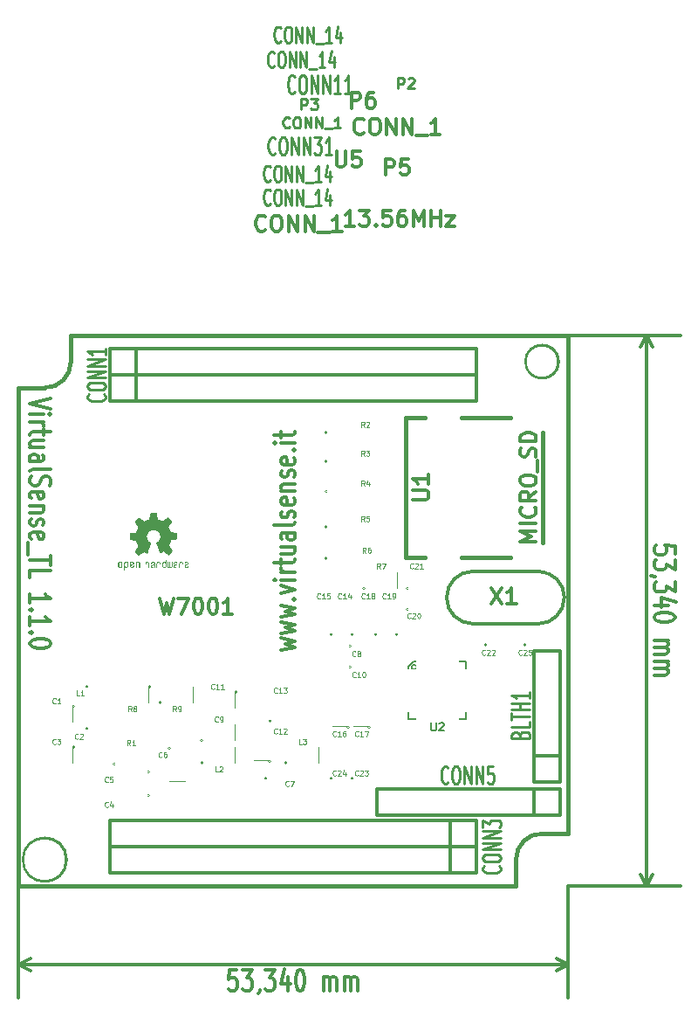
<source format=gto>
G04 (created by PCBNEW (2013-mar-13)-testing) date Tue 14 May 2013 04:13:14 PM CEST*
%MOIN*%
G04 Gerber Fmt 3.4, Leading zero omitted, Abs format*
%FSLAX34Y34*%
G01*
G70*
G90*
G04 APERTURE LIST*
%ADD10C,0.005906*%
%ADD11C,0.015000*%
%ADD12C,0.012000*%
%ADD13C,0.005000*%
%ADD14C,0.006000*%
%ADD15C,0.003900*%
%ADD16C,0.012500*%
%ADD17C,0.000100*%
%ADD18C,0.010700*%
%ADD19C,0.010000*%
%ADD20C,0.004300*%
%ADD21C,0.078740*%
%ADD22R,0.075100X0.075100*%
%ADD23C,0.075100*%
%ADD24C,0.156000*%
%ADD25R,0.094740X0.073087*%
%ADD26R,0.075055X0.047496*%
%ADD27C,0.116000*%
%ADD28R,0.039600X0.025800*%
%ADD29R,0.025800X0.039600*%
%ADD30R,0.145900X0.145900*%
%ADD31R,0.051000X0.071000*%
%ADD32R,0.071000X0.051000*%
%ADD33R,0.071000X0.071000*%
%ADD34C,0.071000*%
%ADD35C,0.072000*%
%ADD36C,0.048000*%
G04 APERTURE END LIST*
G54D10*
G54D11*
X19000Y-40000D02*
X19000Y-21000D01*
X38000Y-40000D02*
X19000Y-40000D01*
X40000Y-19000D02*
X40000Y-38000D01*
X21000Y-19000D02*
X40000Y-19000D01*
X39000Y-38000D02*
X40000Y-38000D01*
X38000Y-39500D02*
X38000Y-40000D01*
X19500Y-21000D02*
X19000Y-21000D01*
X21000Y-19500D02*
X21000Y-19000D01*
X20000Y-21000D02*
X19500Y-21000D01*
X21000Y-20000D02*
X21000Y-19500D01*
X38000Y-39000D02*
X38000Y-39500D01*
X39000Y-38000D02*
G75*
G03X38000Y-39000I0J-1000D01*
G74*
G01*
X20000Y-21000D02*
G75*
G03X21000Y-20000I0J1000D01*
G74*
G01*
G54D12*
X44077Y-27328D02*
X44077Y-27042D01*
X43696Y-27014D01*
X43734Y-27042D01*
X43772Y-27099D01*
X43772Y-27242D01*
X43734Y-27299D01*
X43696Y-27328D01*
X43619Y-27357D01*
X43429Y-27357D01*
X43353Y-27328D01*
X43315Y-27299D01*
X43277Y-27242D01*
X43277Y-27099D01*
X43315Y-27042D01*
X43353Y-27014D01*
X44077Y-27557D02*
X44077Y-27928D01*
X43772Y-27728D01*
X43772Y-27814D01*
X43734Y-27871D01*
X43696Y-27899D01*
X43619Y-27928D01*
X43429Y-27928D01*
X43353Y-27899D01*
X43315Y-27871D01*
X43277Y-27814D01*
X43277Y-27642D01*
X43315Y-27585D01*
X43353Y-27557D01*
X43315Y-28214D02*
X43277Y-28214D01*
X43200Y-28185D01*
X43162Y-28157D01*
X44077Y-28414D02*
X44077Y-28785D01*
X43772Y-28585D01*
X43772Y-28671D01*
X43734Y-28728D01*
X43696Y-28757D01*
X43619Y-28785D01*
X43429Y-28785D01*
X43353Y-28757D01*
X43315Y-28728D01*
X43277Y-28671D01*
X43277Y-28500D01*
X43315Y-28442D01*
X43353Y-28414D01*
X43810Y-29300D02*
X43277Y-29300D01*
X44115Y-29157D02*
X43543Y-29014D01*
X43543Y-29385D01*
X44077Y-29728D02*
X44077Y-29785D01*
X44039Y-29842D01*
X44000Y-29871D01*
X43924Y-29900D01*
X43772Y-29928D01*
X43581Y-29928D01*
X43429Y-29900D01*
X43353Y-29871D01*
X43315Y-29842D01*
X43277Y-29785D01*
X43277Y-29728D01*
X43315Y-29671D01*
X43353Y-29642D01*
X43429Y-29614D01*
X43581Y-29585D01*
X43772Y-29585D01*
X43924Y-29614D01*
X44000Y-29642D01*
X44039Y-29671D01*
X44077Y-29728D01*
X43277Y-30642D02*
X43810Y-30642D01*
X43734Y-30642D02*
X43772Y-30671D01*
X43810Y-30728D01*
X43810Y-30814D01*
X43772Y-30871D01*
X43696Y-30900D01*
X43277Y-30900D01*
X43696Y-30900D02*
X43772Y-30928D01*
X43810Y-30985D01*
X43810Y-31071D01*
X43772Y-31128D01*
X43696Y-31157D01*
X43277Y-31157D01*
X43277Y-31442D02*
X43810Y-31442D01*
X43734Y-31442D02*
X43772Y-31471D01*
X43810Y-31528D01*
X43810Y-31614D01*
X43772Y-31671D01*
X43696Y-31700D01*
X43277Y-31700D01*
X43696Y-31700D02*
X43772Y-31728D01*
X43810Y-31785D01*
X43810Y-31871D01*
X43772Y-31928D01*
X43696Y-31957D01*
X43277Y-31957D01*
X42999Y-19000D02*
X42999Y-40000D01*
X40000Y-19000D02*
X44279Y-19000D01*
X40000Y-40000D02*
X44279Y-40000D01*
X42999Y-40000D02*
X42769Y-39557D01*
X42999Y-40000D02*
X43229Y-39557D01*
X42999Y-19000D02*
X42769Y-19443D01*
X42999Y-19000D02*
X43229Y-19443D01*
X27328Y-43200D02*
X27042Y-43200D01*
X27014Y-43581D01*
X27042Y-43543D01*
X27099Y-43505D01*
X27242Y-43505D01*
X27299Y-43543D01*
X27328Y-43581D01*
X27357Y-43658D01*
X27357Y-43848D01*
X27328Y-43924D01*
X27299Y-43962D01*
X27242Y-44000D01*
X27099Y-44000D01*
X27042Y-43962D01*
X27014Y-43924D01*
X27557Y-43200D02*
X27928Y-43200D01*
X27728Y-43505D01*
X27814Y-43505D01*
X27871Y-43543D01*
X27899Y-43581D01*
X27928Y-43658D01*
X27928Y-43848D01*
X27899Y-43924D01*
X27871Y-43962D01*
X27814Y-44000D01*
X27642Y-44000D01*
X27585Y-43962D01*
X27557Y-43924D01*
X28214Y-43962D02*
X28214Y-44000D01*
X28185Y-44077D01*
X28157Y-44115D01*
X28414Y-43200D02*
X28785Y-43200D01*
X28585Y-43505D01*
X28671Y-43505D01*
X28728Y-43543D01*
X28757Y-43581D01*
X28785Y-43658D01*
X28785Y-43848D01*
X28757Y-43924D01*
X28728Y-43962D01*
X28671Y-44000D01*
X28500Y-44000D01*
X28442Y-43962D01*
X28414Y-43924D01*
X29300Y-43467D02*
X29300Y-44000D01*
X29157Y-43162D02*
X29014Y-43734D01*
X29385Y-43734D01*
X29728Y-43200D02*
X29785Y-43200D01*
X29842Y-43239D01*
X29871Y-43277D01*
X29900Y-43353D01*
X29928Y-43505D01*
X29928Y-43696D01*
X29900Y-43848D01*
X29871Y-43924D01*
X29842Y-43962D01*
X29785Y-44000D01*
X29728Y-44000D01*
X29671Y-43962D01*
X29642Y-43924D01*
X29614Y-43848D01*
X29585Y-43696D01*
X29585Y-43505D01*
X29614Y-43353D01*
X29642Y-43277D01*
X29671Y-43239D01*
X29728Y-43200D01*
X30642Y-44000D02*
X30642Y-43467D01*
X30642Y-43543D02*
X30671Y-43505D01*
X30728Y-43467D01*
X30814Y-43467D01*
X30871Y-43505D01*
X30900Y-43581D01*
X30900Y-44000D01*
X30900Y-43581D02*
X30928Y-43505D01*
X30985Y-43467D01*
X31071Y-43467D01*
X31128Y-43505D01*
X31157Y-43581D01*
X31157Y-44000D01*
X31442Y-44000D02*
X31442Y-43467D01*
X31442Y-43543D02*
X31471Y-43505D01*
X31528Y-43467D01*
X31614Y-43467D01*
X31671Y-43505D01*
X31700Y-43581D01*
X31700Y-44000D01*
X31700Y-43581D02*
X31728Y-43505D01*
X31785Y-43467D01*
X31871Y-43467D01*
X31928Y-43505D01*
X31957Y-43581D01*
X31957Y-44000D01*
X19000Y-42999D02*
X40000Y-42999D01*
X19000Y-40000D02*
X19000Y-44279D01*
X40000Y-40000D02*
X40000Y-44279D01*
X40000Y-42999D02*
X39557Y-43229D01*
X40000Y-42999D02*
X39557Y-42769D01*
X19000Y-42999D02*
X19443Y-43229D01*
X19000Y-42999D02*
X19443Y-42769D01*
X29028Y-31007D02*
X29561Y-30892D01*
X29180Y-30778D01*
X29561Y-30664D01*
X29028Y-30549D01*
X29028Y-30378D02*
X29561Y-30264D01*
X29180Y-30149D01*
X29561Y-30035D01*
X29028Y-29921D01*
X29028Y-29750D02*
X29561Y-29635D01*
X29180Y-29521D01*
X29561Y-29407D01*
X29028Y-29292D01*
X29485Y-29064D02*
X29523Y-29035D01*
X29561Y-29064D01*
X29523Y-29092D01*
X29485Y-29064D01*
X29561Y-29064D01*
X29028Y-28835D02*
X29561Y-28692D01*
X29028Y-28550D01*
X29561Y-28321D02*
X29028Y-28321D01*
X28761Y-28321D02*
X28800Y-28350D01*
X28838Y-28321D01*
X28800Y-28292D01*
X28761Y-28321D01*
X28838Y-28321D01*
X29561Y-28035D02*
X29028Y-28035D01*
X29180Y-28035D02*
X29104Y-28007D01*
X29066Y-27978D01*
X29028Y-27921D01*
X29028Y-27864D01*
X29028Y-27750D02*
X29028Y-27521D01*
X28761Y-27664D02*
X29447Y-27664D01*
X29523Y-27635D01*
X29561Y-27578D01*
X29561Y-27521D01*
X29028Y-27064D02*
X29561Y-27064D01*
X29028Y-27321D02*
X29447Y-27321D01*
X29523Y-27292D01*
X29561Y-27235D01*
X29561Y-27150D01*
X29523Y-27092D01*
X29485Y-27064D01*
X29561Y-26521D02*
X29142Y-26521D01*
X29066Y-26550D01*
X29028Y-26607D01*
X29028Y-26721D01*
X29066Y-26778D01*
X29523Y-26521D02*
X29561Y-26578D01*
X29561Y-26721D01*
X29523Y-26778D01*
X29447Y-26807D01*
X29371Y-26807D01*
X29295Y-26778D01*
X29257Y-26721D01*
X29257Y-26578D01*
X29219Y-26521D01*
X29561Y-26150D02*
X29523Y-26207D01*
X29447Y-26235D01*
X28761Y-26235D01*
X29523Y-25950D02*
X29561Y-25892D01*
X29561Y-25778D01*
X29523Y-25721D01*
X29447Y-25692D01*
X29409Y-25692D01*
X29333Y-25721D01*
X29295Y-25778D01*
X29295Y-25864D01*
X29257Y-25921D01*
X29180Y-25950D01*
X29142Y-25950D01*
X29066Y-25921D01*
X29028Y-25864D01*
X29028Y-25778D01*
X29066Y-25721D01*
X29523Y-25207D02*
X29561Y-25264D01*
X29561Y-25378D01*
X29523Y-25435D01*
X29447Y-25464D01*
X29142Y-25464D01*
X29066Y-25435D01*
X29028Y-25378D01*
X29028Y-25264D01*
X29066Y-25207D01*
X29142Y-25178D01*
X29219Y-25178D01*
X29295Y-25464D01*
X29028Y-24921D02*
X29561Y-24921D01*
X29104Y-24921D02*
X29066Y-24892D01*
X29028Y-24835D01*
X29028Y-24750D01*
X29066Y-24692D01*
X29142Y-24664D01*
X29561Y-24664D01*
X29523Y-24407D02*
X29561Y-24350D01*
X29561Y-24235D01*
X29523Y-24178D01*
X29447Y-24150D01*
X29409Y-24150D01*
X29333Y-24178D01*
X29295Y-24235D01*
X29295Y-24321D01*
X29257Y-24378D01*
X29180Y-24407D01*
X29142Y-24407D01*
X29066Y-24378D01*
X29028Y-24321D01*
X29028Y-24235D01*
X29066Y-24178D01*
X29523Y-23664D02*
X29561Y-23721D01*
X29561Y-23835D01*
X29523Y-23892D01*
X29447Y-23921D01*
X29142Y-23921D01*
X29066Y-23892D01*
X29028Y-23835D01*
X29028Y-23721D01*
X29066Y-23664D01*
X29142Y-23635D01*
X29219Y-23635D01*
X29295Y-23921D01*
X29485Y-23378D02*
X29523Y-23350D01*
X29561Y-23378D01*
X29523Y-23407D01*
X29485Y-23378D01*
X29561Y-23378D01*
X29561Y-23092D02*
X29028Y-23092D01*
X28761Y-23092D02*
X28800Y-23121D01*
X28838Y-23092D01*
X28800Y-23064D01*
X28761Y-23092D01*
X28838Y-23092D01*
X29028Y-22892D02*
X29028Y-22664D01*
X28761Y-22807D02*
X29447Y-22807D01*
X29523Y-22778D01*
X29561Y-22721D01*
X29561Y-22664D01*
X20238Y-21414D02*
X19438Y-21614D01*
X20238Y-21814D01*
X19438Y-22014D02*
X19971Y-22014D01*
X20238Y-22014D02*
X20200Y-21985D01*
X20161Y-22014D01*
X20200Y-22042D01*
X20238Y-22014D01*
X20161Y-22014D01*
X19438Y-22299D02*
X19971Y-22299D01*
X19819Y-22299D02*
X19895Y-22328D01*
X19933Y-22357D01*
X19971Y-22414D01*
X19971Y-22471D01*
X19971Y-22585D02*
X19971Y-22814D01*
X20238Y-22671D02*
X19552Y-22671D01*
X19476Y-22700D01*
X19438Y-22757D01*
X19438Y-22814D01*
X19971Y-23271D02*
X19438Y-23271D01*
X19971Y-23014D02*
X19552Y-23014D01*
X19476Y-23042D01*
X19438Y-23099D01*
X19438Y-23185D01*
X19476Y-23242D01*
X19514Y-23271D01*
X19438Y-23814D02*
X19857Y-23814D01*
X19933Y-23785D01*
X19971Y-23728D01*
X19971Y-23614D01*
X19933Y-23557D01*
X19476Y-23814D02*
X19438Y-23757D01*
X19438Y-23614D01*
X19476Y-23557D01*
X19552Y-23528D01*
X19628Y-23528D01*
X19704Y-23557D01*
X19742Y-23614D01*
X19742Y-23757D01*
X19780Y-23814D01*
X19438Y-24185D02*
X19476Y-24128D01*
X19552Y-24099D01*
X20238Y-24099D01*
X19476Y-24385D02*
X19438Y-24471D01*
X19438Y-24614D01*
X19476Y-24671D01*
X19514Y-24699D01*
X19590Y-24728D01*
X19666Y-24728D01*
X19742Y-24699D01*
X19780Y-24671D01*
X19819Y-24614D01*
X19857Y-24499D01*
X19895Y-24442D01*
X19933Y-24414D01*
X20009Y-24385D01*
X20085Y-24385D01*
X20161Y-24414D01*
X20200Y-24442D01*
X20238Y-24499D01*
X20238Y-24642D01*
X20200Y-24728D01*
X19476Y-25214D02*
X19438Y-25157D01*
X19438Y-25042D01*
X19476Y-24985D01*
X19552Y-24957D01*
X19857Y-24957D01*
X19933Y-24985D01*
X19971Y-25042D01*
X19971Y-25157D01*
X19933Y-25214D01*
X19857Y-25242D01*
X19780Y-25242D01*
X19704Y-24957D01*
X19971Y-25500D02*
X19438Y-25500D01*
X19895Y-25500D02*
X19933Y-25528D01*
X19971Y-25585D01*
X19971Y-25671D01*
X19933Y-25728D01*
X19857Y-25757D01*
X19438Y-25757D01*
X19476Y-26014D02*
X19438Y-26071D01*
X19438Y-26185D01*
X19476Y-26242D01*
X19552Y-26271D01*
X19590Y-26271D01*
X19666Y-26242D01*
X19704Y-26185D01*
X19704Y-26100D01*
X19742Y-26042D01*
X19819Y-26014D01*
X19857Y-26014D01*
X19933Y-26042D01*
X19971Y-26100D01*
X19971Y-26185D01*
X19933Y-26242D01*
X19476Y-26757D02*
X19438Y-26700D01*
X19438Y-26585D01*
X19476Y-26528D01*
X19552Y-26500D01*
X19857Y-26500D01*
X19933Y-26528D01*
X19971Y-26585D01*
X19971Y-26700D01*
X19933Y-26757D01*
X19857Y-26785D01*
X19780Y-26785D01*
X19704Y-26500D01*
X19361Y-26900D02*
X19361Y-27357D01*
X20238Y-27414D02*
X20238Y-27757D01*
X19438Y-27585D02*
X20238Y-27585D01*
X19438Y-28242D02*
X19438Y-27957D01*
X20238Y-27957D01*
X19438Y-29214D02*
X19438Y-28871D01*
X19438Y-29042D02*
X20238Y-29042D01*
X20123Y-28985D01*
X20047Y-28928D01*
X20009Y-28871D01*
X19514Y-29471D02*
X19476Y-29500D01*
X19438Y-29471D01*
X19476Y-29442D01*
X19514Y-29471D01*
X19438Y-29471D01*
X19438Y-30071D02*
X19438Y-29728D01*
X19438Y-29900D02*
X20238Y-29900D01*
X20123Y-29842D01*
X20047Y-29785D01*
X20009Y-29728D01*
X19514Y-30328D02*
X19476Y-30357D01*
X19438Y-30328D01*
X19476Y-30300D01*
X19514Y-30328D01*
X19438Y-30328D01*
X20238Y-30728D02*
X20238Y-30785D01*
X20200Y-30842D01*
X20161Y-30871D01*
X20085Y-30900D01*
X19933Y-30928D01*
X19742Y-30928D01*
X19590Y-30900D01*
X19514Y-30871D01*
X19476Y-30842D01*
X19438Y-30785D01*
X19438Y-30728D01*
X19476Y-30671D01*
X19514Y-30642D01*
X19590Y-30614D01*
X19742Y-30585D01*
X19933Y-30585D01*
X20085Y-30614D01*
X20161Y-30642D01*
X20200Y-30671D01*
X20238Y-30728D01*
X23500Y-20500D02*
X23500Y-19500D01*
X22500Y-19500D02*
X36500Y-19500D01*
X36500Y-19500D02*
X36500Y-20500D01*
X36500Y-20500D02*
X22500Y-20500D01*
X22500Y-20500D02*
X22500Y-19500D01*
X35500Y-38500D02*
X35500Y-39500D01*
X36500Y-39500D02*
X22500Y-39500D01*
X22500Y-39500D02*
X22500Y-38500D01*
X22500Y-38500D02*
X36500Y-38500D01*
X36500Y-38500D02*
X36500Y-39500D01*
X35500Y-37500D02*
X35500Y-38500D01*
X36500Y-38500D02*
X22500Y-38500D01*
X22500Y-38500D02*
X22500Y-37500D01*
X22500Y-37500D02*
X36500Y-37500D01*
X36500Y-37500D02*
X36500Y-38500D01*
X23500Y-21500D02*
X23500Y-20500D01*
X22500Y-20500D02*
X36500Y-20500D01*
X36500Y-20500D02*
X36500Y-21500D01*
X36500Y-21500D02*
X22500Y-21500D01*
X22500Y-21500D02*
X22500Y-20500D01*
G54D11*
X20800Y-39000D02*
G75*
G03X20800Y-39000I-800J0D01*
G74*
G01*
X39018Y-22701D02*
X39018Y-26898D01*
X34510Y-22122D02*
X33781Y-22122D01*
X33781Y-22122D02*
X33781Y-27477D01*
X34510Y-27477D02*
X33781Y-27477D01*
X37777Y-27477D02*
X35927Y-27477D01*
X37777Y-22122D02*
X35927Y-22122D01*
X39600Y-20000D02*
G75*
G03X39600Y-20000I-600J0D01*
G74*
G01*
G54D13*
X36100Y-33650D02*
X33900Y-33650D01*
X33900Y-33650D02*
X33900Y-33600D01*
X34100Y-31450D02*
X36100Y-31450D01*
X36100Y-31450D02*
X36100Y-33650D01*
X33900Y-33600D02*
X33900Y-31650D01*
X33900Y-31650D02*
X34100Y-31450D01*
G54D14*
X34212Y-31663D02*
G75*
G03X34212Y-31663I-99J0D01*
G74*
G01*
G54D15*
X21150Y-33150D02*
G75*
G03X21150Y-33150I-50J0D01*
G74*
G01*
X20650Y-33150D02*
X21050Y-33150D01*
X21050Y-33150D02*
X21050Y-33750D01*
X21050Y-33750D02*
X20650Y-33750D01*
X20250Y-33750D02*
X19850Y-33750D01*
X19850Y-33750D02*
X19850Y-33150D01*
X19850Y-33150D02*
X20250Y-33150D01*
X26050Y-34450D02*
G75*
G03X26050Y-34450I-50J0D01*
G74*
G01*
X26450Y-34450D02*
X26050Y-34450D01*
X26050Y-34450D02*
X26050Y-33850D01*
X26050Y-33850D02*
X26450Y-33850D01*
X26850Y-33850D02*
X27250Y-33850D01*
X27250Y-33850D02*
X27250Y-34450D01*
X27250Y-34450D02*
X26850Y-34450D01*
X24800Y-34750D02*
G75*
G03X24800Y-34750I-50J0D01*
G74*
G01*
X24750Y-35200D02*
X24750Y-34800D01*
X24750Y-34800D02*
X25350Y-34800D01*
X25350Y-34800D02*
X25350Y-35200D01*
X25350Y-35600D02*
X25350Y-36000D01*
X25350Y-36000D02*
X24750Y-36000D01*
X24750Y-36000D02*
X24750Y-35600D01*
X28500Y-35900D02*
G75*
G03X28500Y-35900I-50J0D01*
G74*
G01*
X28450Y-36350D02*
X28450Y-35950D01*
X28450Y-35950D02*
X29050Y-35950D01*
X29050Y-35950D02*
X29050Y-36350D01*
X29050Y-36750D02*
X29050Y-37150D01*
X29050Y-37150D02*
X28450Y-37150D01*
X28450Y-37150D02*
X28450Y-36750D01*
X24000Y-35650D02*
G75*
G03X24000Y-35650I-50J0D01*
G74*
G01*
X23500Y-35650D02*
X23900Y-35650D01*
X23900Y-35650D02*
X23900Y-36250D01*
X23900Y-36250D02*
X23500Y-36250D01*
X23100Y-36250D02*
X22700Y-36250D01*
X22700Y-36250D02*
X22700Y-35650D01*
X22700Y-35650D02*
X23100Y-35650D01*
X24000Y-36550D02*
G75*
G03X24000Y-36550I-50J0D01*
G74*
G01*
X23500Y-36550D02*
X23900Y-36550D01*
X23900Y-36550D02*
X23900Y-37150D01*
X23900Y-37150D02*
X23500Y-37150D01*
X23100Y-37150D02*
X22700Y-37150D01*
X22700Y-37150D02*
X22700Y-36550D01*
X22700Y-36550D02*
X23100Y-36550D01*
X22700Y-35350D02*
G75*
G03X22700Y-35350I-50J0D01*
G74*
G01*
X23100Y-35350D02*
X22700Y-35350D01*
X22700Y-35350D02*
X22700Y-34750D01*
X22700Y-34750D02*
X23100Y-34750D01*
X23500Y-34750D02*
X23900Y-34750D01*
X23900Y-34750D02*
X23900Y-35350D01*
X23900Y-35350D02*
X23500Y-35350D01*
X21150Y-34700D02*
G75*
G03X21150Y-34700I-50J0D01*
G74*
G01*
X20650Y-34700D02*
X21050Y-34700D01*
X21050Y-34700D02*
X21050Y-35300D01*
X21050Y-35300D02*
X20650Y-35300D01*
X20250Y-35300D02*
X19850Y-35300D01*
X19850Y-35300D02*
X19850Y-34700D01*
X19850Y-34700D02*
X20250Y-34700D01*
X21650Y-34000D02*
G75*
G03X21650Y-34000I-50J0D01*
G74*
G01*
X21600Y-34450D02*
X21600Y-34050D01*
X21600Y-34050D02*
X22200Y-34050D01*
X22200Y-34050D02*
X22200Y-34450D01*
X22200Y-34850D02*
X22200Y-35250D01*
X22200Y-35250D02*
X21600Y-35250D01*
X21600Y-35250D02*
X21600Y-34850D01*
X28650Y-33700D02*
G75*
G03X28650Y-33700I-50J0D01*
G74*
G01*
X28600Y-33250D02*
X28600Y-33650D01*
X28600Y-33650D02*
X28000Y-33650D01*
X28000Y-33650D02*
X28000Y-33250D01*
X28000Y-32850D02*
X28000Y-32450D01*
X28000Y-32450D02*
X28600Y-32450D01*
X28600Y-32450D02*
X28600Y-32850D01*
X21650Y-32400D02*
G75*
G03X21650Y-32400I-50J0D01*
G74*
G01*
X21600Y-32850D02*
X21600Y-32450D01*
X21600Y-32450D02*
X22200Y-32450D01*
X22200Y-32450D02*
X22200Y-32850D01*
X22200Y-33250D02*
X22200Y-33650D01*
X22200Y-33650D02*
X21600Y-33650D01*
X21600Y-33650D02*
X21600Y-33250D01*
X30800Y-27500D02*
G75*
G03X30800Y-27500I-50J0D01*
G74*
G01*
X31200Y-27500D02*
X30800Y-27500D01*
X30800Y-27500D02*
X30800Y-26900D01*
X30800Y-26900D02*
X31200Y-26900D01*
X31600Y-26900D02*
X32000Y-26900D01*
X32000Y-26900D02*
X32000Y-27500D01*
X32000Y-27500D02*
X31600Y-27500D01*
X31800Y-35900D02*
G75*
G03X31800Y-35900I-50J0D01*
G74*
G01*
X31750Y-36350D02*
X31750Y-35950D01*
X31750Y-35950D02*
X32350Y-35950D01*
X32350Y-35950D02*
X32350Y-36350D01*
X32350Y-36750D02*
X32350Y-37150D01*
X32350Y-37150D02*
X31750Y-37150D01*
X31750Y-37150D02*
X31750Y-36750D01*
X31000Y-35900D02*
G75*
G03X31000Y-35900I-50J0D01*
G74*
G01*
X30950Y-36350D02*
X30950Y-35950D01*
X30950Y-35950D02*
X31550Y-35950D01*
X31550Y-35950D02*
X31550Y-36350D01*
X31550Y-36750D02*
X31550Y-37150D01*
X31550Y-37150D02*
X30950Y-37150D01*
X30950Y-37150D02*
X30950Y-36750D01*
X30800Y-22700D02*
G75*
G03X30800Y-22700I-50J0D01*
G74*
G01*
X31200Y-22700D02*
X30800Y-22700D01*
X30800Y-22700D02*
X30800Y-22100D01*
X30800Y-22100D02*
X31200Y-22100D01*
X31600Y-22100D02*
X32000Y-22100D01*
X32000Y-22100D02*
X32000Y-22700D01*
X32000Y-22700D02*
X31600Y-22700D01*
X30800Y-23800D02*
G75*
G03X30800Y-23800I-50J0D01*
G74*
G01*
X31200Y-23800D02*
X30800Y-23800D01*
X30800Y-23800D02*
X30800Y-23200D01*
X30800Y-23200D02*
X31200Y-23200D01*
X31600Y-23200D02*
X32000Y-23200D01*
X32000Y-23200D02*
X32000Y-23800D01*
X32000Y-23800D02*
X31600Y-23800D01*
X30800Y-24950D02*
G75*
G03X30800Y-24950I-50J0D01*
G74*
G01*
X31200Y-24950D02*
X30800Y-24950D01*
X30800Y-24950D02*
X30800Y-24350D01*
X30800Y-24350D02*
X31200Y-24350D01*
X31600Y-24350D02*
X32000Y-24350D01*
X32000Y-24350D02*
X32000Y-24950D01*
X32000Y-24950D02*
X31600Y-24950D01*
X30800Y-26300D02*
G75*
G03X30800Y-26300I-50J0D01*
G74*
G01*
X31200Y-26300D02*
X30800Y-26300D01*
X30800Y-26300D02*
X30800Y-25700D01*
X30800Y-25700D02*
X31200Y-25700D01*
X31600Y-25700D02*
X32000Y-25700D01*
X32000Y-25700D02*
X32000Y-26300D01*
X32000Y-26300D02*
X31600Y-26300D01*
X31000Y-30400D02*
G75*
G03X31000Y-30400I-50J0D01*
G74*
G01*
X30950Y-29950D02*
X30950Y-30350D01*
X30950Y-30350D02*
X30350Y-30350D01*
X30350Y-30350D02*
X30350Y-29950D01*
X30350Y-29550D02*
X30350Y-29150D01*
X30350Y-29150D02*
X30950Y-29150D01*
X30950Y-29150D02*
X30950Y-29550D01*
X38400Y-30800D02*
G75*
G03X38400Y-30800I-50J0D01*
G74*
G01*
X38800Y-30800D02*
X38400Y-30800D01*
X38400Y-30800D02*
X38400Y-30200D01*
X38400Y-30200D02*
X38800Y-30200D01*
X39200Y-30200D02*
X39600Y-30200D01*
X39600Y-30200D02*
X39600Y-30800D01*
X39600Y-30800D02*
X39200Y-30800D01*
X36900Y-30800D02*
G75*
G03X36900Y-30800I-50J0D01*
G74*
G01*
X37300Y-30800D02*
X36900Y-30800D01*
X36900Y-30800D02*
X36900Y-30200D01*
X36900Y-30200D02*
X37300Y-30200D01*
X37700Y-30200D02*
X38100Y-30200D01*
X38100Y-30200D02*
X38100Y-30800D01*
X38100Y-30800D02*
X37700Y-30800D01*
X32250Y-28650D02*
G75*
G03X32250Y-28650I-50J0D01*
G74*
G01*
X32650Y-28650D02*
X32250Y-28650D01*
X32250Y-28650D02*
X32250Y-28050D01*
X32250Y-28050D02*
X32650Y-28050D01*
X33050Y-28050D02*
X33450Y-28050D01*
X33450Y-28050D02*
X33450Y-28650D01*
X33450Y-28650D02*
X33050Y-28650D01*
X33900Y-29450D02*
G75*
G03X33900Y-29450I-50J0D01*
G74*
G01*
X34300Y-29450D02*
X33900Y-29450D01*
X33900Y-29450D02*
X33900Y-28850D01*
X33900Y-28850D02*
X34300Y-28850D01*
X34700Y-28850D02*
X35100Y-28850D01*
X35100Y-28850D02*
X35100Y-29450D01*
X35100Y-29450D02*
X34700Y-29450D01*
X33900Y-28650D02*
G75*
G03X33900Y-28650I-50J0D01*
G74*
G01*
X34300Y-28650D02*
X33900Y-28650D01*
X33900Y-28650D02*
X33900Y-28050D01*
X33900Y-28050D02*
X34300Y-28050D01*
X34700Y-28050D02*
X35100Y-28050D01*
X35100Y-28050D02*
X35100Y-28650D01*
X35100Y-28650D02*
X34700Y-28650D01*
X32700Y-30400D02*
G75*
G03X32700Y-30400I-50J0D01*
G74*
G01*
X32650Y-29950D02*
X32650Y-30350D01*
X32650Y-30350D02*
X32050Y-30350D01*
X32050Y-30350D02*
X32050Y-29950D01*
X32050Y-29550D02*
X32050Y-29150D01*
X32050Y-29150D02*
X32650Y-29150D01*
X32650Y-29150D02*
X32650Y-29550D01*
X33500Y-30400D02*
G75*
G03X33500Y-30400I-50J0D01*
G74*
G01*
X33450Y-29950D02*
X33450Y-30350D01*
X33450Y-30350D02*
X32850Y-30350D01*
X32850Y-30350D02*
X32850Y-29950D01*
X32850Y-29550D02*
X32850Y-29150D01*
X32850Y-29150D02*
X33450Y-29150D01*
X33450Y-29150D02*
X33450Y-29550D01*
X31800Y-30400D02*
G75*
G03X31800Y-30400I-50J0D01*
G74*
G01*
X31750Y-29950D02*
X31750Y-30350D01*
X31750Y-30350D02*
X31150Y-30350D01*
X31150Y-30350D02*
X31150Y-29950D01*
X31150Y-29550D02*
X31150Y-29150D01*
X31150Y-29150D02*
X31750Y-29150D01*
X31750Y-29150D02*
X31750Y-29550D01*
X31700Y-30850D02*
G75*
G03X31700Y-30850I-50J0D01*
G74*
G01*
X31200Y-30850D02*
X31600Y-30850D01*
X31600Y-30850D02*
X31600Y-31450D01*
X31600Y-31450D02*
X31200Y-31450D01*
X30800Y-31450D02*
X30400Y-31450D01*
X30400Y-31450D02*
X30400Y-30850D01*
X30400Y-30850D02*
X30800Y-30850D01*
X31700Y-31650D02*
G75*
G03X31700Y-31650I-50J0D01*
G74*
G01*
X31200Y-31650D02*
X31600Y-31650D01*
X31600Y-31650D02*
X31600Y-32250D01*
X31600Y-32250D02*
X31200Y-32250D01*
X30800Y-32250D02*
X30400Y-32250D01*
X30400Y-32250D02*
X30400Y-31650D01*
X30400Y-31650D02*
X30800Y-31650D01*
X32450Y-33950D02*
G75*
G03X32450Y-33950I-50J0D01*
G74*
G01*
X32400Y-33500D02*
X32400Y-33900D01*
X32400Y-33900D02*
X31800Y-33900D01*
X31800Y-33900D02*
X31800Y-33500D01*
X31800Y-33100D02*
X31800Y-32700D01*
X31800Y-32700D02*
X32400Y-32700D01*
X32400Y-32700D02*
X32400Y-33100D01*
X31650Y-33950D02*
G75*
G03X31650Y-33950I-50J0D01*
G74*
G01*
X31600Y-33500D02*
X31600Y-33900D01*
X31600Y-33900D02*
X31000Y-33900D01*
X31000Y-33900D02*
X31000Y-33500D01*
X31000Y-33100D02*
X31000Y-32700D01*
X31000Y-32700D02*
X31600Y-32700D01*
X31600Y-32700D02*
X31600Y-33100D01*
X29250Y-35300D02*
G75*
G03X29250Y-35300I-50J0D01*
G74*
G01*
X29650Y-35300D02*
X29250Y-35300D01*
X29250Y-35300D02*
X29250Y-34700D01*
X29250Y-34700D02*
X29650Y-34700D01*
X30050Y-34700D02*
X30450Y-34700D01*
X30450Y-34700D02*
X30450Y-35300D01*
X30450Y-35300D02*
X30050Y-35300D01*
X26050Y-35300D02*
G75*
G03X26050Y-35300I-50J0D01*
G74*
G01*
X26450Y-35300D02*
X26050Y-35300D01*
X26050Y-35300D02*
X26050Y-34700D01*
X26050Y-34700D02*
X26450Y-34700D01*
X26850Y-34700D02*
X27250Y-34700D01*
X27250Y-34700D02*
X27250Y-35300D01*
X27250Y-35300D02*
X26850Y-35300D01*
X28650Y-35250D02*
G75*
G03X28650Y-35250I-50J0D01*
G74*
G01*
X28600Y-34800D02*
X28600Y-35200D01*
X28600Y-35200D02*
X28000Y-35200D01*
X28000Y-35200D02*
X28000Y-34800D01*
X28000Y-34400D02*
X28000Y-34000D01*
X28000Y-34000D02*
X28600Y-34000D01*
X28600Y-34000D02*
X28600Y-34400D01*
X27350Y-32600D02*
G75*
G03X27350Y-32600I-50J0D01*
G74*
G01*
X26850Y-32600D02*
X27250Y-32600D01*
X27250Y-32600D02*
X27250Y-33200D01*
X27250Y-33200D02*
X26850Y-33200D01*
X26450Y-33200D02*
X26050Y-33200D01*
X26050Y-33200D02*
X26050Y-32600D01*
X26050Y-32600D02*
X26450Y-32600D01*
G54D12*
X39700Y-37300D02*
X39700Y-37300D01*
X39700Y-37300D02*
X32700Y-37300D01*
X32700Y-37300D02*
X32700Y-36300D01*
X32700Y-36300D02*
X39700Y-36300D01*
X39700Y-36300D02*
X39700Y-37300D01*
X38700Y-36300D02*
X38700Y-36300D01*
X38700Y-36300D02*
X38700Y-37300D01*
X39700Y-36050D02*
X38700Y-36050D01*
X38700Y-36050D02*
X38700Y-31050D01*
X38700Y-31050D02*
X39700Y-31050D01*
X39700Y-31050D02*
X39700Y-36050D01*
X39700Y-35050D02*
X38700Y-35050D01*
G54D16*
X36350Y-30000D02*
X38850Y-30000D01*
X36350Y-28000D02*
X38850Y-28000D01*
X39850Y-29000D02*
G75*
G03X38850Y-28000I-1000J0D01*
G74*
G01*
X38850Y-30000D02*
G75*
G03X39850Y-29000I0J1000D01*
G74*
G01*
X36350Y-28000D02*
G75*
G03X35350Y-29000I0J-1000D01*
G74*
G01*
X35350Y-29000D02*
G75*
G03X36350Y-30000I1000J0D01*
G74*
G01*
G54D15*
X24050Y-32400D02*
G75*
G03X24050Y-32400I-50J0D01*
G74*
G01*
X23550Y-32400D02*
X23950Y-32400D01*
X23950Y-32400D02*
X23950Y-33000D01*
X23950Y-33000D02*
X23550Y-33000D01*
X23150Y-33000D02*
X22750Y-33000D01*
X22750Y-33000D02*
X22750Y-32400D01*
X22750Y-32400D02*
X23150Y-32400D01*
X24450Y-33000D02*
G75*
G03X24450Y-33000I-50J0D01*
G74*
G01*
X24850Y-33000D02*
X24450Y-33000D01*
X24450Y-33000D02*
X24450Y-32400D01*
X24450Y-32400D02*
X24850Y-32400D01*
X25250Y-32400D02*
X25650Y-32400D01*
X25650Y-32400D02*
X25650Y-33000D01*
X25650Y-33000D02*
X25250Y-33000D01*
G54D17*
G36*
X24060Y-25770D02*
X24070Y-25770D01*
X24070Y-25780D01*
X24060Y-25780D01*
X24060Y-25770D01*
X24060Y-25770D01*
G37*
G36*
X24070Y-25770D02*
X24080Y-25770D01*
X24080Y-25780D01*
X24070Y-25780D01*
X24070Y-25770D01*
X24070Y-25770D01*
G37*
G36*
X24080Y-25770D02*
X24090Y-25770D01*
X24090Y-25780D01*
X24080Y-25780D01*
X24080Y-25770D01*
X24080Y-25770D01*
G37*
G36*
X24090Y-25770D02*
X24100Y-25770D01*
X24100Y-25780D01*
X24090Y-25780D01*
X24090Y-25770D01*
X24090Y-25770D01*
G37*
G36*
X24100Y-25770D02*
X24110Y-25770D01*
X24110Y-25780D01*
X24100Y-25780D01*
X24100Y-25770D01*
X24100Y-25770D01*
G37*
G36*
X24110Y-25770D02*
X24120Y-25770D01*
X24120Y-25780D01*
X24110Y-25780D01*
X24110Y-25770D01*
X24110Y-25770D01*
G37*
G36*
X24120Y-25770D02*
X24130Y-25770D01*
X24130Y-25780D01*
X24120Y-25780D01*
X24120Y-25770D01*
X24120Y-25770D01*
G37*
G36*
X24130Y-25770D02*
X24140Y-25770D01*
X24140Y-25780D01*
X24130Y-25780D01*
X24130Y-25770D01*
X24130Y-25770D01*
G37*
G36*
X24140Y-25770D02*
X24150Y-25770D01*
X24150Y-25780D01*
X24140Y-25780D01*
X24140Y-25770D01*
X24140Y-25770D01*
G37*
G36*
X24150Y-25770D02*
X24160Y-25770D01*
X24160Y-25780D01*
X24150Y-25780D01*
X24150Y-25770D01*
X24150Y-25770D01*
G37*
G36*
X24160Y-25770D02*
X24170Y-25770D01*
X24170Y-25780D01*
X24160Y-25780D01*
X24160Y-25770D01*
X24160Y-25770D01*
G37*
G36*
X24170Y-25770D02*
X24180Y-25770D01*
X24180Y-25780D01*
X24170Y-25780D01*
X24170Y-25770D01*
X24170Y-25770D01*
G37*
G36*
X24180Y-25770D02*
X24190Y-25770D01*
X24190Y-25780D01*
X24180Y-25780D01*
X24180Y-25770D01*
X24180Y-25770D01*
G37*
G36*
X24190Y-25770D02*
X24200Y-25770D01*
X24200Y-25780D01*
X24190Y-25780D01*
X24190Y-25770D01*
X24190Y-25770D01*
G37*
G36*
X24200Y-25770D02*
X24210Y-25770D01*
X24210Y-25780D01*
X24200Y-25780D01*
X24200Y-25770D01*
X24200Y-25770D01*
G37*
G36*
X24210Y-25770D02*
X24220Y-25770D01*
X24220Y-25780D01*
X24210Y-25780D01*
X24210Y-25770D01*
X24210Y-25770D01*
G37*
G36*
X24220Y-25770D02*
X24230Y-25770D01*
X24230Y-25780D01*
X24220Y-25780D01*
X24220Y-25770D01*
X24220Y-25770D01*
G37*
G36*
X24230Y-25770D02*
X24240Y-25770D01*
X24240Y-25780D01*
X24230Y-25780D01*
X24230Y-25770D01*
X24230Y-25770D01*
G37*
G36*
X24240Y-25770D02*
X24250Y-25770D01*
X24250Y-25780D01*
X24240Y-25780D01*
X24240Y-25770D01*
X24240Y-25770D01*
G37*
G36*
X24250Y-25770D02*
X24260Y-25770D01*
X24260Y-25780D01*
X24250Y-25780D01*
X24250Y-25770D01*
X24250Y-25770D01*
G37*
G36*
X24040Y-25780D02*
X24050Y-25780D01*
X24050Y-25790D01*
X24040Y-25790D01*
X24040Y-25780D01*
X24040Y-25780D01*
G37*
G36*
X24050Y-25780D02*
X24060Y-25780D01*
X24060Y-25790D01*
X24050Y-25790D01*
X24050Y-25780D01*
X24050Y-25780D01*
G37*
G36*
X24060Y-25780D02*
X24070Y-25780D01*
X24070Y-25790D01*
X24060Y-25790D01*
X24060Y-25780D01*
X24060Y-25780D01*
G37*
G36*
X24070Y-25780D02*
X24080Y-25780D01*
X24080Y-25790D01*
X24070Y-25790D01*
X24070Y-25780D01*
X24070Y-25780D01*
G37*
G36*
X24080Y-25780D02*
X24090Y-25780D01*
X24090Y-25790D01*
X24080Y-25790D01*
X24080Y-25780D01*
X24080Y-25780D01*
G37*
G36*
X24090Y-25780D02*
X24100Y-25780D01*
X24100Y-25790D01*
X24090Y-25790D01*
X24090Y-25780D01*
X24090Y-25780D01*
G37*
G36*
X24100Y-25780D02*
X24110Y-25780D01*
X24110Y-25790D01*
X24100Y-25790D01*
X24100Y-25780D01*
X24100Y-25780D01*
G37*
G36*
X24110Y-25780D02*
X24120Y-25780D01*
X24120Y-25790D01*
X24110Y-25790D01*
X24110Y-25780D01*
X24110Y-25780D01*
G37*
G36*
X24120Y-25780D02*
X24130Y-25780D01*
X24130Y-25790D01*
X24120Y-25790D01*
X24120Y-25780D01*
X24120Y-25780D01*
G37*
G36*
X24130Y-25780D02*
X24140Y-25780D01*
X24140Y-25790D01*
X24130Y-25790D01*
X24130Y-25780D01*
X24130Y-25780D01*
G37*
G36*
X24140Y-25780D02*
X24150Y-25780D01*
X24150Y-25790D01*
X24140Y-25790D01*
X24140Y-25780D01*
X24140Y-25780D01*
G37*
G36*
X24150Y-25780D02*
X24160Y-25780D01*
X24160Y-25790D01*
X24150Y-25790D01*
X24150Y-25780D01*
X24150Y-25780D01*
G37*
G36*
X24160Y-25780D02*
X24170Y-25780D01*
X24170Y-25790D01*
X24160Y-25790D01*
X24160Y-25780D01*
X24160Y-25780D01*
G37*
G36*
X24170Y-25780D02*
X24180Y-25780D01*
X24180Y-25790D01*
X24170Y-25790D01*
X24170Y-25780D01*
X24170Y-25780D01*
G37*
G36*
X24180Y-25780D02*
X24190Y-25780D01*
X24190Y-25790D01*
X24180Y-25790D01*
X24180Y-25780D01*
X24180Y-25780D01*
G37*
G36*
X24190Y-25780D02*
X24200Y-25780D01*
X24200Y-25790D01*
X24190Y-25790D01*
X24190Y-25780D01*
X24190Y-25780D01*
G37*
G36*
X24200Y-25780D02*
X24210Y-25780D01*
X24210Y-25790D01*
X24200Y-25790D01*
X24200Y-25780D01*
X24200Y-25780D01*
G37*
G36*
X24210Y-25780D02*
X24220Y-25780D01*
X24220Y-25790D01*
X24210Y-25790D01*
X24210Y-25780D01*
X24210Y-25780D01*
G37*
G36*
X24220Y-25780D02*
X24230Y-25780D01*
X24230Y-25790D01*
X24220Y-25790D01*
X24220Y-25780D01*
X24220Y-25780D01*
G37*
G36*
X24230Y-25780D02*
X24240Y-25780D01*
X24240Y-25790D01*
X24230Y-25790D01*
X24230Y-25780D01*
X24230Y-25780D01*
G37*
G36*
X24240Y-25780D02*
X24250Y-25780D01*
X24250Y-25790D01*
X24240Y-25790D01*
X24240Y-25780D01*
X24240Y-25780D01*
G37*
G36*
X24250Y-25780D02*
X24260Y-25780D01*
X24260Y-25790D01*
X24250Y-25790D01*
X24250Y-25780D01*
X24250Y-25780D01*
G37*
G36*
X24260Y-25780D02*
X24270Y-25780D01*
X24270Y-25790D01*
X24260Y-25790D01*
X24260Y-25780D01*
X24260Y-25780D01*
G37*
G36*
X24270Y-25780D02*
X24280Y-25780D01*
X24280Y-25790D01*
X24270Y-25790D01*
X24270Y-25780D01*
X24270Y-25780D01*
G37*
G36*
X24030Y-25790D02*
X24040Y-25790D01*
X24040Y-25800D01*
X24030Y-25800D01*
X24030Y-25790D01*
X24030Y-25790D01*
G37*
G36*
X24040Y-25790D02*
X24050Y-25790D01*
X24050Y-25800D01*
X24040Y-25800D01*
X24040Y-25790D01*
X24040Y-25790D01*
G37*
G36*
X24050Y-25790D02*
X24060Y-25790D01*
X24060Y-25800D01*
X24050Y-25800D01*
X24050Y-25790D01*
X24050Y-25790D01*
G37*
G36*
X24060Y-25790D02*
X24070Y-25790D01*
X24070Y-25800D01*
X24060Y-25800D01*
X24060Y-25790D01*
X24060Y-25790D01*
G37*
G36*
X24070Y-25790D02*
X24080Y-25790D01*
X24080Y-25800D01*
X24070Y-25800D01*
X24070Y-25790D01*
X24070Y-25790D01*
G37*
G36*
X24080Y-25790D02*
X24090Y-25790D01*
X24090Y-25800D01*
X24080Y-25800D01*
X24080Y-25790D01*
X24080Y-25790D01*
G37*
G36*
X24090Y-25790D02*
X24100Y-25790D01*
X24100Y-25800D01*
X24090Y-25800D01*
X24090Y-25790D01*
X24090Y-25790D01*
G37*
G36*
X24100Y-25790D02*
X24110Y-25790D01*
X24110Y-25800D01*
X24100Y-25800D01*
X24100Y-25790D01*
X24100Y-25790D01*
G37*
G36*
X24110Y-25790D02*
X24120Y-25790D01*
X24120Y-25800D01*
X24110Y-25800D01*
X24110Y-25790D01*
X24110Y-25790D01*
G37*
G36*
X24120Y-25790D02*
X24130Y-25790D01*
X24130Y-25800D01*
X24120Y-25800D01*
X24120Y-25790D01*
X24120Y-25790D01*
G37*
G36*
X24130Y-25790D02*
X24140Y-25790D01*
X24140Y-25800D01*
X24130Y-25800D01*
X24130Y-25790D01*
X24130Y-25790D01*
G37*
G36*
X24140Y-25790D02*
X24150Y-25790D01*
X24150Y-25800D01*
X24140Y-25800D01*
X24140Y-25790D01*
X24140Y-25790D01*
G37*
G36*
X24150Y-25790D02*
X24160Y-25790D01*
X24160Y-25800D01*
X24150Y-25800D01*
X24150Y-25790D01*
X24150Y-25790D01*
G37*
G36*
X24160Y-25790D02*
X24170Y-25790D01*
X24170Y-25800D01*
X24160Y-25800D01*
X24160Y-25790D01*
X24160Y-25790D01*
G37*
G36*
X24170Y-25790D02*
X24180Y-25790D01*
X24180Y-25800D01*
X24170Y-25800D01*
X24170Y-25790D01*
X24170Y-25790D01*
G37*
G36*
X24180Y-25790D02*
X24190Y-25790D01*
X24190Y-25800D01*
X24180Y-25800D01*
X24180Y-25790D01*
X24180Y-25790D01*
G37*
G36*
X24190Y-25790D02*
X24200Y-25790D01*
X24200Y-25800D01*
X24190Y-25800D01*
X24190Y-25790D01*
X24190Y-25790D01*
G37*
G36*
X24200Y-25790D02*
X24210Y-25790D01*
X24210Y-25800D01*
X24200Y-25800D01*
X24200Y-25790D01*
X24200Y-25790D01*
G37*
G36*
X24210Y-25790D02*
X24220Y-25790D01*
X24220Y-25800D01*
X24210Y-25800D01*
X24210Y-25790D01*
X24210Y-25790D01*
G37*
G36*
X24220Y-25790D02*
X24230Y-25790D01*
X24230Y-25800D01*
X24220Y-25800D01*
X24220Y-25790D01*
X24220Y-25790D01*
G37*
G36*
X24230Y-25790D02*
X24240Y-25790D01*
X24240Y-25800D01*
X24230Y-25800D01*
X24230Y-25790D01*
X24230Y-25790D01*
G37*
G36*
X24240Y-25790D02*
X24250Y-25790D01*
X24250Y-25800D01*
X24240Y-25800D01*
X24240Y-25790D01*
X24240Y-25790D01*
G37*
G36*
X24250Y-25790D02*
X24260Y-25790D01*
X24260Y-25800D01*
X24250Y-25800D01*
X24250Y-25790D01*
X24250Y-25790D01*
G37*
G36*
X24260Y-25790D02*
X24270Y-25790D01*
X24270Y-25800D01*
X24260Y-25800D01*
X24260Y-25790D01*
X24260Y-25790D01*
G37*
G36*
X24270Y-25790D02*
X24280Y-25790D01*
X24280Y-25800D01*
X24270Y-25800D01*
X24270Y-25790D01*
X24270Y-25790D01*
G37*
G36*
X24030Y-25800D02*
X24040Y-25800D01*
X24040Y-25810D01*
X24030Y-25810D01*
X24030Y-25800D01*
X24030Y-25800D01*
G37*
G36*
X24040Y-25800D02*
X24050Y-25800D01*
X24050Y-25810D01*
X24040Y-25810D01*
X24040Y-25800D01*
X24040Y-25800D01*
G37*
G36*
X24050Y-25800D02*
X24060Y-25800D01*
X24060Y-25810D01*
X24050Y-25810D01*
X24050Y-25800D01*
X24050Y-25800D01*
G37*
G36*
X24060Y-25800D02*
X24070Y-25800D01*
X24070Y-25810D01*
X24060Y-25810D01*
X24060Y-25800D01*
X24060Y-25800D01*
G37*
G36*
X24070Y-25800D02*
X24080Y-25800D01*
X24080Y-25810D01*
X24070Y-25810D01*
X24070Y-25800D01*
X24070Y-25800D01*
G37*
G36*
X24080Y-25800D02*
X24090Y-25800D01*
X24090Y-25810D01*
X24080Y-25810D01*
X24080Y-25800D01*
X24080Y-25800D01*
G37*
G36*
X24090Y-25800D02*
X24100Y-25800D01*
X24100Y-25810D01*
X24090Y-25810D01*
X24090Y-25800D01*
X24090Y-25800D01*
G37*
G36*
X24100Y-25800D02*
X24110Y-25800D01*
X24110Y-25810D01*
X24100Y-25810D01*
X24100Y-25800D01*
X24100Y-25800D01*
G37*
G36*
X24110Y-25800D02*
X24120Y-25800D01*
X24120Y-25810D01*
X24110Y-25810D01*
X24110Y-25800D01*
X24110Y-25800D01*
G37*
G36*
X24120Y-25800D02*
X24130Y-25800D01*
X24130Y-25810D01*
X24120Y-25810D01*
X24120Y-25800D01*
X24120Y-25800D01*
G37*
G36*
X24130Y-25800D02*
X24140Y-25800D01*
X24140Y-25810D01*
X24130Y-25810D01*
X24130Y-25800D01*
X24130Y-25800D01*
G37*
G36*
X24140Y-25800D02*
X24150Y-25800D01*
X24150Y-25810D01*
X24140Y-25810D01*
X24140Y-25800D01*
X24140Y-25800D01*
G37*
G36*
X24150Y-25800D02*
X24160Y-25800D01*
X24160Y-25810D01*
X24150Y-25810D01*
X24150Y-25800D01*
X24150Y-25800D01*
G37*
G36*
X24160Y-25800D02*
X24170Y-25800D01*
X24170Y-25810D01*
X24160Y-25810D01*
X24160Y-25800D01*
X24160Y-25800D01*
G37*
G36*
X24170Y-25800D02*
X24180Y-25800D01*
X24180Y-25810D01*
X24170Y-25810D01*
X24170Y-25800D01*
X24170Y-25800D01*
G37*
G36*
X24180Y-25800D02*
X24190Y-25800D01*
X24190Y-25810D01*
X24180Y-25810D01*
X24180Y-25800D01*
X24180Y-25800D01*
G37*
G36*
X24190Y-25800D02*
X24200Y-25800D01*
X24200Y-25810D01*
X24190Y-25810D01*
X24190Y-25800D01*
X24190Y-25800D01*
G37*
G36*
X24200Y-25800D02*
X24210Y-25800D01*
X24210Y-25810D01*
X24200Y-25810D01*
X24200Y-25800D01*
X24200Y-25800D01*
G37*
G36*
X24210Y-25800D02*
X24220Y-25800D01*
X24220Y-25810D01*
X24210Y-25810D01*
X24210Y-25800D01*
X24210Y-25800D01*
G37*
G36*
X24220Y-25800D02*
X24230Y-25800D01*
X24230Y-25810D01*
X24220Y-25810D01*
X24220Y-25800D01*
X24220Y-25800D01*
G37*
G36*
X24230Y-25800D02*
X24240Y-25800D01*
X24240Y-25810D01*
X24230Y-25810D01*
X24230Y-25800D01*
X24230Y-25800D01*
G37*
G36*
X24240Y-25800D02*
X24250Y-25800D01*
X24250Y-25810D01*
X24240Y-25810D01*
X24240Y-25800D01*
X24240Y-25800D01*
G37*
G36*
X24250Y-25800D02*
X24260Y-25800D01*
X24260Y-25810D01*
X24250Y-25810D01*
X24250Y-25800D01*
X24250Y-25800D01*
G37*
G36*
X24260Y-25800D02*
X24270Y-25800D01*
X24270Y-25810D01*
X24260Y-25810D01*
X24260Y-25800D01*
X24260Y-25800D01*
G37*
G36*
X24270Y-25800D02*
X24280Y-25800D01*
X24280Y-25810D01*
X24270Y-25810D01*
X24270Y-25800D01*
X24270Y-25800D01*
G37*
G36*
X24030Y-25810D02*
X24040Y-25810D01*
X24040Y-25820D01*
X24030Y-25820D01*
X24030Y-25810D01*
X24030Y-25810D01*
G37*
G36*
X24040Y-25810D02*
X24050Y-25810D01*
X24050Y-25820D01*
X24040Y-25820D01*
X24040Y-25810D01*
X24040Y-25810D01*
G37*
G36*
X24050Y-25810D02*
X24060Y-25810D01*
X24060Y-25820D01*
X24050Y-25820D01*
X24050Y-25810D01*
X24050Y-25810D01*
G37*
G36*
X24060Y-25810D02*
X24070Y-25810D01*
X24070Y-25820D01*
X24060Y-25820D01*
X24060Y-25810D01*
X24060Y-25810D01*
G37*
G36*
X24070Y-25810D02*
X24080Y-25810D01*
X24080Y-25820D01*
X24070Y-25820D01*
X24070Y-25810D01*
X24070Y-25810D01*
G37*
G36*
X24080Y-25810D02*
X24090Y-25810D01*
X24090Y-25820D01*
X24080Y-25820D01*
X24080Y-25810D01*
X24080Y-25810D01*
G37*
G36*
X24090Y-25810D02*
X24100Y-25810D01*
X24100Y-25820D01*
X24090Y-25820D01*
X24090Y-25810D01*
X24090Y-25810D01*
G37*
G36*
X24100Y-25810D02*
X24110Y-25810D01*
X24110Y-25820D01*
X24100Y-25820D01*
X24100Y-25810D01*
X24100Y-25810D01*
G37*
G36*
X24110Y-25810D02*
X24120Y-25810D01*
X24120Y-25820D01*
X24110Y-25820D01*
X24110Y-25810D01*
X24110Y-25810D01*
G37*
G36*
X24120Y-25810D02*
X24130Y-25810D01*
X24130Y-25820D01*
X24120Y-25820D01*
X24120Y-25810D01*
X24120Y-25810D01*
G37*
G36*
X24130Y-25810D02*
X24140Y-25810D01*
X24140Y-25820D01*
X24130Y-25820D01*
X24130Y-25810D01*
X24130Y-25810D01*
G37*
G36*
X24140Y-25810D02*
X24150Y-25810D01*
X24150Y-25820D01*
X24140Y-25820D01*
X24140Y-25810D01*
X24140Y-25810D01*
G37*
G36*
X24150Y-25810D02*
X24160Y-25810D01*
X24160Y-25820D01*
X24150Y-25820D01*
X24150Y-25810D01*
X24150Y-25810D01*
G37*
G36*
X24160Y-25810D02*
X24170Y-25810D01*
X24170Y-25820D01*
X24160Y-25820D01*
X24160Y-25810D01*
X24160Y-25810D01*
G37*
G36*
X24170Y-25810D02*
X24180Y-25810D01*
X24180Y-25820D01*
X24170Y-25820D01*
X24170Y-25810D01*
X24170Y-25810D01*
G37*
G36*
X24180Y-25810D02*
X24190Y-25810D01*
X24190Y-25820D01*
X24180Y-25820D01*
X24180Y-25810D01*
X24180Y-25810D01*
G37*
G36*
X24190Y-25810D02*
X24200Y-25810D01*
X24200Y-25820D01*
X24190Y-25820D01*
X24190Y-25810D01*
X24190Y-25810D01*
G37*
G36*
X24200Y-25810D02*
X24210Y-25810D01*
X24210Y-25820D01*
X24200Y-25820D01*
X24200Y-25810D01*
X24200Y-25810D01*
G37*
G36*
X24210Y-25810D02*
X24220Y-25810D01*
X24220Y-25820D01*
X24210Y-25820D01*
X24210Y-25810D01*
X24210Y-25810D01*
G37*
G36*
X24220Y-25810D02*
X24230Y-25810D01*
X24230Y-25820D01*
X24220Y-25820D01*
X24220Y-25810D01*
X24220Y-25810D01*
G37*
G36*
X24230Y-25810D02*
X24240Y-25810D01*
X24240Y-25820D01*
X24230Y-25820D01*
X24230Y-25810D01*
X24230Y-25810D01*
G37*
G36*
X24240Y-25810D02*
X24250Y-25810D01*
X24250Y-25820D01*
X24240Y-25820D01*
X24240Y-25810D01*
X24240Y-25810D01*
G37*
G36*
X24250Y-25810D02*
X24260Y-25810D01*
X24260Y-25820D01*
X24250Y-25820D01*
X24250Y-25810D01*
X24250Y-25810D01*
G37*
G36*
X24260Y-25810D02*
X24270Y-25810D01*
X24270Y-25820D01*
X24260Y-25820D01*
X24260Y-25810D01*
X24260Y-25810D01*
G37*
G36*
X24270Y-25810D02*
X24280Y-25810D01*
X24280Y-25820D01*
X24270Y-25820D01*
X24270Y-25810D01*
X24270Y-25810D01*
G37*
G36*
X24030Y-25820D02*
X24040Y-25820D01*
X24040Y-25830D01*
X24030Y-25830D01*
X24030Y-25820D01*
X24030Y-25820D01*
G37*
G36*
X24040Y-25820D02*
X24050Y-25820D01*
X24050Y-25830D01*
X24040Y-25830D01*
X24040Y-25820D01*
X24040Y-25820D01*
G37*
G36*
X24050Y-25820D02*
X24060Y-25820D01*
X24060Y-25830D01*
X24050Y-25830D01*
X24050Y-25820D01*
X24050Y-25820D01*
G37*
G36*
X24060Y-25820D02*
X24070Y-25820D01*
X24070Y-25830D01*
X24060Y-25830D01*
X24060Y-25820D01*
X24060Y-25820D01*
G37*
G36*
X24070Y-25820D02*
X24080Y-25820D01*
X24080Y-25830D01*
X24070Y-25830D01*
X24070Y-25820D01*
X24070Y-25820D01*
G37*
G36*
X24080Y-25820D02*
X24090Y-25820D01*
X24090Y-25830D01*
X24080Y-25830D01*
X24080Y-25820D01*
X24080Y-25820D01*
G37*
G36*
X24090Y-25820D02*
X24100Y-25820D01*
X24100Y-25830D01*
X24090Y-25830D01*
X24090Y-25820D01*
X24090Y-25820D01*
G37*
G36*
X24100Y-25820D02*
X24110Y-25820D01*
X24110Y-25830D01*
X24100Y-25830D01*
X24100Y-25820D01*
X24100Y-25820D01*
G37*
G36*
X24110Y-25820D02*
X24120Y-25820D01*
X24120Y-25830D01*
X24110Y-25830D01*
X24110Y-25820D01*
X24110Y-25820D01*
G37*
G36*
X24120Y-25820D02*
X24130Y-25820D01*
X24130Y-25830D01*
X24120Y-25830D01*
X24120Y-25820D01*
X24120Y-25820D01*
G37*
G36*
X24130Y-25820D02*
X24140Y-25820D01*
X24140Y-25830D01*
X24130Y-25830D01*
X24130Y-25820D01*
X24130Y-25820D01*
G37*
G36*
X24140Y-25820D02*
X24150Y-25820D01*
X24150Y-25830D01*
X24140Y-25830D01*
X24140Y-25820D01*
X24140Y-25820D01*
G37*
G36*
X24150Y-25820D02*
X24160Y-25820D01*
X24160Y-25830D01*
X24150Y-25830D01*
X24150Y-25820D01*
X24150Y-25820D01*
G37*
G36*
X24160Y-25820D02*
X24170Y-25820D01*
X24170Y-25830D01*
X24160Y-25830D01*
X24160Y-25820D01*
X24160Y-25820D01*
G37*
G36*
X24170Y-25820D02*
X24180Y-25820D01*
X24180Y-25830D01*
X24170Y-25830D01*
X24170Y-25820D01*
X24170Y-25820D01*
G37*
G36*
X24180Y-25820D02*
X24190Y-25820D01*
X24190Y-25830D01*
X24180Y-25830D01*
X24180Y-25820D01*
X24180Y-25820D01*
G37*
G36*
X24190Y-25820D02*
X24200Y-25820D01*
X24200Y-25830D01*
X24190Y-25830D01*
X24190Y-25820D01*
X24190Y-25820D01*
G37*
G36*
X24200Y-25820D02*
X24210Y-25820D01*
X24210Y-25830D01*
X24200Y-25830D01*
X24200Y-25820D01*
X24200Y-25820D01*
G37*
G36*
X24210Y-25820D02*
X24220Y-25820D01*
X24220Y-25830D01*
X24210Y-25830D01*
X24210Y-25820D01*
X24210Y-25820D01*
G37*
G36*
X24220Y-25820D02*
X24230Y-25820D01*
X24230Y-25830D01*
X24220Y-25830D01*
X24220Y-25820D01*
X24220Y-25820D01*
G37*
G36*
X24230Y-25820D02*
X24240Y-25820D01*
X24240Y-25830D01*
X24230Y-25830D01*
X24230Y-25820D01*
X24230Y-25820D01*
G37*
G36*
X24240Y-25820D02*
X24250Y-25820D01*
X24250Y-25830D01*
X24240Y-25830D01*
X24240Y-25820D01*
X24240Y-25820D01*
G37*
G36*
X24250Y-25820D02*
X24260Y-25820D01*
X24260Y-25830D01*
X24250Y-25830D01*
X24250Y-25820D01*
X24250Y-25820D01*
G37*
G36*
X24260Y-25820D02*
X24270Y-25820D01*
X24270Y-25830D01*
X24260Y-25830D01*
X24260Y-25820D01*
X24260Y-25820D01*
G37*
G36*
X24270Y-25820D02*
X24280Y-25820D01*
X24280Y-25830D01*
X24270Y-25830D01*
X24270Y-25820D01*
X24270Y-25820D01*
G37*
G36*
X24020Y-25830D02*
X24030Y-25830D01*
X24030Y-25840D01*
X24020Y-25840D01*
X24020Y-25830D01*
X24020Y-25830D01*
G37*
G36*
X24030Y-25830D02*
X24040Y-25830D01*
X24040Y-25840D01*
X24030Y-25840D01*
X24030Y-25830D01*
X24030Y-25830D01*
G37*
G36*
X24040Y-25830D02*
X24050Y-25830D01*
X24050Y-25840D01*
X24040Y-25840D01*
X24040Y-25830D01*
X24040Y-25830D01*
G37*
G36*
X24050Y-25830D02*
X24060Y-25830D01*
X24060Y-25840D01*
X24050Y-25840D01*
X24050Y-25830D01*
X24050Y-25830D01*
G37*
G36*
X24060Y-25830D02*
X24070Y-25830D01*
X24070Y-25840D01*
X24060Y-25840D01*
X24060Y-25830D01*
X24060Y-25830D01*
G37*
G36*
X24070Y-25830D02*
X24080Y-25830D01*
X24080Y-25840D01*
X24070Y-25840D01*
X24070Y-25830D01*
X24070Y-25830D01*
G37*
G36*
X24080Y-25830D02*
X24090Y-25830D01*
X24090Y-25840D01*
X24080Y-25840D01*
X24080Y-25830D01*
X24080Y-25830D01*
G37*
G36*
X24090Y-25830D02*
X24100Y-25830D01*
X24100Y-25840D01*
X24090Y-25840D01*
X24090Y-25830D01*
X24090Y-25830D01*
G37*
G36*
X24100Y-25830D02*
X24110Y-25830D01*
X24110Y-25840D01*
X24100Y-25840D01*
X24100Y-25830D01*
X24100Y-25830D01*
G37*
G36*
X24110Y-25830D02*
X24120Y-25830D01*
X24120Y-25840D01*
X24110Y-25840D01*
X24110Y-25830D01*
X24110Y-25830D01*
G37*
G36*
X24120Y-25830D02*
X24130Y-25830D01*
X24130Y-25840D01*
X24120Y-25840D01*
X24120Y-25830D01*
X24120Y-25830D01*
G37*
G36*
X24130Y-25830D02*
X24140Y-25830D01*
X24140Y-25840D01*
X24130Y-25840D01*
X24130Y-25830D01*
X24130Y-25830D01*
G37*
G36*
X24140Y-25830D02*
X24150Y-25830D01*
X24150Y-25840D01*
X24140Y-25840D01*
X24140Y-25830D01*
X24140Y-25830D01*
G37*
G36*
X24150Y-25830D02*
X24160Y-25830D01*
X24160Y-25840D01*
X24150Y-25840D01*
X24150Y-25830D01*
X24150Y-25830D01*
G37*
G36*
X24160Y-25830D02*
X24170Y-25830D01*
X24170Y-25840D01*
X24160Y-25840D01*
X24160Y-25830D01*
X24160Y-25830D01*
G37*
G36*
X24170Y-25830D02*
X24180Y-25830D01*
X24180Y-25840D01*
X24170Y-25840D01*
X24170Y-25830D01*
X24170Y-25830D01*
G37*
G36*
X24180Y-25830D02*
X24190Y-25830D01*
X24190Y-25840D01*
X24180Y-25840D01*
X24180Y-25830D01*
X24180Y-25830D01*
G37*
G36*
X24190Y-25830D02*
X24200Y-25830D01*
X24200Y-25840D01*
X24190Y-25840D01*
X24190Y-25830D01*
X24190Y-25830D01*
G37*
G36*
X24200Y-25830D02*
X24210Y-25830D01*
X24210Y-25840D01*
X24200Y-25840D01*
X24200Y-25830D01*
X24200Y-25830D01*
G37*
G36*
X24210Y-25830D02*
X24220Y-25830D01*
X24220Y-25840D01*
X24210Y-25840D01*
X24210Y-25830D01*
X24210Y-25830D01*
G37*
G36*
X24220Y-25830D02*
X24230Y-25830D01*
X24230Y-25840D01*
X24220Y-25840D01*
X24220Y-25830D01*
X24220Y-25830D01*
G37*
G36*
X24230Y-25830D02*
X24240Y-25830D01*
X24240Y-25840D01*
X24230Y-25840D01*
X24230Y-25830D01*
X24230Y-25830D01*
G37*
G36*
X24240Y-25830D02*
X24250Y-25830D01*
X24250Y-25840D01*
X24240Y-25840D01*
X24240Y-25830D01*
X24240Y-25830D01*
G37*
G36*
X24250Y-25830D02*
X24260Y-25830D01*
X24260Y-25840D01*
X24250Y-25840D01*
X24250Y-25830D01*
X24250Y-25830D01*
G37*
G36*
X24260Y-25830D02*
X24270Y-25830D01*
X24270Y-25840D01*
X24260Y-25840D01*
X24260Y-25830D01*
X24260Y-25830D01*
G37*
G36*
X24270Y-25830D02*
X24280Y-25830D01*
X24280Y-25840D01*
X24270Y-25840D01*
X24270Y-25830D01*
X24270Y-25830D01*
G37*
G36*
X24280Y-25830D02*
X24290Y-25830D01*
X24290Y-25840D01*
X24280Y-25840D01*
X24280Y-25830D01*
X24280Y-25830D01*
G37*
G36*
X24020Y-25840D02*
X24030Y-25840D01*
X24030Y-25850D01*
X24020Y-25850D01*
X24020Y-25840D01*
X24020Y-25840D01*
G37*
G36*
X24030Y-25840D02*
X24040Y-25840D01*
X24040Y-25850D01*
X24030Y-25850D01*
X24030Y-25840D01*
X24030Y-25840D01*
G37*
G36*
X24040Y-25840D02*
X24050Y-25840D01*
X24050Y-25850D01*
X24040Y-25850D01*
X24040Y-25840D01*
X24040Y-25840D01*
G37*
G36*
X24050Y-25840D02*
X24060Y-25840D01*
X24060Y-25850D01*
X24050Y-25850D01*
X24050Y-25840D01*
X24050Y-25840D01*
G37*
G36*
X24060Y-25840D02*
X24070Y-25840D01*
X24070Y-25850D01*
X24060Y-25850D01*
X24060Y-25840D01*
X24060Y-25840D01*
G37*
G36*
X24070Y-25840D02*
X24080Y-25840D01*
X24080Y-25850D01*
X24070Y-25850D01*
X24070Y-25840D01*
X24070Y-25840D01*
G37*
G36*
X24080Y-25840D02*
X24090Y-25840D01*
X24090Y-25850D01*
X24080Y-25850D01*
X24080Y-25840D01*
X24080Y-25840D01*
G37*
G36*
X24090Y-25840D02*
X24100Y-25840D01*
X24100Y-25850D01*
X24090Y-25850D01*
X24090Y-25840D01*
X24090Y-25840D01*
G37*
G36*
X24100Y-25840D02*
X24110Y-25840D01*
X24110Y-25850D01*
X24100Y-25850D01*
X24100Y-25840D01*
X24100Y-25840D01*
G37*
G36*
X24110Y-25840D02*
X24120Y-25840D01*
X24120Y-25850D01*
X24110Y-25850D01*
X24110Y-25840D01*
X24110Y-25840D01*
G37*
G36*
X24120Y-25840D02*
X24130Y-25840D01*
X24130Y-25850D01*
X24120Y-25850D01*
X24120Y-25840D01*
X24120Y-25840D01*
G37*
G36*
X24130Y-25840D02*
X24140Y-25840D01*
X24140Y-25850D01*
X24130Y-25850D01*
X24130Y-25840D01*
X24130Y-25840D01*
G37*
G36*
X24140Y-25840D02*
X24150Y-25840D01*
X24150Y-25850D01*
X24140Y-25850D01*
X24140Y-25840D01*
X24140Y-25840D01*
G37*
G36*
X24150Y-25840D02*
X24160Y-25840D01*
X24160Y-25850D01*
X24150Y-25850D01*
X24150Y-25840D01*
X24150Y-25840D01*
G37*
G36*
X24160Y-25840D02*
X24170Y-25840D01*
X24170Y-25850D01*
X24160Y-25850D01*
X24160Y-25840D01*
X24160Y-25840D01*
G37*
G36*
X24170Y-25840D02*
X24180Y-25840D01*
X24180Y-25850D01*
X24170Y-25850D01*
X24170Y-25840D01*
X24170Y-25840D01*
G37*
G36*
X24180Y-25840D02*
X24190Y-25840D01*
X24190Y-25850D01*
X24180Y-25850D01*
X24180Y-25840D01*
X24180Y-25840D01*
G37*
G36*
X24190Y-25840D02*
X24200Y-25840D01*
X24200Y-25850D01*
X24190Y-25850D01*
X24190Y-25840D01*
X24190Y-25840D01*
G37*
G36*
X24200Y-25840D02*
X24210Y-25840D01*
X24210Y-25850D01*
X24200Y-25850D01*
X24200Y-25840D01*
X24200Y-25840D01*
G37*
G36*
X24210Y-25840D02*
X24220Y-25840D01*
X24220Y-25850D01*
X24210Y-25850D01*
X24210Y-25840D01*
X24210Y-25840D01*
G37*
G36*
X24220Y-25840D02*
X24230Y-25840D01*
X24230Y-25850D01*
X24220Y-25850D01*
X24220Y-25840D01*
X24220Y-25840D01*
G37*
G36*
X24230Y-25840D02*
X24240Y-25840D01*
X24240Y-25850D01*
X24230Y-25850D01*
X24230Y-25840D01*
X24230Y-25840D01*
G37*
G36*
X24240Y-25840D02*
X24250Y-25840D01*
X24250Y-25850D01*
X24240Y-25850D01*
X24240Y-25840D01*
X24240Y-25840D01*
G37*
G36*
X24250Y-25840D02*
X24260Y-25840D01*
X24260Y-25850D01*
X24250Y-25850D01*
X24250Y-25840D01*
X24250Y-25840D01*
G37*
G36*
X24260Y-25840D02*
X24270Y-25840D01*
X24270Y-25850D01*
X24260Y-25850D01*
X24260Y-25840D01*
X24260Y-25840D01*
G37*
G36*
X24270Y-25840D02*
X24280Y-25840D01*
X24280Y-25850D01*
X24270Y-25850D01*
X24270Y-25840D01*
X24270Y-25840D01*
G37*
G36*
X24280Y-25840D02*
X24290Y-25840D01*
X24290Y-25850D01*
X24280Y-25850D01*
X24280Y-25840D01*
X24280Y-25840D01*
G37*
G36*
X24020Y-25850D02*
X24030Y-25850D01*
X24030Y-25860D01*
X24020Y-25860D01*
X24020Y-25850D01*
X24020Y-25850D01*
G37*
G36*
X24030Y-25850D02*
X24040Y-25850D01*
X24040Y-25860D01*
X24030Y-25860D01*
X24030Y-25850D01*
X24030Y-25850D01*
G37*
G36*
X24040Y-25850D02*
X24050Y-25850D01*
X24050Y-25860D01*
X24040Y-25860D01*
X24040Y-25850D01*
X24040Y-25850D01*
G37*
G36*
X24050Y-25850D02*
X24060Y-25850D01*
X24060Y-25860D01*
X24050Y-25860D01*
X24050Y-25850D01*
X24050Y-25850D01*
G37*
G36*
X24060Y-25850D02*
X24070Y-25850D01*
X24070Y-25860D01*
X24060Y-25860D01*
X24060Y-25850D01*
X24060Y-25850D01*
G37*
G36*
X24070Y-25850D02*
X24080Y-25850D01*
X24080Y-25860D01*
X24070Y-25860D01*
X24070Y-25850D01*
X24070Y-25850D01*
G37*
G36*
X24080Y-25850D02*
X24090Y-25850D01*
X24090Y-25860D01*
X24080Y-25860D01*
X24080Y-25850D01*
X24080Y-25850D01*
G37*
G36*
X24090Y-25850D02*
X24100Y-25850D01*
X24100Y-25860D01*
X24090Y-25860D01*
X24090Y-25850D01*
X24090Y-25850D01*
G37*
G36*
X24100Y-25850D02*
X24110Y-25850D01*
X24110Y-25860D01*
X24100Y-25860D01*
X24100Y-25850D01*
X24100Y-25850D01*
G37*
G36*
X24110Y-25850D02*
X24120Y-25850D01*
X24120Y-25860D01*
X24110Y-25860D01*
X24110Y-25850D01*
X24110Y-25850D01*
G37*
G36*
X24120Y-25850D02*
X24130Y-25850D01*
X24130Y-25860D01*
X24120Y-25860D01*
X24120Y-25850D01*
X24120Y-25850D01*
G37*
G36*
X24130Y-25850D02*
X24140Y-25850D01*
X24140Y-25860D01*
X24130Y-25860D01*
X24130Y-25850D01*
X24130Y-25850D01*
G37*
G36*
X24140Y-25850D02*
X24150Y-25850D01*
X24150Y-25860D01*
X24140Y-25860D01*
X24140Y-25850D01*
X24140Y-25850D01*
G37*
G36*
X24150Y-25850D02*
X24160Y-25850D01*
X24160Y-25860D01*
X24150Y-25860D01*
X24150Y-25850D01*
X24150Y-25850D01*
G37*
G36*
X24160Y-25850D02*
X24170Y-25850D01*
X24170Y-25860D01*
X24160Y-25860D01*
X24160Y-25850D01*
X24160Y-25850D01*
G37*
G36*
X24170Y-25850D02*
X24180Y-25850D01*
X24180Y-25860D01*
X24170Y-25860D01*
X24170Y-25850D01*
X24170Y-25850D01*
G37*
G36*
X24180Y-25850D02*
X24190Y-25850D01*
X24190Y-25860D01*
X24180Y-25860D01*
X24180Y-25850D01*
X24180Y-25850D01*
G37*
G36*
X24190Y-25850D02*
X24200Y-25850D01*
X24200Y-25860D01*
X24190Y-25860D01*
X24190Y-25850D01*
X24190Y-25850D01*
G37*
G36*
X24200Y-25850D02*
X24210Y-25850D01*
X24210Y-25860D01*
X24200Y-25860D01*
X24200Y-25850D01*
X24200Y-25850D01*
G37*
G36*
X24210Y-25850D02*
X24220Y-25850D01*
X24220Y-25860D01*
X24210Y-25860D01*
X24210Y-25850D01*
X24210Y-25850D01*
G37*
G36*
X24220Y-25850D02*
X24230Y-25850D01*
X24230Y-25860D01*
X24220Y-25860D01*
X24220Y-25850D01*
X24220Y-25850D01*
G37*
G36*
X24230Y-25850D02*
X24240Y-25850D01*
X24240Y-25860D01*
X24230Y-25860D01*
X24230Y-25850D01*
X24230Y-25850D01*
G37*
G36*
X24240Y-25850D02*
X24250Y-25850D01*
X24250Y-25860D01*
X24240Y-25860D01*
X24240Y-25850D01*
X24240Y-25850D01*
G37*
G36*
X24250Y-25850D02*
X24260Y-25850D01*
X24260Y-25860D01*
X24250Y-25860D01*
X24250Y-25850D01*
X24250Y-25850D01*
G37*
G36*
X24260Y-25850D02*
X24270Y-25850D01*
X24270Y-25860D01*
X24260Y-25860D01*
X24260Y-25850D01*
X24260Y-25850D01*
G37*
G36*
X24270Y-25850D02*
X24280Y-25850D01*
X24280Y-25860D01*
X24270Y-25860D01*
X24270Y-25850D01*
X24270Y-25850D01*
G37*
G36*
X24280Y-25850D02*
X24290Y-25850D01*
X24290Y-25860D01*
X24280Y-25860D01*
X24280Y-25850D01*
X24280Y-25850D01*
G37*
G36*
X24020Y-25860D02*
X24030Y-25860D01*
X24030Y-25870D01*
X24020Y-25870D01*
X24020Y-25860D01*
X24020Y-25860D01*
G37*
G36*
X24030Y-25860D02*
X24040Y-25860D01*
X24040Y-25870D01*
X24030Y-25870D01*
X24030Y-25860D01*
X24030Y-25860D01*
G37*
G36*
X24040Y-25860D02*
X24050Y-25860D01*
X24050Y-25870D01*
X24040Y-25870D01*
X24040Y-25860D01*
X24040Y-25860D01*
G37*
G36*
X24050Y-25860D02*
X24060Y-25860D01*
X24060Y-25870D01*
X24050Y-25870D01*
X24050Y-25860D01*
X24050Y-25860D01*
G37*
G36*
X24060Y-25860D02*
X24070Y-25860D01*
X24070Y-25870D01*
X24060Y-25870D01*
X24060Y-25860D01*
X24060Y-25860D01*
G37*
G36*
X24070Y-25860D02*
X24080Y-25860D01*
X24080Y-25870D01*
X24070Y-25870D01*
X24070Y-25860D01*
X24070Y-25860D01*
G37*
G36*
X24080Y-25860D02*
X24090Y-25860D01*
X24090Y-25870D01*
X24080Y-25870D01*
X24080Y-25860D01*
X24080Y-25860D01*
G37*
G36*
X24090Y-25860D02*
X24100Y-25860D01*
X24100Y-25870D01*
X24090Y-25870D01*
X24090Y-25860D01*
X24090Y-25860D01*
G37*
G36*
X24100Y-25860D02*
X24110Y-25860D01*
X24110Y-25870D01*
X24100Y-25870D01*
X24100Y-25860D01*
X24100Y-25860D01*
G37*
G36*
X24110Y-25860D02*
X24120Y-25860D01*
X24120Y-25870D01*
X24110Y-25870D01*
X24110Y-25860D01*
X24110Y-25860D01*
G37*
G36*
X24120Y-25860D02*
X24130Y-25860D01*
X24130Y-25870D01*
X24120Y-25870D01*
X24120Y-25860D01*
X24120Y-25860D01*
G37*
G36*
X24130Y-25860D02*
X24140Y-25860D01*
X24140Y-25870D01*
X24130Y-25870D01*
X24130Y-25860D01*
X24130Y-25860D01*
G37*
G36*
X24140Y-25860D02*
X24150Y-25860D01*
X24150Y-25870D01*
X24140Y-25870D01*
X24140Y-25860D01*
X24140Y-25860D01*
G37*
G36*
X24150Y-25860D02*
X24160Y-25860D01*
X24160Y-25870D01*
X24150Y-25870D01*
X24150Y-25860D01*
X24150Y-25860D01*
G37*
G36*
X24160Y-25860D02*
X24170Y-25860D01*
X24170Y-25870D01*
X24160Y-25870D01*
X24160Y-25860D01*
X24160Y-25860D01*
G37*
G36*
X24170Y-25860D02*
X24180Y-25860D01*
X24180Y-25870D01*
X24170Y-25870D01*
X24170Y-25860D01*
X24170Y-25860D01*
G37*
G36*
X24180Y-25860D02*
X24190Y-25860D01*
X24190Y-25870D01*
X24180Y-25870D01*
X24180Y-25860D01*
X24180Y-25860D01*
G37*
G36*
X24190Y-25860D02*
X24200Y-25860D01*
X24200Y-25870D01*
X24190Y-25870D01*
X24190Y-25860D01*
X24190Y-25860D01*
G37*
G36*
X24200Y-25860D02*
X24210Y-25860D01*
X24210Y-25870D01*
X24200Y-25870D01*
X24200Y-25860D01*
X24200Y-25860D01*
G37*
G36*
X24210Y-25860D02*
X24220Y-25860D01*
X24220Y-25870D01*
X24210Y-25870D01*
X24210Y-25860D01*
X24210Y-25860D01*
G37*
G36*
X24220Y-25860D02*
X24230Y-25860D01*
X24230Y-25870D01*
X24220Y-25870D01*
X24220Y-25860D01*
X24220Y-25860D01*
G37*
G36*
X24230Y-25860D02*
X24240Y-25860D01*
X24240Y-25870D01*
X24230Y-25870D01*
X24230Y-25860D01*
X24230Y-25860D01*
G37*
G36*
X24240Y-25860D02*
X24250Y-25860D01*
X24250Y-25870D01*
X24240Y-25870D01*
X24240Y-25860D01*
X24240Y-25860D01*
G37*
G36*
X24250Y-25860D02*
X24260Y-25860D01*
X24260Y-25870D01*
X24250Y-25870D01*
X24250Y-25860D01*
X24250Y-25860D01*
G37*
G36*
X24260Y-25860D02*
X24270Y-25860D01*
X24270Y-25870D01*
X24260Y-25870D01*
X24260Y-25860D01*
X24260Y-25860D01*
G37*
G36*
X24270Y-25860D02*
X24280Y-25860D01*
X24280Y-25870D01*
X24270Y-25870D01*
X24270Y-25860D01*
X24270Y-25860D01*
G37*
G36*
X24280Y-25860D02*
X24290Y-25860D01*
X24290Y-25870D01*
X24280Y-25870D01*
X24280Y-25860D01*
X24280Y-25860D01*
G37*
G36*
X24020Y-25870D02*
X24030Y-25870D01*
X24030Y-25880D01*
X24020Y-25880D01*
X24020Y-25870D01*
X24020Y-25870D01*
G37*
G36*
X24030Y-25870D02*
X24040Y-25870D01*
X24040Y-25880D01*
X24030Y-25880D01*
X24030Y-25870D01*
X24030Y-25870D01*
G37*
G36*
X24040Y-25870D02*
X24050Y-25870D01*
X24050Y-25880D01*
X24040Y-25880D01*
X24040Y-25870D01*
X24040Y-25870D01*
G37*
G36*
X24050Y-25870D02*
X24060Y-25870D01*
X24060Y-25880D01*
X24050Y-25880D01*
X24050Y-25870D01*
X24050Y-25870D01*
G37*
G36*
X24060Y-25870D02*
X24070Y-25870D01*
X24070Y-25880D01*
X24060Y-25880D01*
X24060Y-25870D01*
X24060Y-25870D01*
G37*
G36*
X24070Y-25870D02*
X24080Y-25870D01*
X24080Y-25880D01*
X24070Y-25880D01*
X24070Y-25870D01*
X24070Y-25870D01*
G37*
G36*
X24080Y-25870D02*
X24090Y-25870D01*
X24090Y-25880D01*
X24080Y-25880D01*
X24080Y-25870D01*
X24080Y-25870D01*
G37*
G36*
X24090Y-25870D02*
X24100Y-25870D01*
X24100Y-25880D01*
X24090Y-25880D01*
X24090Y-25870D01*
X24090Y-25870D01*
G37*
G36*
X24100Y-25870D02*
X24110Y-25870D01*
X24110Y-25880D01*
X24100Y-25880D01*
X24100Y-25870D01*
X24100Y-25870D01*
G37*
G36*
X24110Y-25870D02*
X24120Y-25870D01*
X24120Y-25880D01*
X24110Y-25880D01*
X24110Y-25870D01*
X24110Y-25870D01*
G37*
G36*
X24120Y-25870D02*
X24130Y-25870D01*
X24130Y-25880D01*
X24120Y-25880D01*
X24120Y-25870D01*
X24120Y-25870D01*
G37*
G36*
X24130Y-25870D02*
X24140Y-25870D01*
X24140Y-25880D01*
X24130Y-25880D01*
X24130Y-25870D01*
X24130Y-25870D01*
G37*
G36*
X24140Y-25870D02*
X24150Y-25870D01*
X24150Y-25880D01*
X24140Y-25880D01*
X24140Y-25870D01*
X24140Y-25870D01*
G37*
G36*
X24150Y-25870D02*
X24160Y-25870D01*
X24160Y-25880D01*
X24150Y-25880D01*
X24150Y-25870D01*
X24150Y-25870D01*
G37*
G36*
X24160Y-25870D02*
X24170Y-25870D01*
X24170Y-25880D01*
X24160Y-25880D01*
X24160Y-25870D01*
X24160Y-25870D01*
G37*
G36*
X24170Y-25870D02*
X24180Y-25870D01*
X24180Y-25880D01*
X24170Y-25880D01*
X24170Y-25870D01*
X24170Y-25870D01*
G37*
G36*
X24180Y-25870D02*
X24190Y-25870D01*
X24190Y-25880D01*
X24180Y-25880D01*
X24180Y-25870D01*
X24180Y-25870D01*
G37*
G36*
X24190Y-25870D02*
X24200Y-25870D01*
X24200Y-25880D01*
X24190Y-25880D01*
X24190Y-25870D01*
X24190Y-25870D01*
G37*
G36*
X24200Y-25870D02*
X24210Y-25870D01*
X24210Y-25880D01*
X24200Y-25880D01*
X24200Y-25870D01*
X24200Y-25870D01*
G37*
G36*
X24210Y-25870D02*
X24220Y-25870D01*
X24220Y-25880D01*
X24210Y-25880D01*
X24210Y-25870D01*
X24210Y-25870D01*
G37*
G36*
X24220Y-25870D02*
X24230Y-25870D01*
X24230Y-25880D01*
X24220Y-25880D01*
X24220Y-25870D01*
X24220Y-25870D01*
G37*
G36*
X24230Y-25870D02*
X24240Y-25870D01*
X24240Y-25880D01*
X24230Y-25880D01*
X24230Y-25870D01*
X24230Y-25870D01*
G37*
G36*
X24240Y-25870D02*
X24250Y-25870D01*
X24250Y-25880D01*
X24240Y-25880D01*
X24240Y-25870D01*
X24240Y-25870D01*
G37*
G36*
X24250Y-25870D02*
X24260Y-25870D01*
X24260Y-25880D01*
X24250Y-25880D01*
X24250Y-25870D01*
X24250Y-25870D01*
G37*
G36*
X24260Y-25870D02*
X24270Y-25870D01*
X24270Y-25880D01*
X24260Y-25880D01*
X24260Y-25870D01*
X24260Y-25870D01*
G37*
G36*
X24270Y-25870D02*
X24280Y-25870D01*
X24280Y-25880D01*
X24270Y-25880D01*
X24270Y-25870D01*
X24270Y-25870D01*
G37*
G36*
X24280Y-25870D02*
X24290Y-25870D01*
X24290Y-25880D01*
X24280Y-25880D01*
X24280Y-25870D01*
X24280Y-25870D01*
G37*
G36*
X24010Y-25880D02*
X24020Y-25880D01*
X24020Y-25890D01*
X24010Y-25890D01*
X24010Y-25880D01*
X24010Y-25880D01*
G37*
G36*
X24020Y-25880D02*
X24030Y-25880D01*
X24030Y-25890D01*
X24020Y-25890D01*
X24020Y-25880D01*
X24020Y-25880D01*
G37*
G36*
X24030Y-25880D02*
X24040Y-25880D01*
X24040Y-25890D01*
X24030Y-25890D01*
X24030Y-25880D01*
X24030Y-25880D01*
G37*
G36*
X24040Y-25880D02*
X24050Y-25880D01*
X24050Y-25890D01*
X24040Y-25890D01*
X24040Y-25880D01*
X24040Y-25880D01*
G37*
G36*
X24050Y-25880D02*
X24060Y-25880D01*
X24060Y-25890D01*
X24050Y-25890D01*
X24050Y-25880D01*
X24050Y-25880D01*
G37*
G36*
X24060Y-25880D02*
X24070Y-25880D01*
X24070Y-25890D01*
X24060Y-25890D01*
X24060Y-25880D01*
X24060Y-25880D01*
G37*
G36*
X24070Y-25880D02*
X24080Y-25880D01*
X24080Y-25890D01*
X24070Y-25890D01*
X24070Y-25880D01*
X24070Y-25880D01*
G37*
G36*
X24080Y-25880D02*
X24090Y-25880D01*
X24090Y-25890D01*
X24080Y-25890D01*
X24080Y-25880D01*
X24080Y-25880D01*
G37*
G36*
X24090Y-25880D02*
X24100Y-25880D01*
X24100Y-25890D01*
X24090Y-25890D01*
X24090Y-25880D01*
X24090Y-25880D01*
G37*
G36*
X24100Y-25880D02*
X24110Y-25880D01*
X24110Y-25890D01*
X24100Y-25890D01*
X24100Y-25880D01*
X24100Y-25880D01*
G37*
G36*
X24110Y-25880D02*
X24120Y-25880D01*
X24120Y-25890D01*
X24110Y-25890D01*
X24110Y-25880D01*
X24110Y-25880D01*
G37*
G36*
X24120Y-25880D02*
X24130Y-25880D01*
X24130Y-25890D01*
X24120Y-25890D01*
X24120Y-25880D01*
X24120Y-25880D01*
G37*
G36*
X24130Y-25880D02*
X24140Y-25880D01*
X24140Y-25890D01*
X24130Y-25890D01*
X24130Y-25880D01*
X24130Y-25880D01*
G37*
G36*
X24140Y-25880D02*
X24150Y-25880D01*
X24150Y-25890D01*
X24140Y-25890D01*
X24140Y-25880D01*
X24140Y-25880D01*
G37*
G36*
X24150Y-25880D02*
X24160Y-25880D01*
X24160Y-25890D01*
X24150Y-25890D01*
X24150Y-25880D01*
X24150Y-25880D01*
G37*
G36*
X24160Y-25880D02*
X24170Y-25880D01*
X24170Y-25890D01*
X24160Y-25890D01*
X24160Y-25880D01*
X24160Y-25880D01*
G37*
G36*
X24170Y-25880D02*
X24180Y-25880D01*
X24180Y-25890D01*
X24170Y-25890D01*
X24170Y-25880D01*
X24170Y-25880D01*
G37*
G36*
X24180Y-25880D02*
X24190Y-25880D01*
X24190Y-25890D01*
X24180Y-25890D01*
X24180Y-25880D01*
X24180Y-25880D01*
G37*
G36*
X24190Y-25880D02*
X24200Y-25880D01*
X24200Y-25890D01*
X24190Y-25890D01*
X24190Y-25880D01*
X24190Y-25880D01*
G37*
G36*
X24200Y-25880D02*
X24210Y-25880D01*
X24210Y-25890D01*
X24200Y-25890D01*
X24200Y-25880D01*
X24200Y-25880D01*
G37*
G36*
X24210Y-25880D02*
X24220Y-25880D01*
X24220Y-25890D01*
X24210Y-25890D01*
X24210Y-25880D01*
X24210Y-25880D01*
G37*
G36*
X24220Y-25880D02*
X24230Y-25880D01*
X24230Y-25890D01*
X24220Y-25890D01*
X24220Y-25880D01*
X24220Y-25880D01*
G37*
G36*
X24230Y-25880D02*
X24240Y-25880D01*
X24240Y-25890D01*
X24230Y-25890D01*
X24230Y-25880D01*
X24230Y-25880D01*
G37*
G36*
X24240Y-25880D02*
X24250Y-25880D01*
X24250Y-25890D01*
X24240Y-25890D01*
X24240Y-25880D01*
X24240Y-25880D01*
G37*
G36*
X24250Y-25880D02*
X24260Y-25880D01*
X24260Y-25890D01*
X24250Y-25890D01*
X24250Y-25880D01*
X24250Y-25880D01*
G37*
G36*
X24260Y-25880D02*
X24270Y-25880D01*
X24270Y-25890D01*
X24260Y-25890D01*
X24260Y-25880D01*
X24260Y-25880D01*
G37*
G36*
X24270Y-25880D02*
X24280Y-25880D01*
X24280Y-25890D01*
X24270Y-25890D01*
X24270Y-25880D01*
X24270Y-25880D01*
G37*
G36*
X24280Y-25880D02*
X24290Y-25880D01*
X24290Y-25890D01*
X24280Y-25890D01*
X24280Y-25880D01*
X24280Y-25880D01*
G37*
G36*
X24010Y-25890D02*
X24020Y-25890D01*
X24020Y-25900D01*
X24010Y-25900D01*
X24010Y-25890D01*
X24010Y-25890D01*
G37*
G36*
X24020Y-25890D02*
X24030Y-25890D01*
X24030Y-25900D01*
X24020Y-25900D01*
X24020Y-25890D01*
X24020Y-25890D01*
G37*
G36*
X24030Y-25890D02*
X24040Y-25890D01*
X24040Y-25900D01*
X24030Y-25900D01*
X24030Y-25890D01*
X24030Y-25890D01*
G37*
G36*
X24040Y-25890D02*
X24050Y-25890D01*
X24050Y-25900D01*
X24040Y-25900D01*
X24040Y-25890D01*
X24040Y-25890D01*
G37*
G36*
X24050Y-25890D02*
X24060Y-25890D01*
X24060Y-25900D01*
X24050Y-25900D01*
X24050Y-25890D01*
X24050Y-25890D01*
G37*
G36*
X24060Y-25890D02*
X24070Y-25890D01*
X24070Y-25900D01*
X24060Y-25900D01*
X24060Y-25890D01*
X24060Y-25890D01*
G37*
G36*
X24070Y-25890D02*
X24080Y-25890D01*
X24080Y-25900D01*
X24070Y-25900D01*
X24070Y-25890D01*
X24070Y-25890D01*
G37*
G36*
X24080Y-25890D02*
X24090Y-25890D01*
X24090Y-25900D01*
X24080Y-25900D01*
X24080Y-25890D01*
X24080Y-25890D01*
G37*
G36*
X24090Y-25890D02*
X24100Y-25890D01*
X24100Y-25900D01*
X24090Y-25900D01*
X24090Y-25890D01*
X24090Y-25890D01*
G37*
G36*
X24100Y-25890D02*
X24110Y-25890D01*
X24110Y-25900D01*
X24100Y-25900D01*
X24100Y-25890D01*
X24100Y-25890D01*
G37*
G36*
X24110Y-25890D02*
X24120Y-25890D01*
X24120Y-25900D01*
X24110Y-25900D01*
X24110Y-25890D01*
X24110Y-25890D01*
G37*
G36*
X24120Y-25890D02*
X24130Y-25890D01*
X24130Y-25900D01*
X24120Y-25900D01*
X24120Y-25890D01*
X24120Y-25890D01*
G37*
G36*
X24130Y-25890D02*
X24140Y-25890D01*
X24140Y-25900D01*
X24130Y-25900D01*
X24130Y-25890D01*
X24130Y-25890D01*
G37*
G36*
X24140Y-25890D02*
X24150Y-25890D01*
X24150Y-25900D01*
X24140Y-25900D01*
X24140Y-25890D01*
X24140Y-25890D01*
G37*
G36*
X24150Y-25890D02*
X24160Y-25890D01*
X24160Y-25900D01*
X24150Y-25900D01*
X24150Y-25890D01*
X24150Y-25890D01*
G37*
G36*
X24160Y-25890D02*
X24170Y-25890D01*
X24170Y-25900D01*
X24160Y-25900D01*
X24160Y-25890D01*
X24160Y-25890D01*
G37*
G36*
X24170Y-25890D02*
X24180Y-25890D01*
X24180Y-25900D01*
X24170Y-25900D01*
X24170Y-25890D01*
X24170Y-25890D01*
G37*
G36*
X24180Y-25890D02*
X24190Y-25890D01*
X24190Y-25900D01*
X24180Y-25900D01*
X24180Y-25890D01*
X24180Y-25890D01*
G37*
G36*
X24190Y-25890D02*
X24200Y-25890D01*
X24200Y-25900D01*
X24190Y-25900D01*
X24190Y-25890D01*
X24190Y-25890D01*
G37*
G36*
X24200Y-25890D02*
X24210Y-25890D01*
X24210Y-25900D01*
X24200Y-25900D01*
X24200Y-25890D01*
X24200Y-25890D01*
G37*
G36*
X24210Y-25890D02*
X24220Y-25890D01*
X24220Y-25900D01*
X24210Y-25900D01*
X24210Y-25890D01*
X24210Y-25890D01*
G37*
G36*
X24220Y-25890D02*
X24230Y-25890D01*
X24230Y-25900D01*
X24220Y-25900D01*
X24220Y-25890D01*
X24220Y-25890D01*
G37*
G36*
X24230Y-25890D02*
X24240Y-25890D01*
X24240Y-25900D01*
X24230Y-25900D01*
X24230Y-25890D01*
X24230Y-25890D01*
G37*
G36*
X24240Y-25890D02*
X24250Y-25890D01*
X24250Y-25900D01*
X24240Y-25900D01*
X24240Y-25890D01*
X24240Y-25890D01*
G37*
G36*
X24250Y-25890D02*
X24260Y-25890D01*
X24260Y-25900D01*
X24250Y-25900D01*
X24250Y-25890D01*
X24250Y-25890D01*
G37*
G36*
X24260Y-25890D02*
X24270Y-25890D01*
X24270Y-25900D01*
X24260Y-25900D01*
X24260Y-25890D01*
X24260Y-25890D01*
G37*
G36*
X24270Y-25890D02*
X24280Y-25890D01*
X24280Y-25900D01*
X24270Y-25900D01*
X24270Y-25890D01*
X24270Y-25890D01*
G37*
G36*
X24280Y-25890D02*
X24290Y-25890D01*
X24290Y-25900D01*
X24280Y-25900D01*
X24280Y-25890D01*
X24280Y-25890D01*
G37*
G36*
X24290Y-25890D02*
X24300Y-25890D01*
X24300Y-25900D01*
X24290Y-25900D01*
X24290Y-25890D01*
X24290Y-25890D01*
G37*
G36*
X24010Y-25900D02*
X24020Y-25900D01*
X24020Y-25910D01*
X24010Y-25910D01*
X24010Y-25900D01*
X24010Y-25900D01*
G37*
G36*
X24020Y-25900D02*
X24030Y-25900D01*
X24030Y-25910D01*
X24020Y-25910D01*
X24020Y-25900D01*
X24020Y-25900D01*
G37*
G36*
X24030Y-25900D02*
X24040Y-25900D01*
X24040Y-25910D01*
X24030Y-25910D01*
X24030Y-25900D01*
X24030Y-25900D01*
G37*
G36*
X24040Y-25900D02*
X24050Y-25900D01*
X24050Y-25910D01*
X24040Y-25910D01*
X24040Y-25900D01*
X24040Y-25900D01*
G37*
G36*
X24050Y-25900D02*
X24060Y-25900D01*
X24060Y-25910D01*
X24050Y-25910D01*
X24050Y-25900D01*
X24050Y-25900D01*
G37*
G36*
X24060Y-25900D02*
X24070Y-25900D01*
X24070Y-25910D01*
X24060Y-25910D01*
X24060Y-25900D01*
X24060Y-25900D01*
G37*
G36*
X24070Y-25900D02*
X24080Y-25900D01*
X24080Y-25910D01*
X24070Y-25910D01*
X24070Y-25900D01*
X24070Y-25900D01*
G37*
G36*
X24080Y-25900D02*
X24090Y-25900D01*
X24090Y-25910D01*
X24080Y-25910D01*
X24080Y-25900D01*
X24080Y-25900D01*
G37*
G36*
X24090Y-25900D02*
X24100Y-25900D01*
X24100Y-25910D01*
X24090Y-25910D01*
X24090Y-25900D01*
X24090Y-25900D01*
G37*
G36*
X24100Y-25900D02*
X24110Y-25900D01*
X24110Y-25910D01*
X24100Y-25910D01*
X24100Y-25900D01*
X24100Y-25900D01*
G37*
G36*
X24110Y-25900D02*
X24120Y-25900D01*
X24120Y-25910D01*
X24110Y-25910D01*
X24110Y-25900D01*
X24110Y-25900D01*
G37*
G36*
X24120Y-25900D02*
X24130Y-25900D01*
X24130Y-25910D01*
X24120Y-25910D01*
X24120Y-25900D01*
X24120Y-25900D01*
G37*
G36*
X24130Y-25900D02*
X24140Y-25900D01*
X24140Y-25910D01*
X24130Y-25910D01*
X24130Y-25900D01*
X24130Y-25900D01*
G37*
G36*
X24140Y-25900D02*
X24150Y-25900D01*
X24150Y-25910D01*
X24140Y-25910D01*
X24140Y-25900D01*
X24140Y-25900D01*
G37*
G36*
X24150Y-25900D02*
X24160Y-25900D01*
X24160Y-25910D01*
X24150Y-25910D01*
X24150Y-25900D01*
X24150Y-25900D01*
G37*
G36*
X24160Y-25900D02*
X24170Y-25900D01*
X24170Y-25910D01*
X24160Y-25910D01*
X24160Y-25900D01*
X24160Y-25900D01*
G37*
G36*
X24170Y-25900D02*
X24180Y-25900D01*
X24180Y-25910D01*
X24170Y-25910D01*
X24170Y-25900D01*
X24170Y-25900D01*
G37*
G36*
X24180Y-25900D02*
X24190Y-25900D01*
X24190Y-25910D01*
X24180Y-25910D01*
X24180Y-25900D01*
X24180Y-25900D01*
G37*
G36*
X24190Y-25900D02*
X24200Y-25900D01*
X24200Y-25910D01*
X24190Y-25910D01*
X24190Y-25900D01*
X24190Y-25900D01*
G37*
G36*
X24200Y-25900D02*
X24210Y-25900D01*
X24210Y-25910D01*
X24200Y-25910D01*
X24200Y-25900D01*
X24200Y-25900D01*
G37*
G36*
X24210Y-25900D02*
X24220Y-25900D01*
X24220Y-25910D01*
X24210Y-25910D01*
X24210Y-25900D01*
X24210Y-25900D01*
G37*
G36*
X24220Y-25900D02*
X24230Y-25900D01*
X24230Y-25910D01*
X24220Y-25910D01*
X24220Y-25900D01*
X24220Y-25900D01*
G37*
G36*
X24230Y-25900D02*
X24240Y-25900D01*
X24240Y-25910D01*
X24230Y-25910D01*
X24230Y-25900D01*
X24230Y-25900D01*
G37*
G36*
X24240Y-25900D02*
X24250Y-25900D01*
X24250Y-25910D01*
X24240Y-25910D01*
X24240Y-25900D01*
X24240Y-25900D01*
G37*
G36*
X24250Y-25900D02*
X24260Y-25900D01*
X24260Y-25910D01*
X24250Y-25910D01*
X24250Y-25900D01*
X24250Y-25900D01*
G37*
G36*
X24260Y-25900D02*
X24270Y-25900D01*
X24270Y-25910D01*
X24260Y-25910D01*
X24260Y-25900D01*
X24260Y-25900D01*
G37*
G36*
X24270Y-25900D02*
X24280Y-25900D01*
X24280Y-25910D01*
X24270Y-25910D01*
X24270Y-25900D01*
X24270Y-25900D01*
G37*
G36*
X24280Y-25900D02*
X24290Y-25900D01*
X24290Y-25910D01*
X24280Y-25910D01*
X24280Y-25900D01*
X24280Y-25900D01*
G37*
G36*
X24290Y-25900D02*
X24300Y-25900D01*
X24300Y-25910D01*
X24290Y-25910D01*
X24290Y-25900D01*
X24290Y-25900D01*
G37*
G36*
X24010Y-25910D02*
X24020Y-25910D01*
X24020Y-25920D01*
X24010Y-25920D01*
X24010Y-25910D01*
X24010Y-25910D01*
G37*
G36*
X24020Y-25910D02*
X24030Y-25910D01*
X24030Y-25920D01*
X24020Y-25920D01*
X24020Y-25910D01*
X24020Y-25910D01*
G37*
G36*
X24030Y-25910D02*
X24040Y-25910D01*
X24040Y-25920D01*
X24030Y-25920D01*
X24030Y-25910D01*
X24030Y-25910D01*
G37*
G36*
X24040Y-25910D02*
X24050Y-25910D01*
X24050Y-25920D01*
X24040Y-25920D01*
X24040Y-25910D01*
X24040Y-25910D01*
G37*
G36*
X24050Y-25910D02*
X24060Y-25910D01*
X24060Y-25920D01*
X24050Y-25920D01*
X24050Y-25910D01*
X24050Y-25910D01*
G37*
G36*
X24060Y-25910D02*
X24070Y-25910D01*
X24070Y-25920D01*
X24060Y-25920D01*
X24060Y-25910D01*
X24060Y-25910D01*
G37*
G36*
X24070Y-25910D02*
X24080Y-25910D01*
X24080Y-25920D01*
X24070Y-25920D01*
X24070Y-25910D01*
X24070Y-25910D01*
G37*
G36*
X24080Y-25910D02*
X24090Y-25910D01*
X24090Y-25920D01*
X24080Y-25920D01*
X24080Y-25910D01*
X24080Y-25910D01*
G37*
G36*
X24090Y-25910D02*
X24100Y-25910D01*
X24100Y-25920D01*
X24090Y-25920D01*
X24090Y-25910D01*
X24090Y-25910D01*
G37*
G36*
X24100Y-25910D02*
X24110Y-25910D01*
X24110Y-25920D01*
X24100Y-25920D01*
X24100Y-25910D01*
X24100Y-25910D01*
G37*
G36*
X24110Y-25910D02*
X24120Y-25910D01*
X24120Y-25920D01*
X24110Y-25920D01*
X24110Y-25910D01*
X24110Y-25910D01*
G37*
G36*
X24120Y-25910D02*
X24130Y-25910D01*
X24130Y-25920D01*
X24120Y-25920D01*
X24120Y-25910D01*
X24120Y-25910D01*
G37*
G36*
X24130Y-25910D02*
X24140Y-25910D01*
X24140Y-25920D01*
X24130Y-25920D01*
X24130Y-25910D01*
X24130Y-25910D01*
G37*
G36*
X24140Y-25910D02*
X24150Y-25910D01*
X24150Y-25920D01*
X24140Y-25920D01*
X24140Y-25910D01*
X24140Y-25910D01*
G37*
G36*
X24150Y-25910D02*
X24160Y-25910D01*
X24160Y-25920D01*
X24150Y-25920D01*
X24150Y-25910D01*
X24150Y-25910D01*
G37*
G36*
X24160Y-25910D02*
X24170Y-25910D01*
X24170Y-25920D01*
X24160Y-25920D01*
X24160Y-25910D01*
X24160Y-25910D01*
G37*
G36*
X24170Y-25910D02*
X24180Y-25910D01*
X24180Y-25920D01*
X24170Y-25920D01*
X24170Y-25910D01*
X24170Y-25910D01*
G37*
G36*
X24180Y-25910D02*
X24190Y-25910D01*
X24190Y-25920D01*
X24180Y-25920D01*
X24180Y-25910D01*
X24180Y-25910D01*
G37*
G36*
X24190Y-25910D02*
X24200Y-25910D01*
X24200Y-25920D01*
X24190Y-25920D01*
X24190Y-25910D01*
X24190Y-25910D01*
G37*
G36*
X24200Y-25910D02*
X24210Y-25910D01*
X24210Y-25920D01*
X24200Y-25920D01*
X24200Y-25910D01*
X24200Y-25910D01*
G37*
G36*
X24210Y-25910D02*
X24220Y-25910D01*
X24220Y-25920D01*
X24210Y-25920D01*
X24210Y-25910D01*
X24210Y-25910D01*
G37*
G36*
X24220Y-25910D02*
X24230Y-25910D01*
X24230Y-25920D01*
X24220Y-25920D01*
X24220Y-25910D01*
X24220Y-25910D01*
G37*
G36*
X24230Y-25910D02*
X24240Y-25910D01*
X24240Y-25920D01*
X24230Y-25920D01*
X24230Y-25910D01*
X24230Y-25910D01*
G37*
G36*
X24240Y-25910D02*
X24250Y-25910D01*
X24250Y-25920D01*
X24240Y-25920D01*
X24240Y-25910D01*
X24240Y-25910D01*
G37*
G36*
X24250Y-25910D02*
X24260Y-25910D01*
X24260Y-25920D01*
X24250Y-25920D01*
X24250Y-25910D01*
X24250Y-25910D01*
G37*
G36*
X24260Y-25910D02*
X24270Y-25910D01*
X24270Y-25920D01*
X24260Y-25920D01*
X24260Y-25910D01*
X24260Y-25910D01*
G37*
G36*
X24270Y-25910D02*
X24280Y-25910D01*
X24280Y-25920D01*
X24270Y-25920D01*
X24270Y-25910D01*
X24270Y-25910D01*
G37*
G36*
X24280Y-25910D02*
X24290Y-25910D01*
X24290Y-25920D01*
X24280Y-25920D01*
X24280Y-25910D01*
X24280Y-25910D01*
G37*
G36*
X24290Y-25910D02*
X24300Y-25910D01*
X24300Y-25920D01*
X24290Y-25920D01*
X24290Y-25910D01*
X24290Y-25910D01*
G37*
G36*
X24010Y-25920D02*
X24020Y-25920D01*
X24020Y-25930D01*
X24010Y-25930D01*
X24010Y-25920D01*
X24010Y-25920D01*
G37*
G36*
X24020Y-25920D02*
X24030Y-25920D01*
X24030Y-25930D01*
X24020Y-25930D01*
X24020Y-25920D01*
X24020Y-25920D01*
G37*
G36*
X24030Y-25920D02*
X24040Y-25920D01*
X24040Y-25930D01*
X24030Y-25930D01*
X24030Y-25920D01*
X24030Y-25920D01*
G37*
G36*
X24040Y-25920D02*
X24050Y-25920D01*
X24050Y-25930D01*
X24040Y-25930D01*
X24040Y-25920D01*
X24040Y-25920D01*
G37*
G36*
X24050Y-25920D02*
X24060Y-25920D01*
X24060Y-25930D01*
X24050Y-25930D01*
X24050Y-25920D01*
X24050Y-25920D01*
G37*
G36*
X24060Y-25920D02*
X24070Y-25920D01*
X24070Y-25930D01*
X24060Y-25930D01*
X24060Y-25920D01*
X24060Y-25920D01*
G37*
G36*
X24070Y-25920D02*
X24080Y-25920D01*
X24080Y-25930D01*
X24070Y-25930D01*
X24070Y-25920D01*
X24070Y-25920D01*
G37*
G36*
X24080Y-25920D02*
X24090Y-25920D01*
X24090Y-25930D01*
X24080Y-25930D01*
X24080Y-25920D01*
X24080Y-25920D01*
G37*
G36*
X24090Y-25920D02*
X24100Y-25920D01*
X24100Y-25930D01*
X24090Y-25930D01*
X24090Y-25920D01*
X24090Y-25920D01*
G37*
G36*
X24100Y-25920D02*
X24110Y-25920D01*
X24110Y-25930D01*
X24100Y-25930D01*
X24100Y-25920D01*
X24100Y-25920D01*
G37*
G36*
X24110Y-25920D02*
X24120Y-25920D01*
X24120Y-25930D01*
X24110Y-25930D01*
X24110Y-25920D01*
X24110Y-25920D01*
G37*
G36*
X24120Y-25920D02*
X24130Y-25920D01*
X24130Y-25930D01*
X24120Y-25930D01*
X24120Y-25920D01*
X24120Y-25920D01*
G37*
G36*
X24130Y-25920D02*
X24140Y-25920D01*
X24140Y-25930D01*
X24130Y-25930D01*
X24130Y-25920D01*
X24130Y-25920D01*
G37*
G36*
X24140Y-25920D02*
X24150Y-25920D01*
X24150Y-25930D01*
X24140Y-25930D01*
X24140Y-25920D01*
X24140Y-25920D01*
G37*
G36*
X24150Y-25920D02*
X24160Y-25920D01*
X24160Y-25930D01*
X24150Y-25930D01*
X24150Y-25920D01*
X24150Y-25920D01*
G37*
G36*
X24160Y-25920D02*
X24170Y-25920D01*
X24170Y-25930D01*
X24160Y-25930D01*
X24160Y-25920D01*
X24160Y-25920D01*
G37*
G36*
X24170Y-25920D02*
X24180Y-25920D01*
X24180Y-25930D01*
X24170Y-25930D01*
X24170Y-25920D01*
X24170Y-25920D01*
G37*
G36*
X24180Y-25920D02*
X24190Y-25920D01*
X24190Y-25930D01*
X24180Y-25930D01*
X24180Y-25920D01*
X24180Y-25920D01*
G37*
G36*
X24190Y-25920D02*
X24200Y-25920D01*
X24200Y-25930D01*
X24190Y-25930D01*
X24190Y-25920D01*
X24190Y-25920D01*
G37*
G36*
X24200Y-25920D02*
X24210Y-25920D01*
X24210Y-25930D01*
X24200Y-25930D01*
X24200Y-25920D01*
X24200Y-25920D01*
G37*
G36*
X24210Y-25920D02*
X24220Y-25920D01*
X24220Y-25930D01*
X24210Y-25930D01*
X24210Y-25920D01*
X24210Y-25920D01*
G37*
G36*
X24220Y-25920D02*
X24230Y-25920D01*
X24230Y-25930D01*
X24220Y-25930D01*
X24220Y-25920D01*
X24220Y-25920D01*
G37*
G36*
X24230Y-25920D02*
X24240Y-25920D01*
X24240Y-25930D01*
X24230Y-25930D01*
X24230Y-25920D01*
X24230Y-25920D01*
G37*
G36*
X24240Y-25920D02*
X24250Y-25920D01*
X24250Y-25930D01*
X24240Y-25930D01*
X24240Y-25920D01*
X24240Y-25920D01*
G37*
G36*
X24250Y-25920D02*
X24260Y-25920D01*
X24260Y-25930D01*
X24250Y-25930D01*
X24250Y-25920D01*
X24250Y-25920D01*
G37*
G36*
X24260Y-25920D02*
X24270Y-25920D01*
X24270Y-25930D01*
X24260Y-25930D01*
X24260Y-25920D01*
X24260Y-25920D01*
G37*
G36*
X24270Y-25920D02*
X24280Y-25920D01*
X24280Y-25930D01*
X24270Y-25930D01*
X24270Y-25920D01*
X24270Y-25920D01*
G37*
G36*
X24280Y-25920D02*
X24290Y-25920D01*
X24290Y-25930D01*
X24280Y-25930D01*
X24280Y-25920D01*
X24280Y-25920D01*
G37*
G36*
X24290Y-25920D02*
X24300Y-25920D01*
X24300Y-25930D01*
X24290Y-25930D01*
X24290Y-25920D01*
X24290Y-25920D01*
G37*
G36*
X24010Y-25930D02*
X24020Y-25930D01*
X24020Y-25940D01*
X24010Y-25940D01*
X24010Y-25930D01*
X24010Y-25930D01*
G37*
G36*
X24020Y-25930D02*
X24030Y-25930D01*
X24030Y-25940D01*
X24020Y-25940D01*
X24020Y-25930D01*
X24020Y-25930D01*
G37*
G36*
X24030Y-25930D02*
X24040Y-25930D01*
X24040Y-25940D01*
X24030Y-25940D01*
X24030Y-25930D01*
X24030Y-25930D01*
G37*
G36*
X24040Y-25930D02*
X24050Y-25930D01*
X24050Y-25940D01*
X24040Y-25940D01*
X24040Y-25930D01*
X24040Y-25930D01*
G37*
G36*
X24050Y-25930D02*
X24060Y-25930D01*
X24060Y-25940D01*
X24050Y-25940D01*
X24050Y-25930D01*
X24050Y-25930D01*
G37*
G36*
X24060Y-25930D02*
X24070Y-25930D01*
X24070Y-25940D01*
X24060Y-25940D01*
X24060Y-25930D01*
X24060Y-25930D01*
G37*
G36*
X24070Y-25930D02*
X24080Y-25930D01*
X24080Y-25940D01*
X24070Y-25940D01*
X24070Y-25930D01*
X24070Y-25930D01*
G37*
G36*
X24080Y-25930D02*
X24090Y-25930D01*
X24090Y-25940D01*
X24080Y-25940D01*
X24080Y-25930D01*
X24080Y-25930D01*
G37*
G36*
X24090Y-25930D02*
X24100Y-25930D01*
X24100Y-25940D01*
X24090Y-25940D01*
X24090Y-25930D01*
X24090Y-25930D01*
G37*
G36*
X24100Y-25930D02*
X24110Y-25930D01*
X24110Y-25940D01*
X24100Y-25940D01*
X24100Y-25930D01*
X24100Y-25930D01*
G37*
G36*
X24110Y-25930D02*
X24120Y-25930D01*
X24120Y-25940D01*
X24110Y-25940D01*
X24110Y-25930D01*
X24110Y-25930D01*
G37*
G36*
X24120Y-25930D02*
X24130Y-25930D01*
X24130Y-25940D01*
X24120Y-25940D01*
X24120Y-25930D01*
X24120Y-25930D01*
G37*
G36*
X24130Y-25930D02*
X24140Y-25930D01*
X24140Y-25940D01*
X24130Y-25940D01*
X24130Y-25930D01*
X24130Y-25930D01*
G37*
G36*
X24140Y-25930D02*
X24150Y-25930D01*
X24150Y-25940D01*
X24140Y-25940D01*
X24140Y-25930D01*
X24140Y-25930D01*
G37*
G36*
X24150Y-25930D02*
X24160Y-25930D01*
X24160Y-25940D01*
X24150Y-25940D01*
X24150Y-25930D01*
X24150Y-25930D01*
G37*
G36*
X24160Y-25930D02*
X24170Y-25930D01*
X24170Y-25940D01*
X24160Y-25940D01*
X24160Y-25930D01*
X24160Y-25930D01*
G37*
G36*
X24170Y-25930D02*
X24180Y-25930D01*
X24180Y-25940D01*
X24170Y-25940D01*
X24170Y-25930D01*
X24170Y-25930D01*
G37*
G36*
X24180Y-25930D02*
X24190Y-25930D01*
X24190Y-25940D01*
X24180Y-25940D01*
X24180Y-25930D01*
X24180Y-25930D01*
G37*
G36*
X24190Y-25930D02*
X24200Y-25930D01*
X24200Y-25940D01*
X24190Y-25940D01*
X24190Y-25930D01*
X24190Y-25930D01*
G37*
G36*
X24200Y-25930D02*
X24210Y-25930D01*
X24210Y-25940D01*
X24200Y-25940D01*
X24200Y-25930D01*
X24200Y-25930D01*
G37*
G36*
X24210Y-25930D02*
X24220Y-25930D01*
X24220Y-25940D01*
X24210Y-25940D01*
X24210Y-25930D01*
X24210Y-25930D01*
G37*
G36*
X24220Y-25930D02*
X24230Y-25930D01*
X24230Y-25940D01*
X24220Y-25940D01*
X24220Y-25930D01*
X24220Y-25930D01*
G37*
G36*
X24230Y-25930D02*
X24240Y-25930D01*
X24240Y-25940D01*
X24230Y-25940D01*
X24230Y-25930D01*
X24230Y-25930D01*
G37*
G36*
X24240Y-25930D02*
X24250Y-25930D01*
X24250Y-25940D01*
X24240Y-25940D01*
X24240Y-25930D01*
X24240Y-25930D01*
G37*
G36*
X24250Y-25930D02*
X24260Y-25930D01*
X24260Y-25940D01*
X24250Y-25940D01*
X24250Y-25930D01*
X24250Y-25930D01*
G37*
G36*
X24260Y-25930D02*
X24270Y-25930D01*
X24270Y-25940D01*
X24260Y-25940D01*
X24260Y-25930D01*
X24260Y-25930D01*
G37*
G36*
X24270Y-25930D02*
X24280Y-25930D01*
X24280Y-25940D01*
X24270Y-25940D01*
X24270Y-25930D01*
X24270Y-25930D01*
G37*
G36*
X24280Y-25930D02*
X24290Y-25930D01*
X24290Y-25940D01*
X24280Y-25940D01*
X24280Y-25930D01*
X24280Y-25930D01*
G37*
G36*
X24290Y-25930D02*
X24300Y-25930D01*
X24300Y-25940D01*
X24290Y-25940D01*
X24290Y-25930D01*
X24290Y-25930D01*
G37*
G36*
X24000Y-25940D02*
X24010Y-25940D01*
X24010Y-25950D01*
X24000Y-25950D01*
X24000Y-25940D01*
X24000Y-25940D01*
G37*
G36*
X24010Y-25940D02*
X24020Y-25940D01*
X24020Y-25950D01*
X24010Y-25950D01*
X24010Y-25940D01*
X24010Y-25940D01*
G37*
G36*
X24020Y-25940D02*
X24030Y-25940D01*
X24030Y-25950D01*
X24020Y-25950D01*
X24020Y-25940D01*
X24020Y-25940D01*
G37*
G36*
X24030Y-25940D02*
X24040Y-25940D01*
X24040Y-25950D01*
X24030Y-25950D01*
X24030Y-25940D01*
X24030Y-25940D01*
G37*
G36*
X24040Y-25940D02*
X24050Y-25940D01*
X24050Y-25950D01*
X24040Y-25950D01*
X24040Y-25940D01*
X24040Y-25940D01*
G37*
G36*
X24050Y-25940D02*
X24060Y-25940D01*
X24060Y-25950D01*
X24050Y-25950D01*
X24050Y-25940D01*
X24050Y-25940D01*
G37*
G36*
X24060Y-25940D02*
X24070Y-25940D01*
X24070Y-25950D01*
X24060Y-25950D01*
X24060Y-25940D01*
X24060Y-25940D01*
G37*
G36*
X24070Y-25940D02*
X24080Y-25940D01*
X24080Y-25950D01*
X24070Y-25950D01*
X24070Y-25940D01*
X24070Y-25940D01*
G37*
G36*
X24080Y-25940D02*
X24090Y-25940D01*
X24090Y-25950D01*
X24080Y-25950D01*
X24080Y-25940D01*
X24080Y-25940D01*
G37*
G36*
X24090Y-25940D02*
X24100Y-25940D01*
X24100Y-25950D01*
X24090Y-25950D01*
X24090Y-25940D01*
X24090Y-25940D01*
G37*
G36*
X24100Y-25940D02*
X24110Y-25940D01*
X24110Y-25950D01*
X24100Y-25950D01*
X24100Y-25940D01*
X24100Y-25940D01*
G37*
G36*
X24110Y-25940D02*
X24120Y-25940D01*
X24120Y-25950D01*
X24110Y-25950D01*
X24110Y-25940D01*
X24110Y-25940D01*
G37*
G36*
X24120Y-25940D02*
X24130Y-25940D01*
X24130Y-25950D01*
X24120Y-25950D01*
X24120Y-25940D01*
X24120Y-25940D01*
G37*
G36*
X24130Y-25940D02*
X24140Y-25940D01*
X24140Y-25950D01*
X24130Y-25950D01*
X24130Y-25940D01*
X24130Y-25940D01*
G37*
G36*
X24140Y-25940D02*
X24150Y-25940D01*
X24150Y-25950D01*
X24140Y-25950D01*
X24140Y-25940D01*
X24140Y-25940D01*
G37*
G36*
X24150Y-25940D02*
X24160Y-25940D01*
X24160Y-25950D01*
X24150Y-25950D01*
X24150Y-25940D01*
X24150Y-25940D01*
G37*
G36*
X24160Y-25940D02*
X24170Y-25940D01*
X24170Y-25950D01*
X24160Y-25950D01*
X24160Y-25940D01*
X24160Y-25940D01*
G37*
G36*
X24170Y-25940D02*
X24180Y-25940D01*
X24180Y-25950D01*
X24170Y-25950D01*
X24170Y-25940D01*
X24170Y-25940D01*
G37*
G36*
X24180Y-25940D02*
X24190Y-25940D01*
X24190Y-25950D01*
X24180Y-25950D01*
X24180Y-25940D01*
X24180Y-25940D01*
G37*
G36*
X24190Y-25940D02*
X24200Y-25940D01*
X24200Y-25950D01*
X24190Y-25950D01*
X24190Y-25940D01*
X24190Y-25940D01*
G37*
G36*
X24200Y-25940D02*
X24210Y-25940D01*
X24210Y-25950D01*
X24200Y-25950D01*
X24200Y-25940D01*
X24200Y-25940D01*
G37*
G36*
X24210Y-25940D02*
X24220Y-25940D01*
X24220Y-25950D01*
X24210Y-25950D01*
X24210Y-25940D01*
X24210Y-25940D01*
G37*
G36*
X24220Y-25940D02*
X24230Y-25940D01*
X24230Y-25950D01*
X24220Y-25950D01*
X24220Y-25940D01*
X24220Y-25940D01*
G37*
G36*
X24230Y-25940D02*
X24240Y-25940D01*
X24240Y-25950D01*
X24230Y-25950D01*
X24230Y-25940D01*
X24230Y-25940D01*
G37*
G36*
X24240Y-25940D02*
X24250Y-25940D01*
X24250Y-25950D01*
X24240Y-25950D01*
X24240Y-25940D01*
X24240Y-25940D01*
G37*
G36*
X24250Y-25940D02*
X24260Y-25940D01*
X24260Y-25950D01*
X24250Y-25950D01*
X24250Y-25940D01*
X24250Y-25940D01*
G37*
G36*
X24260Y-25940D02*
X24270Y-25940D01*
X24270Y-25950D01*
X24260Y-25950D01*
X24260Y-25940D01*
X24260Y-25940D01*
G37*
G36*
X24270Y-25940D02*
X24280Y-25940D01*
X24280Y-25950D01*
X24270Y-25950D01*
X24270Y-25940D01*
X24270Y-25940D01*
G37*
G36*
X24280Y-25940D02*
X24290Y-25940D01*
X24290Y-25950D01*
X24280Y-25950D01*
X24280Y-25940D01*
X24280Y-25940D01*
G37*
G36*
X24290Y-25940D02*
X24300Y-25940D01*
X24300Y-25950D01*
X24290Y-25950D01*
X24290Y-25940D01*
X24290Y-25940D01*
G37*
G36*
X24000Y-25950D02*
X24010Y-25950D01*
X24010Y-25960D01*
X24000Y-25960D01*
X24000Y-25950D01*
X24000Y-25950D01*
G37*
G36*
X24010Y-25950D02*
X24020Y-25950D01*
X24020Y-25960D01*
X24010Y-25960D01*
X24010Y-25950D01*
X24010Y-25950D01*
G37*
G36*
X24020Y-25950D02*
X24030Y-25950D01*
X24030Y-25960D01*
X24020Y-25960D01*
X24020Y-25950D01*
X24020Y-25950D01*
G37*
G36*
X24030Y-25950D02*
X24040Y-25950D01*
X24040Y-25960D01*
X24030Y-25960D01*
X24030Y-25950D01*
X24030Y-25950D01*
G37*
G36*
X24040Y-25950D02*
X24050Y-25950D01*
X24050Y-25960D01*
X24040Y-25960D01*
X24040Y-25950D01*
X24040Y-25950D01*
G37*
G36*
X24050Y-25950D02*
X24060Y-25950D01*
X24060Y-25960D01*
X24050Y-25960D01*
X24050Y-25950D01*
X24050Y-25950D01*
G37*
G36*
X24060Y-25950D02*
X24070Y-25950D01*
X24070Y-25960D01*
X24060Y-25960D01*
X24060Y-25950D01*
X24060Y-25950D01*
G37*
G36*
X24070Y-25950D02*
X24080Y-25950D01*
X24080Y-25960D01*
X24070Y-25960D01*
X24070Y-25950D01*
X24070Y-25950D01*
G37*
G36*
X24080Y-25950D02*
X24090Y-25950D01*
X24090Y-25960D01*
X24080Y-25960D01*
X24080Y-25950D01*
X24080Y-25950D01*
G37*
G36*
X24090Y-25950D02*
X24100Y-25950D01*
X24100Y-25960D01*
X24090Y-25960D01*
X24090Y-25950D01*
X24090Y-25950D01*
G37*
G36*
X24100Y-25950D02*
X24110Y-25950D01*
X24110Y-25960D01*
X24100Y-25960D01*
X24100Y-25950D01*
X24100Y-25950D01*
G37*
G36*
X24110Y-25950D02*
X24120Y-25950D01*
X24120Y-25960D01*
X24110Y-25960D01*
X24110Y-25950D01*
X24110Y-25950D01*
G37*
G36*
X24120Y-25950D02*
X24130Y-25950D01*
X24130Y-25960D01*
X24120Y-25960D01*
X24120Y-25950D01*
X24120Y-25950D01*
G37*
G36*
X24130Y-25950D02*
X24140Y-25950D01*
X24140Y-25960D01*
X24130Y-25960D01*
X24130Y-25950D01*
X24130Y-25950D01*
G37*
G36*
X24140Y-25950D02*
X24150Y-25950D01*
X24150Y-25960D01*
X24140Y-25960D01*
X24140Y-25950D01*
X24140Y-25950D01*
G37*
G36*
X24150Y-25950D02*
X24160Y-25950D01*
X24160Y-25960D01*
X24150Y-25960D01*
X24150Y-25950D01*
X24150Y-25950D01*
G37*
G36*
X24160Y-25950D02*
X24170Y-25950D01*
X24170Y-25960D01*
X24160Y-25960D01*
X24160Y-25950D01*
X24160Y-25950D01*
G37*
G36*
X24170Y-25950D02*
X24180Y-25950D01*
X24180Y-25960D01*
X24170Y-25960D01*
X24170Y-25950D01*
X24170Y-25950D01*
G37*
G36*
X24180Y-25950D02*
X24190Y-25950D01*
X24190Y-25960D01*
X24180Y-25960D01*
X24180Y-25950D01*
X24180Y-25950D01*
G37*
G36*
X24190Y-25950D02*
X24200Y-25950D01*
X24200Y-25960D01*
X24190Y-25960D01*
X24190Y-25950D01*
X24190Y-25950D01*
G37*
G36*
X24200Y-25950D02*
X24210Y-25950D01*
X24210Y-25960D01*
X24200Y-25960D01*
X24200Y-25950D01*
X24200Y-25950D01*
G37*
G36*
X24210Y-25950D02*
X24220Y-25950D01*
X24220Y-25960D01*
X24210Y-25960D01*
X24210Y-25950D01*
X24210Y-25950D01*
G37*
G36*
X24220Y-25950D02*
X24230Y-25950D01*
X24230Y-25960D01*
X24220Y-25960D01*
X24220Y-25950D01*
X24220Y-25950D01*
G37*
G36*
X24230Y-25950D02*
X24240Y-25950D01*
X24240Y-25960D01*
X24230Y-25960D01*
X24230Y-25950D01*
X24230Y-25950D01*
G37*
G36*
X24240Y-25950D02*
X24250Y-25950D01*
X24250Y-25960D01*
X24240Y-25960D01*
X24240Y-25950D01*
X24240Y-25950D01*
G37*
G36*
X24250Y-25950D02*
X24260Y-25950D01*
X24260Y-25960D01*
X24250Y-25960D01*
X24250Y-25950D01*
X24250Y-25950D01*
G37*
G36*
X24260Y-25950D02*
X24270Y-25950D01*
X24270Y-25960D01*
X24260Y-25960D01*
X24260Y-25950D01*
X24260Y-25950D01*
G37*
G36*
X24270Y-25950D02*
X24280Y-25950D01*
X24280Y-25960D01*
X24270Y-25960D01*
X24270Y-25950D01*
X24270Y-25950D01*
G37*
G36*
X24280Y-25950D02*
X24290Y-25950D01*
X24290Y-25960D01*
X24280Y-25960D01*
X24280Y-25950D01*
X24280Y-25950D01*
G37*
G36*
X24290Y-25950D02*
X24300Y-25950D01*
X24300Y-25960D01*
X24290Y-25960D01*
X24290Y-25950D01*
X24290Y-25950D01*
G37*
G36*
X24300Y-25950D02*
X24310Y-25950D01*
X24310Y-25960D01*
X24300Y-25960D01*
X24300Y-25950D01*
X24300Y-25950D01*
G37*
G36*
X24690Y-25950D02*
X24700Y-25950D01*
X24700Y-25960D01*
X24690Y-25960D01*
X24690Y-25950D01*
X24690Y-25950D01*
G37*
G36*
X24700Y-25950D02*
X24710Y-25950D01*
X24710Y-25960D01*
X24700Y-25960D01*
X24700Y-25950D01*
X24700Y-25950D01*
G37*
G36*
X23590Y-25960D02*
X23600Y-25960D01*
X23600Y-25970D01*
X23590Y-25970D01*
X23590Y-25960D01*
X23590Y-25960D01*
G37*
G36*
X23600Y-25960D02*
X23610Y-25960D01*
X23610Y-25970D01*
X23600Y-25970D01*
X23600Y-25960D01*
X23600Y-25960D01*
G37*
G36*
X23610Y-25960D02*
X23620Y-25960D01*
X23620Y-25970D01*
X23610Y-25970D01*
X23610Y-25960D01*
X23610Y-25960D01*
G37*
G36*
X24000Y-25960D02*
X24010Y-25960D01*
X24010Y-25970D01*
X24000Y-25970D01*
X24000Y-25960D01*
X24000Y-25960D01*
G37*
G36*
X24010Y-25960D02*
X24020Y-25960D01*
X24020Y-25970D01*
X24010Y-25970D01*
X24010Y-25960D01*
X24010Y-25960D01*
G37*
G36*
X24020Y-25960D02*
X24030Y-25960D01*
X24030Y-25970D01*
X24020Y-25970D01*
X24020Y-25960D01*
X24020Y-25960D01*
G37*
G36*
X24030Y-25960D02*
X24040Y-25960D01*
X24040Y-25970D01*
X24030Y-25970D01*
X24030Y-25960D01*
X24030Y-25960D01*
G37*
G36*
X24040Y-25960D02*
X24050Y-25960D01*
X24050Y-25970D01*
X24040Y-25970D01*
X24040Y-25960D01*
X24040Y-25960D01*
G37*
G36*
X24050Y-25960D02*
X24060Y-25960D01*
X24060Y-25970D01*
X24050Y-25970D01*
X24050Y-25960D01*
X24050Y-25960D01*
G37*
G36*
X24060Y-25960D02*
X24070Y-25960D01*
X24070Y-25970D01*
X24060Y-25970D01*
X24060Y-25960D01*
X24060Y-25960D01*
G37*
G36*
X24070Y-25960D02*
X24080Y-25960D01*
X24080Y-25970D01*
X24070Y-25970D01*
X24070Y-25960D01*
X24070Y-25960D01*
G37*
G36*
X24080Y-25960D02*
X24090Y-25960D01*
X24090Y-25970D01*
X24080Y-25970D01*
X24080Y-25960D01*
X24080Y-25960D01*
G37*
G36*
X24090Y-25960D02*
X24100Y-25960D01*
X24100Y-25970D01*
X24090Y-25970D01*
X24090Y-25960D01*
X24090Y-25960D01*
G37*
G36*
X24100Y-25960D02*
X24110Y-25960D01*
X24110Y-25970D01*
X24100Y-25970D01*
X24100Y-25960D01*
X24100Y-25960D01*
G37*
G36*
X24110Y-25960D02*
X24120Y-25960D01*
X24120Y-25970D01*
X24110Y-25970D01*
X24110Y-25960D01*
X24110Y-25960D01*
G37*
G36*
X24120Y-25960D02*
X24130Y-25960D01*
X24130Y-25970D01*
X24120Y-25970D01*
X24120Y-25960D01*
X24120Y-25960D01*
G37*
G36*
X24130Y-25960D02*
X24140Y-25960D01*
X24140Y-25970D01*
X24130Y-25970D01*
X24130Y-25960D01*
X24130Y-25960D01*
G37*
G36*
X24140Y-25960D02*
X24150Y-25960D01*
X24150Y-25970D01*
X24140Y-25970D01*
X24140Y-25960D01*
X24140Y-25960D01*
G37*
G36*
X24150Y-25960D02*
X24160Y-25960D01*
X24160Y-25970D01*
X24150Y-25970D01*
X24150Y-25960D01*
X24150Y-25960D01*
G37*
G36*
X24160Y-25960D02*
X24170Y-25960D01*
X24170Y-25970D01*
X24160Y-25970D01*
X24160Y-25960D01*
X24160Y-25960D01*
G37*
G36*
X24170Y-25960D02*
X24180Y-25960D01*
X24180Y-25970D01*
X24170Y-25970D01*
X24170Y-25960D01*
X24170Y-25960D01*
G37*
G36*
X24180Y-25960D02*
X24190Y-25960D01*
X24190Y-25970D01*
X24180Y-25970D01*
X24180Y-25960D01*
X24180Y-25960D01*
G37*
G36*
X24190Y-25960D02*
X24200Y-25960D01*
X24200Y-25970D01*
X24190Y-25970D01*
X24190Y-25960D01*
X24190Y-25960D01*
G37*
G36*
X24200Y-25960D02*
X24210Y-25960D01*
X24210Y-25970D01*
X24200Y-25970D01*
X24200Y-25960D01*
X24200Y-25960D01*
G37*
G36*
X24210Y-25960D02*
X24220Y-25960D01*
X24220Y-25970D01*
X24210Y-25970D01*
X24210Y-25960D01*
X24210Y-25960D01*
G37*
G36*
X24220Y-25960D02*
X24230Y-25960D01*
X24230Y-25970D01*
X24220Y-25970D01*
X24220Y-25960D01*
X24220Y-25960D01*
G37*
G36*
X24230Y-25960D02*
X24240Y-25960D01*
X24240Y-25970D01*
X24230Y-25970D01*
X24230Y-25960D01*
X24230Y-25960D01*
G37*
G36*
X24240Y-25960D02*
X24250Y-25960D01*
X24250Y-25970D01*
X24240Y-25970D01*
X24240Y-25960D01*
X24240Y-25960D01*
G37*
G36*
X24250Y-25960D02*
X24260Y-25960D01*
X24260Y-25970D01*
X24250Y-25970D01*
X24250Y-25960D01*
X24250Y-25960D01*
G37*
G36*
X24260Y-25960D02*
X24270Y-25960D01*
X24270Y-25970D01*
X24260Y-25970D01*
X24260Y-25960D01*
X24260Y-25960D01*
G37*
G36*
X24270Y-25960D02*
X24280Y-25960D01*
X24280Y-25970D01*
X24270Y-25970D01*
X24270Y-25960D01*
X24270Y-25960D01*
G37*
G36*
X24280Y-25960D02*
X24290Y-25960D01*
X24290Y-25970D01*
X24280Y-25970D01*
X24280Y-25960D01*
X24280Y-25960D01*
G37*
G36*
X24290Y-25960D02*
X24300Y-25960D01*
X24300Y-25970D01*
X24290Y-25970D01*
X24290Y-25960D01*
X24290Y-25960D01*
G37*
G36*
X24300Y-25960D02*
X24310Y-25960D01*
X24310Y-25970D01*
X24300Y-25970D01*
X24300Y-25960D01*
X24300Y-25960D01*
G37*
G36*
X24670Y-25960D02*
X24680Y-25960D01*
X24680Y-25970D01*
X24670Y-25970D01*
X24670Y-25960D01*
X24670Y-25960D01*
G37*
G36*
X24680Y-25960D02*
X24690Y-25960D01*
X24690Y-25970D01*
X24680Y-25970D01*
X24680Y-25960D01*
X24680Y-25960D01*
G37*
G36*
X24690Y-25960D02*
X24700Y-25960D01*
X24700Y-25970D01*
X24690Y-25970D01*
X24690Y-25960D01*
X24690Y-25960D01*
G37*
G36*
X24700Y-25960D02*
X24710Y-25960D01*
X24710Y-25970D01*
X24700Y-25970D01*
X24700Y-25960D01*
X24700Y-25960D01*
G37*
G36*
X24710Y-25960D02*
X24720Y-25960D01*
X24720Y-25970D01*
X24710Y-25970D01*
X24710Y-25960D01*
X24710Y-25960D01*
G37*
G36*
X23580Y-25970D02*
X23590Y-25970D01*
X23590Y-25980D01*
X23580Y-25980D01*
X23580Y-25970D01*
X23580Y-25970D01*
G37*
G36*
X23590Y-25970D02*
X23600Y-25970D01*
X23600Y-25980D01*
X23590Y-25980D01*
X23590Y-25970D01*
X23590Y-25970D01*
G37*
G36*
X23600Y-25970D02*
X23610Y-25970D01*
X23610Y-25980D01*
X23600Y-25980D01*
X23600Y-25970D01*
X23600Y-25970D01*
G37*
G36*
X23610Y-25970D02*
X23620Y-25970D01*
X23620Y-25980D01*
X23610Y-25980D01*
X23610Y-25970D01*
X23610Y-25970D01*
G37*
G36*
X23620Y-25970D02*
X23630Y-25970D01*
X23630Y-25980D01*
X23620Y-25980D01*
X23620Y-25970D01*
X23620Y-25970D01*
G37*
G36*
X23630Y-25970D02*
X23640Y-25970D01*
X23640Y-25980D01*
X23630Y-25980D01*
X23630Y-25970D01*
X23630Y-25970D01*
G37*
G36*
X24000Y-25970D02*
X24010Y-25970D01*
X24010Y-25980D01*
X24000Y-25980D01*
X24000Y-25970D01*
X24000Y-25970D01*
G37*
G36*
X24010Y-25970D02*
X24020Y-25970D01*
X24020Y-25980D01*
X24010Y-25980D01*
X24010Y-25970D01*
X24010Y-25970D01*
G37*
G36*
X24020Y-25970D02*
X24030Y-25970D01*
X24030Y-25980D01*
X24020Y-25980D01*
X24020Y-25970D01*
X24020Y-25970D01*
G37*
G36*
X24030Y-25970D02*
X24040Y-25970D01*
X24040Y-25980D01*
X24030Y-25980D01*
X24030Y-25970D01*
X24030Y-25970D01*
G37*
G36*
X24040Y-25970D02*
X24050Y-25970D01*
X24050Y-25980D01*
X24040Y-25980D01*
X24040Y-25970D01*
X24040Y-25970D01*
G37*
G36*
X24050Y-25970D02*
X24060Y-25970D01*
X24060Y-25980D01*
X24050Y-25980D01*
X24050Y-25970D01*
X24050Y-25970D01*
G37*
G36*
X24060Y-25970D02*
X24070Y-25970D01*
X24070Y-25980D01*
X24060Y-25980D01*
X24060Y-25970D01*
X24060Y-25970D01*
G37*
G36*
X24070Y-25970D02*
X24080Y-25970D01*
X24080Y-25980D01*
X24070Y-25980D01*
X24070Y-25970D01*
X24070Y-25970D01*
G37*
G36*
X24080Y-25970D02*
X24090Y-25970D01*
X24090Y-25980D01*
X24080Y-25980D01*
X24080Y-25970D01*
X24080Y-25970D01*
G37*
G36*
X24090Y-25970D02*
X24100Y-25970D01*
X24100Y-25980D01*
X24090Y-25980D01*
X24090Y-25970D01*
X24090Y-25970D01*
G37*
G36*
X24100Y-25970D02*
X24110Y-25970D01*
X24110Y-25980D01*
X24100Y-25980D01*
X24100Y-25970D01*
X24100Y-25970D01*
G37*
G36*
X24110Y-25970D02*
X24120Y-25970D01*
X24120Y-25980D01*
X24110Y-25980D01*
X24110Y-25970D01*
X24110Y-25970D01*
G37*
G36*
X24120Y-25970D02*
X24130Y-25970D01*
X24130Y-25980D01*
X24120Y-25980D01*
X24120Y-25970D01*
X24120Y-25970D01*
G37*
G36*
X24130Y-25970D02*
X24140Y-25970D01*
X24140Y-25980D01*
X24130Y-25980D01*
X24130Y-25970D01*
X24130Y-25970D01*
G37*
G36*
X24140Y-25970D02*
X24150Y-25970D01*
X24150Y-25980D01*
X24140Y-25980D01*
X24140Y-25970D01*
X24140Y-25970D01*
G37*
G36*
X24150Y-25970D02*
X24160Y-25970D01*
X24160Y-25980D01*
X24150Y-25980D01*
X24150Y-25970D01*
X24150Y-25970D01*
G37*
G36*
X24160Y-25970D02*
X24170Y-25970D01*
X24170Y-25980D01*
X24160Y-25980D01*
X24160Y-25970D01*
X24160Y-25970D01*
G37*
G36*
X24170Y-25970D02*
X24180Y-25970D01*
X24180Y-25980D01*
X24170Y-25980D01*
X24170Y-25970D01*
X24170Y-25970D01*
G37*
G36*
X24180Y-25970D02*
X24190Y-25970D01*
X24190Y-25980D01*
X24180Y-25980D01*
X24180Y-25970D01*
X24180Y-25970D01*
G37*
G36*
X24190Y-25970D02*
X24200Y-25970D01*
X24200Y-25980D01*
X24190Y-25980D01*
X24190Y-25970D01*
X24190Y-25970D01*
G37*
G36*
X24200Y-25970D02*
X24210Y-25970D01*
X24210Y-25980D01*
X24200Y-25980D01*
X24200Y-25970D01*
X24200Y-25970D01*
G37*
G36*
X24210Y-25970D02*
X24220Y-25970D01*
X24220Y-25980D01*
X24210Y-25980D01*
X24210Y-25970D01*
X24210Y-25970D01*
G37*
G36*
X24220Y-25970D02*
X24230Y-25970D01*
X24230Y-25980D01*
X24220Y-25980D01*
X24220Y-25970D01*
X24220Y-25970D01*
G37*
G36*
X24230Y-25970D02*
X24240Y-25970D01*
X24240Y-25980D01*
X24230Y-25980D01*
X24230Y-25970D01*
X24230Y-25970D01*
G37*
G36*
X24240Y-25970D02*
X24250Y-25970D01*
X24250Y-25980D01*
X24240Y-25980D01*
X24240Y-25970D01*
X24240Y-25970D01*
G37*
G36*
X24250Y-25970D02*
X24260Y-25970D01*
X24260Y-25980D01*
X24250Y-25980D01*
X24250Y-25970D01*
X24250Y-25970D01*
G37*
G36*
X24260Y-25970D02*
X24270Y-25970D01*
X24270Y-25980D01*
X24260Y-25980D01*
X24260Y-25970D01*
X24260Y-25970D01*
G37*
G36*
X24270Y-25970D02*
X24280Y-25970D01*
X24280Y-25980D01*
X24270Y-25980D01*
X24270Y-25970D01*
X24270Y-25970D01*
G37*
G36*
X24280Y-25970D02*
X24290Y-25970D01*
X24290Y-25980D01*
X24280Y-25980D01*
X24280Y-25970D01*
X24280Y-25970D01*
G37*
G36*
X24290Y-25970D02*
X24300Y-25970D01*
X24300Y-25980D01*
X24290Y-25980D01*
X24290Y-25970D01*
X24290Y-25970D01*
G37*
G36*
X24300Y-25970D02*
X24310Y-25970D01*
X24310Y-25980D01*
X24300Y-25980D01*
X24300Y-25970D01*
X24300Y-25970D01*
G37*
G36*
X24660Y-25970D02*
X24670Y-25970D01*
X24670Y-25980D01*
X24660Y-25980D01*
X24660Y-25970D01*
X24660Y-25970D01*
G37*
G36*
X24670Y-25970D02*
X24680Y-25970D01*
X24680Y-25980D01*
X24670Y-25980D01*
X24670Y-25970D01*
X24670Y-25970D01*
G37*
G36*
X24680Y-25970D02*
X24690Y-25970D01*
X24690Y-25980D01*
X24680Y-25980D01*
X24680Y-25970D01*
X24680Y-25970D01*
G37*
G36*
X24690Y-25970D02*
X24700Y-25970D01*
X24700Y-25980D01*
X24690Y-25980D01*
X24690Y-25970D01*
X24690Y-25970D01*
G37*
G36*
X24700Y-25970D02*
X24710Y-25970D01*
X24710Y-25980D01*
X24700Y-25980D01*
X24700Y-25970D01*
X24700Y-25970D01*
G37*
G36*
X24710Y-25970D02*
X24720Y-25970D01*
X24720Y-25980D01*
X24710Y-25980D01*
X24710Y-25970D01*
X24710Y-25970D01*
G37*
G36*
X24720Y-25970D02*
X24730Y-25970D01*
X24730Y-25980D01*
X24720Y-25980D01*
X24720Y-25970D01*
X24720Y-25970D01*
G37*
G36*
X23570Y-25980D02*
X23580Y-25980D01*
X23580Y-25990D01*
X23570Y-25990D01*
X23570Y-25980D01*
X23570Y-25980D01*
G37*
G36*
X23580Y-25980D02*
X23590Y-25980D01*
X23590Y-25990D01*
X23580Y-25990D01*
X23580Y-25980D01*
X23580Y-25980D01*
G37*
G36*
X23590Y-25980D02*
X23600Y-25980D01*
X23600Y-25990D01*
X23590Y-25990D01*
X23590Y-25980D01*
X23590Y-25980D01*
G37*
G36*
X23600Y-25980D02*
X23610Y-25980D01*
X23610Y-25990D01*
X23600Y-25990D01*
X23600Y-25980D01*
X23600Y-25980D01*
G37*
G36*
X23610Y-25980D02*
X23620Y-25980D01*
X23620Y-25990D01*
X23610Y-25990D01*
X23610Y-25980D01*
X23610Y-25980D01*
G37*
G36*
X23620Y-25980D02*
X23630Y-25980D01*
X23630Y-25990D01*
X23620Y-25990D01*
X23620Y-25980D01*
X23620Y-25980D01*
G37*
G36*
X23630Y-25980D02*
X23640Y-25980D01*
X23640Y-25990D01*
X23630Y-25990D01*
X23630Y-25980D01*
X23630Y-25980D01*
G37*
G36*
X23640Y-25980D02*
X23650Y-25980D01*
X23650Y-25990D01*
X23640Y-25990D01*
X23640Y-25980D01*
X23640Y-25980D01*
G37*
G36*
X24000Y-25980D02*
X24010Y-25980D01*
X24010Y-25990D01*
X24000Y-25990D01*
X24000Y-25980D01*
X24000Y-25980D01*
G37*
G36*
X24010Y-25980D02*
X24020Y-25980D01*
X24020Y-25990D01*
X24010Y-25990D01*
X24010Y-25980D01*
X24010Y-25980D01*
G37*
G36*
X24020Y-25980D02*
X24030Y-25980D01*
X24030Y-25990D01*
X24020Y-25990D01*
X24020Y-25980D01*
X24020Y-25980D01*
G37*
G36*
X24030Y-25980D02*
X24040Y-25980D01*
X24040Y-25990D01*
X24030Y-25990D01*
X24030Y-25980D01*
X24030Y-25980D01*
G37*
G36*
X24040Y-25980D02*
X24050Y-25980D01*
X24050Y-25990D01*
X24040Y-25990D01*
X24040Y-25980D01*
X24040Y-25980D01*
G37*
G36*
X24050Y-25980D02*
X24060Y-25980D01*
X24060Y-25990D01*
X24050Y-25990D01*
X24050Y-25980D01*
X24050Y-25980D01*
G37*
G36*
X24060Y-25980D02*
X24070Y-25980D01*
X24070Y-25990D01*
X24060Y-25990D01*
X24060Y-25980D01*
X24060Y-25980D01*
G37*
G36*
X24070Y-25980D02*
X24080Y-25980D01*
X24080Y-25990D01*
X24070Y-25990D01*
X24070Y-25980D01*
X24070Y-25980D01*
G37*
G36*
X24080Y-25980D02*
X24090Y-25980D01*
X24090Y-25990D01*
X24080Y-25990D01*
X24080Y-25980D01*
X24080Y-25980D01*
G37*
G36*
X24090Y-25980D02*
X24100Y-25980D01*
X24100Y-25990D01*
X24090Y-25990D01*
X24090Y-25980D01*
X24090Y-25980D01*
G37*
G36*
X24100Y-25980D02*
X24110Y-25980D01*
X24110Y-25990D01*
X24100Y-25990D01*
X24100Y-25980D01*
X24100Y-25980D01*
G37*
G36*
X24110Y-25980D02*
X24120Y-25980D01*
X24120Y-25990D01*
X24110Y-25990D01*
X24110Y-25980D01*
X24110Y-25980D01*
G37*
G36*
X24120Y-25980D02*
X24130Y-25980D01*
X24130Y-25990D01*
X24120Y-25990D01*
X24120Y-25980D01*
X24120Y-25980D01*
G37*
G36*
X24130Y-25980D02*
X24140Y-25980D01*
X24140Y-25990D01*
X24130Y-25990D01*
X24130Y-25980D01*
X24130Y-25980D01*
G37*
G36*
X24140Y-25980D02*
X24150Y-25980D01*
X24150Y-25990D01*
X24140Y-25990D01*
X24140Y-25980D01*
X24140Y-25980D01*
G37*
G36*
X24150Y-25980D02*
X24160Y-25980D01*
X24160Y-25990D01*
X24150Y-25990D01*
X24150Y-25980D01*
X24150Y-25980D01*
G37*
G36*
X24160Y-25980D02*
X24170Y-25980D01*
X24170Y-25990D01*
X24160Y-25990D01*
X24160Y-25980D01*
X24160Y-25980D01*
G37*
G36*
X24170Y-25980D02*
X24180Y-25980D01*
X24180Y-25990D01*
X24170Y-25990D01*
X24170Y-25980D01*
X24170Y-25980D01*
G37*
G36*
X24180Y-25980D02*
X24190Y-25980D01*
X24190Y-25990D01*
X24180Y-25990D01*
X24180Y-25980D01*
X24180Y-25980D01*
G37*
G36*
X24190Y-25980D02*
X24200Y-25980D01*
X24200Y-25990D01*
X24190Y-25990D01*
X24190Y-25980D01*
X24190Y-25980D01*
G37*
G36*
X24200Y-25980D02*
X24210Y-25980D01*
X24210Y-25990D01*
X24200Y-25990D01*
X24200Y-25980D01*
X24200Y-25980D01*
G37*
G36*
X24210Y-25980D02*
X24220Y-25980D01*
X24220Y-25990D01*
X24210Y-25990D01*
X24210Y-25980D01*
X24210Y-25980D01*
G37*
G36*
X24220Y-25980D02*
X24230Y-25980D01*
X24230Y-25990D01*
X24220Y-25990D01*
X24220Y-25980D01*
X24220Y-25980D01*
G37*
G36*
X24230Y-25980D02*
X24240Y-25980D01*
X24240Y-25990D01*
X24230Y-25990D01*
X24230Y-25980D01*
X24230Y-25980D01*
G37*
G36*
X24240Y-25980D02*
X24250Y-25980D01*
X24250Y-25990D01*
X24240Y-25990D01*
X24240Y-25980D01*
X24240Y-25980D01*
G37*
G36*
X24250Y-25980D02*
X24260Y-25980D01*
X24260Y-25990D01*
X24250Y-25990D01*
X24250Y-25980D01*
X24250Y-25980D01*
G37*
G36*
X24260Y-25980D02*
X24270Y-25980D01*
X24270Y-25990D01*
X24260Y-25990D01*
X24260Y-25980D01*
X24260Y-25980D01*
G37*
G36*
X24270Y-25980D02*
X24280Y-25980D01*
X24280Y-25990D01*
X24270Y-25990D01*
X24270Y-25980D01*
X24270Y-25980D01*
G37*
G36*
X24280Y-25980D02*
X24290Y-25980D01*
X24290Y-25990D01*
X24280Y-25990D01*
X24280Y-25980D01*
X24280Y-25980D01*
G37*
G36*
X24290Y-25980D02*
X24300Y-25980D01*
X24300Y-25990D01*
X24290Y-25990D01*
X24290Y-25980D01*
X24290Y-25980D01*
G37*
G36*
X24300Y-25980D02*
X24310Y-25980D01*
X24310Y-25990D01*
X24300Y-25990D01*
X24300Y-25980D01*
X24300Y-25980D01*
G37*
G36*
X24640Y-25980D02*
X24650Y-25980D01*
X24650Y-25990D01*
X24640Y-25990D01*
X24640Y-25980D01*
X24640Y-25980D01*
G37*
G36*
X24650Y-25980D02*
X24660Y-25980D01*
X24660Y-25990D01*
X24650Y-25990D01*
X24650Y-25980D01*
X24650Y-25980D01*
G37*
G36*
X24660Y-25980D02*
X24670Y-25980D01*
X24670Y-25990D01*
X24660Y-25990D01*
X24660Y-25980D01*
X24660Y-25980D01*
G37*
G36*
X24670Y-25980D02*
X24680Y-25980D01*
X24680Y-25990D01*
X24670Y-25990D01*
X24670Y-25980D01*
X24670Y-25980D01*
G37*
G36*
X24680Y-25980D02*
X24690Y-25980D01*
X24690Y-25990D01*
X24680Y-25990D01*
X24680Y-25980D01*
X24680Y-25980D01*
G37*
G36*
X24690Y-25980D02*
X24700Y-25980D01*
X24700Y-25990D01*
X24690Y-25990D01*
X24690Y-25980D01*
X24690Y-25980D01*
G37*
G36*
X24700Y-25980D02*
X24710Y-25980D01*
X24710Y-25990D01*
X24700Y-25990D01*
X24700Y-25980D01*
X24700Y-25980D01*
G37*
G36*
X24710Y-25980D02*
X24720Y-25980D01*
X24720Y-25990D01*
X24710Y-25990D01*
X24710Y-25980D01*
X24710Y-25980D01*
G37*
G36*
X24720Y-25980D02*
X24730Y-25980D01*
X24730Y-25990D01*
X24720Y-25990D01*
X24720Y-25980D01*
X24720Y-25980D01*
G37*
G36*
X24730Y-25980D02*
X24740Y-25980D01*
X24740Y-25990D01*
X24730Y-25990D01*
X24730Y-25980D01*
X24730Y-25980D01*
G37*
G36*
X23550Y-25990D02*
X23560Y-25990D01*
X23560Y-26000D01*
X23550Y-26000D01*
X23550Y-25990D01*
X23550Y-25990D01*
G37*
G36*
X23560Y-25990D02*
X23570Y-25990D01*
X23570Y-26000D01*
X23560Y-26000D01*
X23560Y-25990D01*
X23560Y-25990D01*
G37*
G36*
X23570Y-25990D02*
X23580Y-25990D01*
X23580Y-26000D01*
X23570Y-26000D01*
X23570Y-25990D01*
X23570Y-25990D01*
G37*
G36*
X23580Y-25990D02*
X23590Y-25990D01*
X23590Y-26000D01*
X23580Y-26000D01*
X23580Y-25990D01*
X23580Y-25990D01*
G37*
G36*
X23590Y-25990D02*
X23600Y-25990D01*
X23600Y-26000D01*
X23590Y-26000D01*
X23590Y-25990D01*
X23590Y-25990D01*
G37*
G36*
X23600Y-25990D02*
X23610Y-25990D01*
X23610Y-26000D01*
X23600Y-26000D01*
X23600Y-25990D01*
X23600Y-25990D01*
G37*
G36*
X23610Y-25990D02*
X23620Y-25990D01*
X23620Y-26000D01*
X23610Y-26000D01*
X23610Y-25990D01*
X23610Y-25990D01*
G37*
G36*
X23620Y-25990D02*
X23630Y-25990D01*
X23630Y-26000D01*
X23620Y-26000D01*
X23620Y-25990D01*
X23620Y-25990D01*
G37*
G36*
X23630Y-25990D02*
X23640Y-25990D01*
X23640Y-26000D01*
X23630Y-26000D01*
X23630Y-25990D01*
X23630Y-25990D01*
G37*
G36*
X23640Y-25990D02*
X23650Y-25990D01*
X23650Y-26000D01*
X23640Y-26000D01*
X23640Y-25990D01*
X23640Y-25990D01*
G37*
G36*
X23650Y-25990D02*
X23660Y-25990D01*
X23660Y-26000D01*
X23650Y-26000D01*
X23650Y-25990D01*
X23650Y-25990D01*
G37*
G36*
X23990Y-25990D02*
X24000Y-25990D01*
X24000Y-26000D01*
X23990Y-26000D01*
X23990Y-25990D01*
X23990Y-25990D01*
G37*
G36*
X24000Y-25990D02*
X24010Y-25990D01*
X24010Y-26000D01*
X24000Y-26000D01*
X24000Y-25990D01*
X24000Y-25990D01*
G37*
G36*
X24010Y-25990D02*
X24020Y-25990D01*
X24020Y-26000D01*
X24010Y-26000D01*
X24010Y-25990D01*
X24010Y-25990D01*
G37*
G36*
X24020Y-25990D02*
X24030Y-25990D01*
X24030Y-26000D01*
X24020Y-26000D01*
X24020Y-25990D01*
X24020Y-25990D01*
G37*
G36*
X24030Y-25990D02*
X24040Y-25990D01*
X24040Y-26000D01*
X24030Y-26000D01*
X24030Y-25990D01*
X24030Y-25990D01*
G37*
G36*
X24040Y-25990D02*
X24050Y-25990D01*
X24050Y-26000D01*
X24040Y-26000D01*
X24040Y-25990D01*
X24040Y-25990D01*
G37*
G36*
X24050Y-25990D02*
X24060Y-25990D01*
X24060Y-26000D01*
X24050Y-26000D01*
X24050Y-25990D01*
X24050Y-25990D01*
G37*
G36*
X24060Y-25990D02*
X24070Y-25990D01*
X24070Y-26000D01*
X24060Y-26000D01*
X24060Y-25990D01*
X24060Y-25990D01*
G37*
G36*
X24070Y-25990D02*
X24080Y-25990D01*
X24080Y-26000D01*
X24070Y-26000D01*
X24070Y-25990D01*
X24070Y-25990D01*
G37*
G36*
X24080Y-25990D02*
X24090Y-25990D01*
X24090Y-26000D01*
X24080Y-26000D01*
X24080Y-25990D01*
X24080Y-25990D01*
G37*
G36*
X24090Y-25990D02*
X24100Y-25990D01*
X24100Y-26000D01*
X24090Y-26000D01*
X24090Y-25990D01*
X24090Y-25990D01*
G37*
G36*
X24100Y-25990D02*
X24110Y-25990D01*
X24110Y-26000D01*
X24100Y-26000D01*
X24100Y-25990D01*
X24100Y-25990D01*
G37*
G36*
X24110Y-25990D02*
X24120Y-25990D01*
X24120Y-26000D01*
X24110Y-26000D01*
X24110Y-25990D01*
X24110Y-25990D01*
G37*
G36*
X24120Y-25990D02*
X24130Y-25990D01*
X24130Y-26000D01*
X24120Y-26000D01*
X24120Y-25990D01*
X24120Y-25990D01*
G37*
G36*
X24130Y-25990D02*
X24140Y-25990D01*
X24140Y-26000D01*
X24130Y-26000D01*
X24130Y-25990D01*
X24130Y-25990D01*
G37*
G36*
X24140Y-25990D02*
X24150Y-25990D01*
X24150Y-26000D01*
X24140Y-26000D01*
X24140Y-25990D01*
X24140Y-25990D01*
G37*
G36*
X24150Y-25990D02*
X24160Y-25990D01*
X24160Y-26000D01*
X24150Y-26000D01*
X24150Y-25990D01*
X24150Y-25990D01*
G37*
G36*
X24160Y-25990D02*
X24170Y-25990D01*
X24170Y-26000D01*
X24160Y-26000D01*
X24160Y-25990D01*
X24160Y-25990D01*
G37*
G36*
X24170Y-25990D02*
X24180Y-25990D01*
X24180Y-26000D01*
X24170Y-26000D01*
X24170Y-25990D01*
X24170Y-25990D01*
G37*
G36*
X24180Y-25990D02*
X24190Y-25990D01*
X24190Y-26000D01*
X24180Y-26000D01*
X24180Y-25990D01*
X24180Y-25990D01*
G37*
G36*
X24190Y-25990D02*
X24200Y-25990D01*
X24200Y-26000D01*
X24190Y-26000D01*
X24190Y-25990D01*
X24190Y-25990D01*
G37*
G36*
X24200Y-25990D02*
X24210Y-25990D01*
X24210Y-26000D01*
X24200Y-26000D01*
X24200Y-25990D01*
X24200Y-25990D01*
G37*
G36*
X24210Y-25990D02*
X24220Y-25990D01*
X24220Y-26000D01*
X24210Y-26000D01*
X24210Y-25990D01*
X24210Y-25990D01*
G37*
G36*
X24220Y-25990D02*
X24230Y-25990D01*
X24230Y-26000D01*
X24220Y-26000D01*
X24220Y-25990D01*
X24220Y-25990D01*
G37*
G36*
X24230Y-25990D02*
X24240Y-25990D01*
X24240Y-26000D01*
X24230Y-26000D01*
X24230Y-25990D01*
X24230Y-25990D01*
G37*
G36*
X24240Y-25990D02*
X24250Y-25990D01*
X24250Y-26000D01*
X24240Y-26000D01*
X24240Y-25990D01*
X24240Y-25990D01*
G37*
G36*
X24250Y-25990D02*
X24260Y-25990D01*
X24260Y-26000D01*
X24250Y-26000D01*
X24250Y-25990D01*
X24250Y-25990D01*
G37*
G36*
X24260Y-25990D02*
X24270Y-25990D01*
X24270Y-26000D01*
X24260Y-26000D01*
X24260Y-25990D01*
X24260Y-25990D01*
G37*
G36*
X24270Y-25990D02*
X24280Y-25990D01*
X24280Y-26000D01*
X24270Y-26000D01*
X24270Y-25990D01*
X24270Y-25990D01*
G37*
G36*
X24280Y-25990D02*
X24290Y-25990D01*
X24290Y-26000D01*
X24280Y-26000D01*
X24280Y-25990D01*
X24280Y-25990D01*
G37*
G36*
X24290Y-25990D02*
X24300Y-25990D01*
X24300Y-26000D01*
X24290Y-26000D01*
X24290Y-25990D01*
X24290Y-25990D01*
G37*
G36*
X24300Y-25990D02*
X24310Y-25990D01*
X24310Y-26000D01*
X24300Y-26000D01*
X24300Y-25990D01*
X24300Y-25990D01*
G37*
G36*
X24630Y-25990D02*
X24640Y-25990D01*
X24640Y-26000D01*
X24630Y-26000D01*
X24630Y-25990D01*
X24630Y-25990D01*
G37*
G36*
X24640Y-25990D02*
X24650Y-25990D01*
X24650Y-26000D01*
X24640Y-26000D01*
X24640Y-25990D01*
X24640Y-25990D01*
G37*
G36*
X24650Y-25990D02*
X24660Y-25990D01*
X24660Y-26000D01*
X24650Y-26000D01*
X24650Y-25990D01*
X24650Y-25990D01*
G37*
G36*
X24660Y-25990D02*
X24670Y-25990D01*
X24670Y-26000D01*
X24660Y-26000D01*
X24660Y-25990D01*
X24660Y-25990D01*
G37*
G36*
X24670Y-25990D02*
X24680Y-25990D01*
X24680Y-26000D01*
X24670Y-26000D01*
X24670Y-25990D01*
X24670Y-25990D01*
G37*
G36*
X24680Y-25990D02*
X24690Y-25990D01*
X24690Y-26000D01*
X24680Y-26000D01*
X24680Y-25990D01*
X24680Y-25990D01*
G37*
G36*
X24690Y-25990D02*
X24700Y-25990D01*
X24700Y-26000D01*
X24690Y-26000D01*
X24690Y-25990D01*
X24690Y-25990D01*
G37*
G36*
X24700Y-25990D02*
X24710Y-25990D01*
X24710Y-26000D01*
X24700Y-26000D01*
X24700Y-25990D01*
X24700Y-25990D01*
G37*
G36*
X24710Y-25990D02*
X24720Y-25990D01*
X24720Y-26000D01*
X24710Y-26000D01*
X24710Y-25990D01*
X24710Y-25990D01*
G37*
G36*
X24720Y-25990D02*
X24730Y-25990D01*
X24730Y-26000D01*
X24720Y-26000D01*
X24720Y-25990D01*
X24720Y-25990D01*
G37*
G36*
X24730Y-25990D02*
X24740Y-25990D01*
X24740Y-26000D01*
X24730Y-26000D01*
X24730Y-25990D01*
X24730Y-25990D01*
G37*
G36*
X24740Y-25990D02*
X24750Y-25990D01*
X24750Y-26000D01*
X24740Y-26000D01*
X24740Y-25990D01*
X24740Y-25990D01*
G37*
G36*
X24750Y-25990D02*
X24760Y-25990D01*
X24760Y-26000D01*
X24750Y-26000D01*
X24750Y-25990D01*
X24750Y-25990D01*
G37*
G36*
X23540Y-26000D02*
X23550Y-26000D01*
X23550Y-26010D01*
X23540Y-26010D01*
X23540Y-26000D01*
X23540Y-26000D01*
G37*
G36*
X23550Y-26000D02*
X23560Y-26000D01*
X23560Y-26010D01*
X23550Y-26010D01*
X23550Y-26000D01*
X23550Y-26000D01*
G37*
G36*
X23560Y-26000D02*
X23570Y-26000D01*
X23570Y-26010D01*
X23560Y-26010D01*
X23560Y-26000D01*
X23560Y-26000D01*
G37*
G36*
X23570Y-26000D02*
X23580Y-26000D01*
X23580Y-26010D01*
X23570Y-26010D01*
X23570Y-26000D01*
X23570Y-26000D01*
G37*
G36*
X23580Y-26000D02*
X23590Y-26000D01*
X23590Y-26010D01*
X23580Y-26010D01*
X23580Y-26000D01*
X23580Y-26000D01*
G37*
G36*
X23590Y-26000D02*
X23600Y-26000D01*
X23600Y-26010D01*
X23590Y-26010D01*
X23590Y-26000D01*
X23590Y-26000D01*
G37*
G36*
X23600Y-26000D02*
X23610Y-26000D01*
X23610Y-26010D01*
X23600Y-26010D01*
X23600Y-26000D01*
X23600Y-26000D01*
G37*
G36*
X23610Y-26000D02*
X23620Y-26000D01*
X23620Y-26010D01*
X23610Y-26010D01*
X23610Y-26000D01*
X23610Y-26000D01*
G37*
G36*
X23620Y-26000D02*
X23630Y-26000D01*
X23630Y-26010D01*
X23620Y-26010D01*
X23620Y-26000D01*
X23620Y-26000D01*
G37*
G36*
X23630Y-26000D02*
X23640Y-26000D01*
X23640Y-26010D01*
X23630Y-26010D01*
X23630Y-26000D01*
X23630Y-26000D01*
G37*
G36*
X23640Y-26000D02*
X23650Y-26000D01*
X23650Y-26010D01*
X23640Y-26010D01*
X23640Y-26000D01*
X23640Y-26000D01*
G37*
G36*
X23650Y-26000D02*
X23660Y-26000D01*
X23660Y-26010D01*
X23650Y-26010D01*
X23650Y-26000D01*
X23650Y-26000D01*
G37*
G36*
X23660Y-26000D02*
X23670Y-26000D01*
X23670Y-26010D01*
X23660Y-26010D01*
X23660Y-26000D01*
X23660Y-26000D01*
G37*
G36*
X23670Y-26000D02*
X23680Y-26000D01*
X23680Y-26010D01*
X23670Y-26010D01*
X23670Y-26000D01*
X23670Y-26000D01*
G37*
G36*
X23990Y-26000D02*
X24000Y-26000D01*
X24000Y-26010D01*
X23990Y-26010D01*
X23990Y-26000D01*
X23990Y-26000D01*
G37*
G36*
X24000Y-26000D02*
X24010Y-26000D01*
X24010Y-26010D01*
X24000Y-26010D01*
X24000Y-26000D01*
X24000Y-26000D01*
G37*
G36*
X24010Y-26000D02*
X24020Y-26000D01*
X24020Y-26010D01*
X24010Y-26010D01*
X24010Y-26000D01*
X24010Y-26000D01*
G37*
G36*
X24020Y-26000D02*
X24030Y-26000D01*
X24030Y-26010D01*
X24020Y-26010D01*
X24020Y-26000D01*
X24020Y-26000D01*
G37*
G36*
X24030Y-26000D02*
X24040Y-26000D01*
X24040Y-26010D01*
X24030Y-26010D01*
X24030Y-26000D01*
X24030Y-26000D01*
G37*
G36*
X24040Y-26000D02*
X24050Y-26000D01*
X24050Y-26010D01*
X24040Y-26010D01*
X24040Y-26000D01*
X24040Y-26000D01*
G37*
G36*
X24050Y-26000D02*
X24060Y-26000D01*
X24060Y-26010D01*
X24050Y-26010D01*
X24050Y-26000D01*
X24050Y-26000D01*
G37*
G36*
X24060Y-26000D02*
X24070Y-26000D01*
X24070Y-26010D01*
X24060Y-26010D01*
X24060Y-26000D01*
X24060Y-26000D01*
G37*
G36*
X24070Y-26000D02*
X24080Y-26000D01*
X24080Y-26010D01*
X24070Y-26010D01*
X24070Y-26000D01*
X24070Y-26000D01*
G37*
G36*
X24080Y-26000D02*
X24090Y-26000D01*
X24090Y-26010D01*
X24080Y-26010D01*
X24080Y-26000D01*
X24080Y-26000D01*
G37*
G36*
X24090Y-26000D02*
X24100Y-26000D01*
X24100Y-26010D01*
X24090Y-26010D01*
X24090Y-26000D01*
X24090Y-26000D01*
G37*
G36*
X24100Y-26000D02*
X24110Y-26000D01*
X24110Y-26010D01*
X24100Y-26010D01*
X24100Y-26000D01*
X24100Y-26000D01*
G37*
G36*
X24110Y-26000D02*
X24120Y-26000D01*
X24120Y-26010D01*
X24110Y-26010D01*
X24110Y-26000D01*
X24110Y-26000D01*
G37*
G36*
X24120Y-26000D02*
X24130Y-26000D01*
X24130Y-26010D01*
X24120Y-26010D01*
X24120Y-26000D01*
X24120Y-26000D01*
G37*
G36*
X24130Y-26000D02*
X24140Y-26000D01*
X24140Y-26010D01*
X24130Y-26010D01*
X24130Y-26000D01*
X24130Y-26000D01*
G37*
G36*
X24140Y-26000D02*
X24150Y-26000D01*
X24150Y-26010D01*
X24140Y-26010D01*
X24140Y-26000D01*
X24140Y-26000D01*
G37*
G36*
X24150Y-26000D02*
X24160Y-26000D01*
X24160Y-26010D01*
X24150Y-26010D01*
X24150Y-26000D01*
X24150Y-26000D01*
G37*
G36*
X24160Y-26000D02*
X24170Y-26000D01*
X24170Y-26010D01*
X24160Y-26010D01*
X24160Y-26000D01*
X24160Y-26000D01*
G37*
G36*
X24170Y-26000D02*
X24180Y-26000D01*
X24180Y-26010D01*
X24170Y-26010D01*
X24170Y-26000D01*
X24170Y-26000D01*
G37*
G36*
X24180Y-26000D02*
X24190Y-26000D01*
X24190Y-26010D01*
X24180Y-26010D01*
X24180Y-26000D01*
X24180Y-26000D01*
G37*
G36*
X24190Y-26000D02*
X24200Y-26000D01*
X24200Y-26010D01*
X24190Y-26010D01*
X24190Y-26000D01*
X24190Y-26000D01*
G37*
G36*
X24200Y-26000D02*
X24210Y-26000D01*
X24210Y-26010D01*
X24200Y-26010D01*
X24200Y-26000D01*
X24200Y-26000D01*
G37*
G36*
X24210Y-26000D02*
X24220Y-26000D01*
X24220Y-26010D01*
X24210Y-26010D01*
X24210Y-26000D01*
X24210Y-26000D01*
G37*
G36*
X24220Y-26000D02*
X24230Y-26000D01*
X24230Y-26010D01*
X24220Y-26010D01*
X24220Y-26000D01*
X24220Y-26000D01*
G37*
G36*
X24230Y-26000D02*
X24240Y-26000D01*
X24240Y-26010D01*
X24230Y-26010D01*
X24230Y-26000D01*
X24230Y-26000D01*
G37*
G36*
X24240Y-26000D02*
X24250Y-26000D01*
X24250Y-26010D01*
X24240Y-26010D01*
X24240Y-26000D01*
X24240Y-26000D01*
G37*
G36*
X24250Y-26000D02*
X24260Y-26000D01*
X24260Y-26010D01*
X24250Y-26010D01*
X24250Y-26000D01*
X24250Y-26000D01*
G37*
G36*
X24260Y-26000D02*
X24270Y-26000D01*
X24270Y-26010D01*
X24260Y-26010D01*
X24260Y-26000D01*
X24260Y-26000D01*
G37*
G36*
X24270Y-26000D02*
X24280Y-26000D01*
X24280Y-26010D01*
X24270Y-26010D01*
X24270Y-26000D01*
X24270Y-26000D01*
G37*
G36*
X24280Y-26000D02*
X24290Y-26000D01*
X24290Y-26010D01*
X24280Y-26010D01*
X24280Y-26000D01*
X24280Y-26000D01*
G37*
G36*
X24290Y-26000D02*
X24300Y-26000D01*
X24300Y-26010D01*
X24290Y-26010D01*
X24290Y-26000D01*
X24290Y-26000D01*
G37*
G36*
X24300Y-26000D02*
X24310Y-26000D01*
X24310Y-26010D01*
X24300Y-26010D01*
X24300Y-26000D01*
X24300Y-26000D01*
G37*
G36*
X24620Y-26000D02*
X24630Y-26000D01*
X24630Y-26010D01*
X24620Y-26010D01*
X24620Y-26000D01*
X24620Y-26000D01*
G37*
G36*
X24630Y-26000D02*
X24640Y-26000D01*
X24640Y-26010D01*
X24630Y-26010D01*
X24630Y-26000D01*
X24630Y-26000D01*
G37*
G36*
X24640Y-26000D02*
X24650Y-26000D01*
X24650Y-26010D01*
X24640Y-26010D01*
X24640Y-26000D01*
X24640Y-26000D01*
G37*
G36*
X24650Y-26000D02*
X24660Y-26000D01*
X24660Y-26010D01*
X24650Y-26010D01*
X24650Y-26000D01*
X24650Y-26000D01*
G37*
G36*
X24660Y-26000D02*
X24670Y-26000D01*
X24670Y-26010D01*
X24660Y-26010D01*
X24660Y-26000D01*
X24660Y-26000D01*
G37*
G36*
X24670Y-26000D02*
X24680Y-26000D01*
X24680Y-26010D01*
X24670Y-26010D01*
X24670Y-26000D01*
X24670Y-26000D01*
G37*
G36*
X24680Y-26000D02*
X24690Y-26000D01*
X24690Y-26010D01*
X24680Y-26010D01*
X24680Y-26000D01*
X24680Y-26000D01*
G37*
G36*
X24690Y-26000D02*
X24700Y-26000D01*
X24700Y-26010D01*
X24690Y-26010D01*
X24690Y-26000D01*
X24690Y-26000D01*
G37*
G36*
X24700Y-26000D02*
X24710Y-26000D01*
X24710Y-26010D01*
X24700Y-26010D01*
X24700Y-26000D01*
X24700Y-26000D01*
G37*
G36*
X24710Y-26000D02*
X24720Y-26000D01*
X24720Y-26010D01*
X24710Y-26010D01*
X24710Y-26000D01*
X24710Y-26000D01*
G37*
G36*
X24720Y-26000D02*
X24730Y-26000D01*
X24730Y-26010D01*
X24720Y-26010D01*
X24720Y-26000D01*
X24720Y-26000D01*
G37*
G36*
X24730Y-26000D02*
X24740Y-26000D01*
X24740Y-26010D01*
X24730Y-26010D01*
X24730Y-26000D01*
X24730Y-26000D01*
G37*
G36*
X24740Y-26000D02*
X24750Y-26000D01*
X24750Y-26010D01*
X24740Y-26010D01*
X24740Y-26000D01*
X24740Y-26000D01*
G37*
G36*
X24750Y-26000D02*
X24760Y-26000D01*
X24760Y-26010D01*
X24750Y-26010D01*
X24750Y-26000D01*
X24750Y-26000D01*
G37*
G36*
X24760Y-26000D02*
X24770Y-26000D01*
X24770Y-26010D01*
X24760Y-26010D01*
X24760Y-26000D01*
X24760Y-26000D01*
G37*
G36*
X23530Y-26010D02*
X23540Y-26010D01*
X23540Y-26020D01*
X23530Y-26020D01*
X23530Y-26010D01*
X23530Y-26010D01*
G37*
G36*
X23540Y-26010D02*
X23550Y-26010D01*
X23550Y-26020D01*
X23540Y-26020D01*
X23540Y-26010D01*
X23540Y-26010D01*
G37*
G36*
X23550Y-26010D02*
X23560Y-26010D01*
X23560Y-26020D01*
X23550Y-26020D01*
X23550Y-26010D01*
X23550Y-26010D01*
G37*
G36*
X23560Y-26010D02*
X23570Y-26010D01*
X23570Y-26020D01*
X23560Y-26020D01*
X23560Y-26010D01*
X23560Y-26010D01*
G37*
G36*
X23570Y-26010D02*
X23580Y-26010D01*
X23580Y-26020D01*
X23570Y-26020D01*
X23570Y-26010D01*
X23570Y-26010D01*
G37*
G36*
X23580Y-26010D02*
X23590Y-26010D01*
X23590Y-26020D01*
X23580Y-26020D01*
X23580Y-26010D01*
X23580Y-26010D01*
G37*
G36*
X23590Y-26010D02*
X23600Y-26010D01*
X23600Y-26020D01*
X23590Y-26020D01*
X23590Y-26010D01*
X23590Y-26010D01*
G37*
G36*
X23600Y-26010D02*
X23610Y-26010D01*
X23610Y-26020D01*
X23600Y-26020D01*
X23600Y-26010D01*
X23600Y-26010D01*
G37*
G36*
X23610Y-26010D02*
X23620Y-26010D01*
X23620Y-26020D01*
X23610Y-26020D01*
X23610Y-26010D01*
X23610Y-26010D01*
G37*
G36*
X23620Y-26010D02*
X23630Y-26010D01*
X23630Y-26020D01*
X23620Y-26020D01*
X23620Y-26010D01*
X23620Y-26010D01*
G37*
G36*
X23630Y-26010D02*
X23640Y-26010D01*
X23640Y-26020D01*
X23630Y-26020D01*
X23630Y-26010D01*
X23630Y-26010D01*
G37*
G36*
X23640Y-26010D02*
X23650Y-26010D01*
X23650Y-26020D01*
X23640Y-26020D01*
X23640Y-26010D01*
X23640Y-26010D01*
G37*
G36*
X23650Y-26010D02*
X23660Y-26010D01*
X23660Y-26020D01*
X23650Y-26020D01*
X23650Y-26010D01*
X23650Y-26010D01*
G37*
G36*
X23660Y-26010D02*
X23670Y-26010D01*
X23670Y-26020D01*
X23660Y-26020D01*
X23660Y-26010D01*
X23660Y-26010D01*
G37*
G36*
X23670Y-26010D02*
X23680Y-26010D01*
X23680Y-26020D01*
X23670Y-26020D01*
X23670Y-26010D01*
X23670Y-26010D01*
G37*
G36*
X23680Y-26010D02*
X23690Y-26010D01*
X23690Y-26020D01*
X23680Y-26020D01*
X23680Y-26010D01*
X23680Y-26010D01*
G37*
G36*
X23990Y-26010D02*
X24000Y-26010D01*
X24000Y-26020D01*
X23990Y-26020D01*
X23990Y-26010D01*
X23990Y-26010D01*
G37*
G36*
X24000Y-26010D02*
X24010Y-26010D01*
X24010Y-26020D01*
X24000Y-26020D01*
X24000Y-26010D01*
X24000Y-26010D01*
G37*
G36*
X24010Y-26010D02*
X24020Y-26010D01*
X24020Y-26020D01*
X24010Y-26020D01*
X24010Y-26010D01*
X24010Y-26010D01*
G37*
G36*
X24020Y-26010D02*
X24030Y-26010D01*
X24030Y-26020D01*
X24020Y-26020D01*
X24020Y-26010D01*
X24020Y-26010D01*
G37*
G36*
X24030Y-26010D02*
X24040Y-26010D01*
X24040Y-26020D01*
X24030Y-26020D01*
X24030Y-26010D01*
X24030Y-26010D01*
G37*
G36*
X24040Y-26010D02*
X24050Y-26010D01*
X24050Y-26020D01*
X24040Y-26020D01*
X24040Y-26010D01*
X24040Y-26010D01*
G37*
G36*
X24050Y-26010D02*
X24060Y-26010D01*
X24060Y-26020D01*
X24050Y-26020D01*
X24050Y-26010D01*
X24050Y-26010D01*
G37*
G36*
X24060Y-26010D02*
X24070Y-26010D01*
X24070Y-26020D01*
X24060Y-26020D01*
X24060Y-26010D01*
X24060Y-26010D01*
G37*
G36*
X24070Y-26010D02*
X24080Y-26010D01*
X24080Y-26020D01*
X24070Y-26020D01*
X24070Y-26010D01*
X24070Y-26010D01*
G37*
G36*
X24080Y-26010D02*
X24090Y-26010D01*
X24090Y-26020D01*
X24080Y-26020D01*
X24080Y-26010D01*
X24080Y-26010D01*
G37*
G36*
X24090Y-26010D02*
X24100Y-26010D01*
X24100Y-26020D01*
X24090Y-26020D01*
X24090Y-26010D01*
X24090Y-26010D01*
G37*
G36*
X24100Y-26010D02*
X24110Y-26010D01*
X24110Y-26020D01*
X24100Y-26020D01*
X24100Y-26010D01*
X24100Y-26010D01*
G37*
G36*
X24110Y-26010D02*
X24120Y-26010D01*
X24120Y-26020D01*
X24110Y-26020D01*
X24110Y-26010D01*
X24110Y-26010D01*
G37*
G36*
X24120Y-26010D02*
X24130Y-26010D01*
X24130Y-26020D01*
X24120Y-26020D01*
X24120Y-26010D01*
X24120Y-26010D01*
G37*
G36*
X24130Y-26010D02*
X24140Y-26010D01*
X24140Y-26020D01*
X24130Y-26020D01*
X24130Y-26010D01*
X24130Y-26010D01*
G37*
G36*
X24140Y-26010D02*
X24150Y-26010D01*
X24150Y-26020D01*
X24140Y-26020D01*
X24140Y-26010D01*
X24140Y-26010D01*
G37*
G36*
X24150Y-26010D02*
X24160Y-26010D01*
X24160Y-26020D01*
X24150Y-26020D01*
X24150Y-26010D01*
X24150Y-26010D01*
G37*
G36*
X24160Y-26010D02*
X24170Y-26010D01*
X24170Y-26020D01*
X24160Y-26020D01*
X24160Y-26010D01*
X24160Y-26010D01*
G37*
G36*
X24170Y-26010D02*
X24180Y-26010D01*
X24180Y-26020D01*
X24170Y-26020D01*
X24170Y-26010D01*
X24170Y-26010D01*
G37*
G36*
X24180Y-26010D02*
X24190Y-26010D01*
X24190Y-26020D01*
X24180Y-26020D01*
X24180Y-26010D01*
X24180Y-26010D01*
G37*
G36*
X24190Y-26010D02*
X24200Y-26010D01*
X24200Y-26020D01*
X24190Y-26020D01*
X24190Y-26010D01*
X24190Y-26010D01*
G37*
G36*
X24200Y-26010D02*
X24210Y-26010D01*
X24210Y-26020D01*
X24200Y-26020D01*
X24200Y-26010D01*
X24200Y-26010D01*
G37*
G36*
X24210Y-26010D02*
X24220Y-26010D01*
X24220Y-26020D01*
X24210Y-26020D01*
X24210Y-26010D01*
X24210Y-26010D01*
G37*
G36*
X24220Y-26010D02*
X24230Y-26010D01*
X24230Y-26020D01*
X24220Y-26020D01*
X24220Y-26010D01*
X24220Y-26010D01*
G37*
G36*
X24230Y-26010D02*
X24240Y-26010D01*
X24240Y-26020D01*
X24230Y-26020D01*
X24230Y-26010D01*
X24230Y-26010D01*
G37*
G36*
X24240Y-26010D02*
X24250Y-26010D01*
X24250Y-26020D01*
X24240Y-26020D01*
X24240Y-26010D01*
X24240Y-26010D01*
G37*
G36*
X24250Y-26010D02*
X24260Y-26010D01*
X24260Y-26020D01*
X24250Y-26020D01*
X24250Y-26010D01*
X24250Y-26010D01*
G37*
G36*
X24260Y-26010D02*
X24270Y-26010D01*
X24270Y-26020D01*
X24260Y-26020D01*
X24260Y-26010D01*
X24260Y-26010D01*
G37*
G36*
X24270Y-26010D02*
X24280Y-26010D01*
X24280Y-26020D01*
X24270Y-26020D01*
X24270Y-26010D01*
X24270Y-26010D01*
G37*
G36*
X24280Y-26010D02*
X24290Y-26010D01*
X24290Y-26020D01*
X24280Y-26020D01*
X24280Y-26010D01*
X24280Y-26010D01*
G37*
G36*
X24290Y-26010D02*
X24300Y-26010D01*
X24300Y-26020D01*
X24290Y-26020D01*
X24290Y-26010D01*
X24290Y-26010D01*
G37*
G36*
X24300Y-26010D02*
X24310Y-26010D01*
X24310Y-26020D01*
X24300Y-26020D01*
X24300Y-26010D01*
X24300Y-26010D01*
G37*
G36*
X24600Y-26010D02*
X24610Y-26010D01*
X24610Y-26020D01*
X24600Y-26020D01*
X24600Y-26010D01*
X24600Y-26010D01*
G37*
G36*
X24610Y-26010D02*
X24620Y-26010D01*
X24620Y-26020D01*
X24610Y-26020D01*
X24610Y-26010D01*
X24610Y-26010D01*
G37*
G36*
X24620Y-26010D02*
X24630Y-26010D01*
X24630Y-26020D01*
X24620Y-26020D01*
X24620Y-26010D01*
X24620Y-26010D01*
G37*
G36*
X24630Y-26010D02*
X24640Y-26010D01*
X24640Y-26020D01*
X24630Y-26020D01*
X24630Y-26010D01*
X24630Y-26010D01*
G37*
G36*
X24640Y-26010D02*
X24650Y-26010D01*
X24650Y-26020D01*
X24640Y-26020D01*
X24640Y-26010D01*
X24640Y-26010D01*
G37*
G36*
X24650Y-26010D02*
X24660Y-26010D01*
X24660Y-26020D01*
X24650Y-26020D01*
X24650Y-26010D01*
X24650Y-26010D01*
G37*
G36*
X24660Y-26010D02*
X24670Y-26010D01*
X24670Y-26020D01*
X24660Y-26020D01*
X24660Y-26010D01*
X24660Y-26010D01*
G37*
G36*
X24670Y-26010D02*
X24680Y-26010D01*
X24680Y-26020D01*
X24670Y-26020D01*
X24670Y-26010D01*
X24670Y-26010D01*
G37*
G36*
X24680Y-26010D02*
X24690Y-26010D01*
X24690Y-26020D01*
X24680Y-26020D01*
X24680Y-26010D01*
X24680Y-26010D01*
G37*
G36*
X24690Y-26010D02*
X24700Y-26010D01*
X24700Y-26020D01*
X24690Y-26020D01*
X24690Y-26010D01*
X24690Y-26010D01*
G37*
G36*
X24700Y-26010D02*
X24710Y-26010D01*
X24710Y-26020D01*
X24700Y-26020D01*
X24700Y-26010D01*
X24700Y-26010D01*
G37*
G36*
X24710Y-26010D02*
X24720Y-26010D01*
X24720Y-26020D01*
X24710Y-26020D01*
X24710Y-26010D01*
X24710Y-26010D01*
G37*
G36*
X24720Y-26010D02*
X24730Y-26010D01*
X24730Y-26020D01*
X24720Y-26020D01*
X24720Y-26010D01*
X24720Y-26010D01*
G37*
G36*
X24730Y-26010D02*
X24740Y-26010D01*
X24740Y-26020D01*
X24730Y-26020D01*
X24730Y-26010D01*
X24730Y-26010D01*
G37*
G36*
X24740Y-26010D02*
X24750Y-26010D01*
X24750Y-26020D01*
X24740Y-26020D01*
X24740Y-26010D01*
X24740Y-26010D01*
G37*
G36*
X24750Y-26010D02*
X24760Y-26010D01*
X24760Y-26020D01*
X24750Y-26020D01*
X24750Y-26010D01*
X24750Y-26010D01*
G37*
G36*
X24760Y-26010D02*
X24770Y-26010D01*
X24770Y-26020D01*
X24760Y-26020D01*
X24760Y-26010D01*
X24760Y-26010D01*
G37*
G36*
X24770Y-26010D02*
X24780Y-26010D01*
X24780Y-26020D01*
X24770Y-26020D01*
X24770Y-26010D01*
X24770Y-26010D01*
G37*
G36*
X23520Y-26020D02*
X23530Y-26020D01*
X23530Y-26030D01*
X23520Y-26030D01*
X23520Y-26020D01*
X23520Y-26020D01*
G37*
G36*
X23530Y-26020D02*
X23540Y-26020D01*
X23540Y-26030D01*
X23530Y-26030D01*
X23530Y-26020D01*
X23530Y-26020D01*
G37*
G36*
X23540Y-26020D02*
X23550Y-26020D01*
X23550Y-26030D01*
X23540Y-26030D01*
X23540Y-26020D01*
X23540Y-26020D01*
G37*
G36*
X23550Y-26020D02*
X23560Y-26020D01*
X23560Y-26030D01*
X23550Y-26030D01*
X23550Y-26020D01*
X23550Y-26020D01*
G37*
G36*
X23560Y-26020D02*
X23570Y-26020D01*
X23570Y-26030D01*
X23560Y-26030D01*
X23560Y-26020D01*
X23560Y-26020D01*
G37*
G36*
X23570Y-26020D02*
X23580Y-26020D01*
X23580Y-26030D01*
X23570Y-26030D01*
X23570Y-26020D01*
X23570Y-26020D01*
G37*
G36*
X23580Y-26020D02*
X23590Y-26020D01*
X23590Y-26030D01*
X23580Y-26030D01*
X23580Y-26020D01*
X23580Y-26020D01*
G37*
G36*
X23590Y-26020D02*
X23600Y-26020D01*
X23600Y-26030D01*
X23590Y-26030D01*
X23590Y-26020D01*
X23590Y-26020D01*
G37*
G36*
X23600Y-26020D02*
X23610Y-26020D01*
X23610Y-26030D01*
X23600Y-26030D01*
X23600Y-26020D01*
X23600Y-26020D01*
G37*
G36*
X23610Y-26020D02*
X23620Y-26020D01*
X23620Y-26030D01*
X23610Y-26030D01*
X23610Y-26020D01*
X23610Y-26020D01*
G37*
G36*
X23620Y-26020D02*
X23630Y-26020D01*
X23630Y-26030D01*
X23620Y-26030D01*
X23620Y-26020D01*
X23620Y-26020D01*
G37*
G36*
X23630Y-26020D02*
X23640Y-26020D01*
X23640Y-26030D01*
X23630Y-26030D01*
X23630Y-26020D01*
X23630Y-26020D01*
G37*
G36*
X23640Y-26020D02*
X23650Y-26020D01*
X23650Y-26030D01*
X23640Y-26030D01*
X23640Y-26020D01*
X23640Y-26020D01*
G37*
G36*
X23650Y-26020D02*
X23660Y-26020D01*
X23660Y-26030D01*
X23650Y-26030D01*
X23650Y-26020D01*
X23650Y-26020D01*
G37*
G36*
X23660Y-26020D02*
X23670Y-26020D01*
X23670Y-26030D01*
X23660Y-26030D01*
X23660Y-26020D01*
X23660Y-26020D01*
G37*
G36*
X23670Y-26020D02*
X23680Y-26020D01*
X23680Y-26030D01*
X23670Y-26030D01*
X23670Y-26020D01*
X23670Y-26020D01*
G37*
G36*
X23680Y-26020D02*
X23690Y-26020D01*
X23690Y-26030D01*
X23680Y-26030D01*
X23680Y-26020D01*
X23680Y-26020D01*
G37*
G36*
X23690Y-26020D02*
X23700Y-26020D01*
X23700Y-26030D01*
X23690Y-26030D01*
X23690Y-26020D01*
X23690Y-26020D01*
G37*
G36*
X23700Y-26020D02*
X23710Y-26020D01*
X23710Y-26030D01*
X23700Y-26030D01*
X23700Y-26020D01*
X23700Y-26020D01*
G37*
G36*
X23980Y-26020D02*
X23990Y-26020D01*
X23990Y-26030D01*
X23980Y-26030D01*
X23980Y-26020D01*
X23980Y-26020D01*
G37*
G36*
X23990Y-26020D02*
X24000Y-26020D01*
X24000Y-26030D01*
X23990Y-26030D01*
X23990Y-26020D01*
X23990Y-26020D01*
G37*
G36*
X24000Y-26020D02*
X24010Y-26020D01*
X24010Y-26030D01*
X24000Y-26030D01*
X24000Y-26020D01*
X24000Y-26020D01*
G37*
G36*
X24010Y-26020D02*
X24020Y-26020D01*
X24020Y-26030D01*
X24010Y-26030D01*
X24010Y-26020D01*
X24010Y-26020D01*
G37*
G36*
X24020Y-26020D02*
X24030Y-26020D01*
X24030Y-26030D01*
X24020Y-26030D01*
X24020Y-26020D01*
X24020Y-26020D01*
G37*
G36*
X24030Y-26020D02*
X24040Y-26020D01*
X24040Y-26030D01*
X24030Y-26030D01*
X24030Y-26020D01*
X24030Y-26020D01*
G37*
G36*
X24040Y-26020D02*
X24050Y-26020D01*
X24050Y-26030D01*
X24040Y-26030D01*
X24040Y-26020D01*
X24040Y-26020D01*
G37*
G36*
X24050Y-26020D02*
X24060Y-26020D01*
X24060Y-26030D01*
X24050Y-26030D01*
X24050Y-26020D01*
X24050Y-26020D01*
G37*
G36*
X24060Y-26020D02*
X24070Y-26020D01*
X24070Y-26030D01*
X24060Y-26030D01*
X24060Y-26020D01*
X24060Y-26020D01*
G37*
G36*
X24070Y-26020D02*
X24080Y-26020D01*
X24080Y-26030D01*
X24070Y-26030D01*
X24070Y-26020D01*
X24070Y-26020D01*
G37*
G36*
X24080Y-26020D02*
X24090Y-26020D01*
X24090Y-26030D01*
X24080Y-26030D01*
X24080Y-26020D01*
X24080Y-26020D01*
G37*
G36*
X24090Y-26020D02*
X24100Y-26020D01*
X24100Y-26030D01*
X24090Y-26030D01*
X24090Y-26020D01*
X24090Y-26020D01*
G37*
G36*
X24100Y-26020D02*
X24110Y-26020D01*
X24110Y-26030D01*
X24100Y-26030D01*
X24100Y-26020D01*
X24100Y-26020D01*
G37*
G36*
X24110Y-26020D02*
X24120Y-26020D01*
X24120Y-26030D01*
X24110Y-26030D01*
X24110Y-26020D01*
X24110Y-26020D01*
G37*
G36*
X24120Y-26020D02*
X24130Y-26020D01*
X24130Y-26030D01*
X24120Y-26030D01*
X24120Y-26020D01*
X24120Y-26020D01*
G37*
G36*
X24130Y-26020D02*
X24140Y-26020D01*
X24140Y-26030D01*
X24130Y-26030D01*
X24130Y-26020D01*
X24130Y-26020D01*
G37*
G36*
X24140Y-26020D02*
X24150Y-26020D01*
X24150Y-26030D01*
X24140Y-26030D01*
X24140Y-26020D01*
X24140Y-26020D01*
G37*
G36*
X24150Y-26020D02*
X24160Y-26020D01*
X24160Y-26030D01*
X24150Y-26030D01*
X24150Y-26020D01*
X24150Y-26020D01*
G37*
G36*
X24160Y-26020D02*
X24170Y-26020D01*
X24170Y-26030D01*
X24160Y-26030D01*
X24160Y-26020D01*
X24160Y-26020D01*
G37*
G36*
X24170Y-26020D02*
X24180Y-26020D01*
X24180Y-26030D01*
X24170Y-26030D01*
X24170Y-26020D01*
X24170Y-26020D01*
G37*
G36*
X24180Y-26020D02*
X24190Y-26020D01*
X24190Y-26030D01*
X24180Y-26030D01*
X24180Y-26020D01*
X24180Y-26020D01*
G37*
G36*
X24190Y-26020D02*
X24200Y-26020D01*
X24200Y-26030D01*
X24190Y-26030D01*
X24190Y-26020D01*
X24190Y-26020D01*
G37*
G36*
X24200Y-26020D02*
X24210Y-26020D01*
X24210Y-26030D01*
X24200Y-26030D01*
X24200Y-26020D01*
X24200Y-26020D01*
G37*
G36*
X24210Y-26020D02*
X24220Y-26020D01*
X24220Y-26030D01*
X24210Y-26030D01*
X24210Y-26020D01*
X24210Y-26020D01*
G37*
G36*
X24220Y-26020D02*
X24230Y-26020D01*
X24230Y-26030D01*
X24220Y-26030D01*
X24220Y-26020D01*
X24220Y-26020D01*
G37*
G36*
X24230Y-26020D02*
X24240Y-26020D01*
X24240Y-26030D01*
X24230Y-26030D01*
X24230Y-26020D01*
X24230Y-26020D01*
G37*
G36*
X24240Y-26020D02*
X24250Y-26020D01*
X24250Y-26030D01*
X24240Y-26030D01*
X24240Y-26020D01*
X24240Y-26020D01*
G37*
G36*
X24250Y-26020D02*
X24260Y-26020D01*
X24260Y-26030D01*
X24250Y-26030D01*
X24250Y-26020D01*
X24250Y-26020D01*
G37*
G36*
X24260Y-26020D02*
X24270Y-26020D01*
X24270Y-26030D01*
X24260Y-26030D01*
X24260Y-26020D01*
X24260Y-26020D01*
G37*
G36*
X24270Y-26020D02*
X24280Y-26020D01*
X24280Y-26030D01*
X24270Y-26030D01*
X24270Y-26020D01*
X24270Y-26020D01*
G37*
G36*
X24280Y-26020D02*
X24290Y-26020D01*
X24290Y-26030D01*
X24280Y-26030D01*
X24280Y-26020D01*
X24280Y-26020D01*
G37*
G36*
X24290Y-26020D02*
X24300Y-26020D01*
X24300Y-26030D01*
X24290Y-26030D01*
X24290Y-26020D01*
X24290Y-26020D01*
G37*
G36*
X24300Y-26020D02*
X24310Y-26020D01*
X24310Y-26030D01*
X24300Y-26030D01*
X24300Y-26020D01*
X24300Y-26020D01*
G37*
G36*
X24310Y-26020D02*
X24320Y-26020D01*
X24320Y-26030D01*
X24310Y-26030D01*
X24310Y-26020D01*
X24310Y-26020D01*
G37*
G36*
X24320Y-26020D02*
X24330Y-26020D01*
X24330Y-26030D01*
X24320Y-26030D01*
X24320Y-26020D01*
X24320Y-26020D01*
G37*
G36*
X24590Y-26020D02*
X24600Y-26020D01*
X24600Y-26030D01*
X24590Y-26030D01*
X24590Y-26020D01*
X24590Y-26020D01*
G37*
G36*
X24600Y-26020D02*
X24610Y-26020D01*
X24610Y-26030D01*
X24600Y-26030D01*
X24600Y-26020D01*
X24600Y-26020D01*
G37*
G36*
X24610Y-26020D02*
X24620Y-26020D01*
X24620Y-26030D01*
X24610Y-26030D01*
X24610Y-26020D01*
X24610Y-26020D01*
G37*
G36*
X24620Y-26020D02*
X24630Y-26020D01*
X24630Y-26030D01*
X24620Y-26030D01*
X24620Y-26020D01*
X24620Y-26020D01*
G37*
G36*
X24630Y-26020D02*
X24640Y-26020D01*
X24640Y-26030D01*
X24630Y-26030D01*
X24630Y-26020D01*
X24630Y-26020D01*
G37*
G36*
X24640Y-26020D02*
X24650Y-26020D01*
X24650Y-26030D01*
X24640Y-26030D01*
X24640Y-26020D01*
X24640Y-26020D01*
G37*
G36*
X24650Y-26020D02*
X24660Y-26020D01*
X24660Y-26030D01*
X24650Y-26030D01*
X24650Y-26020D01*
X24650Y-26020D01*
G37*
G36*
X24660Y-26020D02*
X24670Y-26020D01*
X24670Y-26030D01*
X24660Y-26030D01*
X24660Y-26020D01*
X24660Y-26020D01*
G37*
G36*
X24670Y-26020D02*
X24680Y-26020D01*
X24680Y-26030D01*
X24670Y-26030D01*
X24670Y-26020D01*
X24670Y-26020D01*
G37*
G36*
X24680Y-26020D02*
X24690Y-26020D01*
X24690Y-26030D01*
X24680Y-26030D01*
X24680Y-26020D01*
X24680Y-26020D01*
G37*
G36*
X24690Y-26020D02*
X24700Y-26020D01*
X24700Y-26030D01*
X24690Y-26030D01*
X24690Y-26020D01*
X24690Y-26020D01*
G37*
G36*
X24700Y-26020D02*
X24710Y-26020D01*
X24710Y-26030D01*
X24700Y-26030D01*
X24700Y-26020D01*
X24700Y-26020D01*
G37*
G36*
X24710Y-26020D02*
X24720Y-26020D01*
X24720Y-26030D01*
X24710Y-26030D01*
X24710Y-26020D01*
X24710Y-26020D01*
G37*
G36*
X24720Y-26020D02*
X24730Y-26020D01*
X24730Y-26030D01*
X24720Y-26030D01*
X24720Y-26020D01*
X24720Y-26020D01*
G37*
G36*
X24730Y-26020D02*
X24740Y-26020D01*
X24740Y-26030D01*
X24730Y-26030D01*
X24730Y-26020D01*
X24730Y-26020D01*
G37*
G36*
X24740Y-26020D02*
X24750Y-26020D01*
X24750Y-26030D01*
X24740Y-26030D01*
X24740Y-26020D01*
X24740Y-26020D01*
G37*
G36*
X24750Y-26020D02*
X24760Y-26020D01*
X24760Y-26030D01*
X24750Y-26030D01*
X24750Y-26020D01*
X24750Y-26020D01*
G37*
G36*
X24760Y-26020D02*
X24770Y-26020D01*
X24770Y-26030D01*
X24760Y-26030D01*
X24760Y-26020D01*
X24760Y-26020D01*
G37*
G36*
X24770Y-26020D02*
X24780Y-26020D01*
X24780Y-26030D01*
X24770Y-26030D01*
X24770Y-26020D01*
X24770Y-26020D01*
G37*
G36*
X24780Y-26020D02*
X24790Y-26020D01*
X24790Y-26030D01*
X24780Y-26030D01*
X24780Y-26020D01*
X24780Y-26020D01*
G37*
G36*
X23510Y-26030D02*
X23520Y-26030D01*
X23520Y-26040D01*
X23510Y-26040D01*
X23510Y-26030D01*
X23510Y-26030D01*
G37*
G36*
X23520Y-26030D02*
X23530Y-26030D01*
X23530Y-26040D01*
X23520Y-26040D01*
X23520Y-26030D01*
X23520Y-26030D01*
G37*
G36*
X23530Y-26030D02*
X23540Y-26030D01*
X23540Y-26040D01*
X23530Y-26040D01*
X23530Y-26030D01*
X23530Y-26030D01*
G37*
G36*
X23540Y-26030D02*
X23550Y-26030D01*
X23550Y-26040D01*
X23540Y-26040D01*
X23540Y-26030D01*
X23540Y-26030D01*
G37*
G36*
X23550Y-26030D02*
X23560Y-26030D01*
X23560Y-26040D01*
X23550Y-26040D01*
X23550Y-26030D01*
X23550Y-26030D01*
G37*
G36*
X23560Y-26030D02*
X23570Y-26030D01*
X23570Y-26040D01*
X23560Y-26040D01*
X23560Y-26030D01*
X23560Y-26030D01*
G37*
G36*
X23570Y-26030D02*
X23580Y-26030D01*
X23580Y-26040D01*
X23570Y-26040D01*
X23570Y-26030D01*
X23570Y-26030D01*
G37*
G36*
X23580Y-26030D02*
X23590Y-26030D01*
X23590Y-26040D01*
X23580Y-26040D01*
X23580Y-26030D01*
X23580Y-26030D01*
G37*
G36*
X23590Y-26030D02*
X23600Y-26030D01*
X23600Y-26040D01*
X23590Y-26040D01*
X23590Y-26030D01*
X23590Y-26030D01*
G37*
G36*
X23600Y-26030D02*
X23610Y-26030D01*
X23610Y-26040D01*
X23600Y-26040D01*
X23600Y-26030D01*
X23600Y-26030D01*
G37*
G36*
X23610Y-26030D02*
X23620Y-26030D01*
X23620Y-26040D01*
X23610Y-26040D01*
X23610Y-26030D01*
X23610Y-26030D01*
G37*
G36*
X23620Y-26030D02*
X23630Y-26030D01*
X23630Y-26040D01*
X23620Y-26040D01*
X23620Y-26030D01*
X23620Y-26030D01*
G37*
G36*
X23630Y-26030D02*
X23640Y-26030D01*
X23640Y-26040D01*
X23630Y-26040D01*
X23630Y-26030D01*
X23630Y-26030D01*
G37*
G36*
X23640Y-26030D02*
X23650Y-26030D01*
X23650Y-26040D01*
X23640Y-26040D01*
X23640Y-26030D01*
X23640Y-26030D01*
G37*
G36*
X23650Y-26030D02*
X23660Y-26030D01*
X23660Y-26040D01*
X23650Y-26040D01*
X23650Y-26030D01*
X23650Y-26030D01*
G37*
G36*
X23660Y-26030D02*
X23670Y-26030D01*
X23670Y-26040D01*
X23660Y-26040D01*
X23660Y-26030D01*
X23660Y-26030D01*
G37*
G36*
X23670Y-26030D02*
X23680Y-26030D01*
X23680Y-26040D01*
X23670Y-26040D01*
X23670Y-26030D01*
X23670Y-26030D01*
G37*
G36*
X23680Y-26030D02*
X23690Y-26030D01*
X23690Y-26040D01*
X23680Y-26040D01*
X23680Y-26030D01*
X23680Y-26030D01*
G37*
G36*
X23690Y-26030D02*
X23700Y-26030D01*
X23700Y-26040D01*
X23690Y-26040D01*
X23690Y-26030D01*
X23690Y-26030D01*
G37*
G36*
X23700Y-26030D02*
X23710Y-26030D01*
X23710Y-26040D01*
X23700Y-26040D01*
X23700Y-26030D01*
X23700Y-26030D01*
G37*
G36*
X23710Y-26030D02*
X23720Y-26030D01*
X23720Y-26040D01*
X23710Y-26040D01*
X23710Y-26030D01*
X23710Y-26030D01*
G37*
G36*
X23940Y-26030D02*
X23950Y-26030D01*
X23950Y-26040D01*
X23940Y-26040D01*
X23940Y-26030D01*
X23940Y-26030D01*
G37*
G36*
X23950Y-26030D02*
X23960Y-26030D01*
X23960Y-26040D01*
X23950Y-26040D01*
X23950Y-26030D01*
X23950Y-26030D01*
G37*
G36*
X23960Y-26030D02*
X23970Y-26030D01*
X23970Y-26040D01*
X23960Y-26040D01*
X23960Y-26030D01*
X23960Y-26030D01*
G37*
G36*
X23970Y-26030D02*
X23980Y-26030D01*
X23980Y-26040D01*
X23970Y-26040D01*
X23970Y-26030D01*
X23970Y-26030D01*
G37*
G36*
X23980Y-26030D02*
X23990Y-26030D01*
X23990Y-26040D01*
X23980Y-26040D01*
X23980Y-26030D01*
X23980Y-26030D01*
G37*
G36*
X23990Y-26030D02*
X24000Y-26030D01*
X24000Y-26040D01*
X23990Y-26040D01*
X23990Y-26030D01*
X23990Y-26030D01*
G37*
G36*
X24000Y-26030D02*
X24010Y-26030D01*
X24010Y-26040D01*
X24000Y-26040D01*
X24000Y-26030D01*
X24000Y-26030D01*
G37*
G36*
X24010Y-26030D02*
X24020Y-26030D01*
X24020Y-26040D01*
X24010Y-26040D01*
X24010Y-26030D01*
X24010Y-26030D01*
G37*
G36*
X24020Y-26030D02*
X24030Y-26030D01*
X24030Y-26040D01*
X24020Y-26040D01*
X24020Y-26030D01*
X24020Y-26030D01*
G37*
G36*
X24030Y-26030D02*
X24040Y-26030D01*
X24040Y-26040D01*
X24030Y-26040D01*
X24030Y-26030D01*
X24030Y-26030D01*
G37*
G36*
X24040Y-26030D02*
X24050Y-26030D01*
X24050Y-26040D01*
X24040Y-26040D01*
X24040Y-26030D01*
X24040Y-26030D01*
G37*
G36*
X24050Y-26030D02*
X24060Y-26030D01*
X24060Y-26040D01*
X24050Y-26040D01*
X24050Y-26030D01*
X24050Y-26030D01*
G37*
G36*
X24060Y-26030D02*
X24070Y-26030D01*
X24070Y-26040D01*
X24060Y-26040D01*
X24060Y-26030D01*
X24060Y-26030D01*
G37*
G36*
X24070Y-26030D02*
X24080Y-26030D01*
X24080Y-26040D01*
X24070Y-26040D01*
X24070Y-26030D01*
X24070Y-26030D01*
G37*
G36*
X24080Y-26030D02*
X24090Y-26030D01*
X24090Y-26040D01*
X24080Y-26040D01*
X24080Y-26030D01*
X24080Y-26030D01*
G37*
G36*
X24090Y-26030D02*
X24100Y-26030D01*
X24100Y-26040D01*
X24090Y-26040D01*
X24090Y-26030D01*
X24090Y-26030D01*
G37*
G36*
X24100Y-26030D02*
X24110Y-26030D01*
X24110Y-26040D01*
X24100Y-26040D01*
X24100Y-26030D01*
X24100Y-26030D01*
G37*
G36*
X24110Y-26030D02*
X24120Y-26030D01*
X24120Y-26040D01*
X24110Y-26040D01*
X24110Y-26030D01*
X24110Y-26030D01*
G37*
G36*
X24120Y-26030D02*
X24130Y-26030D01*
X24130Y-26040D01*
X24120Y-26040D01*
X24120Y-26030D01*
X24120Y-26030D01*
G37*
G36*
X24130Y-26030D02*
X24140Y-26030D01*
X24140Y-26040D01*
X24130Y-26040D01*
X24130Y-26030D01*
X24130Y-26030D01*
G37*
G36*
X24140Y-26030D02*
X24150Y-26030D01*
X24150Y-26040D01*
X24140Y-26040D01*
X24140Y-26030D01*
X24140Y-26030D01*
G37*
G36*
X24150Y-26030D02*
X24160Y-26030D01*
X24160Y-26040D01*
X24150Y-26040D01*
X24150Y-26030D01*
X24150Y-26030D01*
G37*
G36*
X24160Y-26030D02*
X24170Y-26030D01*
X24170Y-26040D01*
X24160Y-26040D01*
X24160Y-26030D01*
X24160Y-26030D01*
G37*
G36*
X24170Y-26030D02*
X24180Y-26030D01*
X24180Y-26040D01*
X24170Y-26040D01*
X24170Y-26030D01*
X24170Y-26030D01*
G37*
G36*
X24180Y-26030D02*
X24190Y-26030D01*
X24190Y-26040D01*
X24180Y-26040D01*
X24180Y-26030D01*
X24180Y-26030D01*
G37*
G36*
X24190Y-26030D02*
X24200Y-26030D01*
X24200Y-26040D01*
X24190Y-26040D01*
X24190Y-26030D01*
X24190Y-26030D01*
G37*
G36*
X24200Y-26030D02*
X24210Y-26030D01*
X24210Y-26040D01*
X24200Y-26040D01*
X24200Y-26030D01*
X24200Y-26030D01*
G37*
G36*
X24210Y-26030D02*
X24220Y-26030D01*
X24220Y-26040D01*
X24210Y-26040D01*
X24210Y-26030D01*
X24210Y-26030D01*
G37*
G36*
X24220Y-26030D02*
X24230Y-26030D01*
X24230Y-26040D01*
X24220Y-26040D01*
X24220Y-26030D01*
X24220Y-26030D01*
G37*
G36*
X24230Y-26030D02*
X24240Y-26030D01*
X24240Y-26040D01*
X24230Y-26040D01*
X24230Y-26030D01*
X24230Y-26030D01*
G37*
G36*
X24240Y-26030D02*
X24250Y-26030D01*
X24250Y-26040D01*
X24240Y-26040D01*
X24240Y-26030D01*
X24240Y-26030D01*
G37*
G36*
X24250Y-26030D02*
X24260Y-26030D01*
X24260Y-26040D01*
X24250Y-26040D01*
X24250Y-26030D01*
X24250Y-26030D01*
G37*
G36*
X24260Y-26030D02*
X24270Y-26030D01*
X24270Y-26040D01*
X24260Y-26040D01*
X24260Y-26030D01*
X24260Y-26030D01*
G37*
G36*
X24270Y-26030D02*
X24280Y-26030D01*
X24280Y-26040D01*
X24270Y-26040D01*
X24270Y-26030D01*
X24270Y-26030D01*
G37*
G36*
X24280Y-26030D02*
X24290Y-26030D01*
X24290Y-26040D01*
X24280Y-26040D01*
X24280Y-26030D01*
X24280Y-26030D01*
G37*
G36*
X24290Y-26030D02*
X24300Y-26030D01*
X24300Y-26040D01*
X24290Y-26040D01*
X24290Y-26030D01*
X24290Y-26030D01*
G37*
G36*
X24300Y-26030D02*
X24310Y-26030D01*
X24310Y-26040D01*
X24300Y-26040D01*
X24300Y-26030D01*
X24300Y-26030D01*
G37*
G36*
X24310Y-26030D02*
X24320Y-26030D01*
X24320Y-26040D01*
X24310Y-26040D01*
X24310Y-26030D01*
X24310Y-26030D01*
G37*
G36*
X24320Y-26030D02*
X24330Y-26030D01*
X24330Y-26040D01*
X24320Y-26040D01*
X24320Y-26030D01*
X24320Y-26030D01*
G37*
G36*
X24330Y-26030D02*
X24340Y-26030D01*
X24340Y-26040D01*
X24330Y-26040D01*
X24330Y-26030D01*
X24330Y-26030D01*
G37*
G36*
X24340Y-26030D02*
X24350Y-26030D01*
X24350Y-26040D01*
X24340Y-26040D01*
X24340Y-26030D01*
X24340Y-26030D01*
G37*
G36*
X24350Y-26030D02*
X24360Y-26030D01*
X24360Y-26040D01*
X24350Y-26040D01*
X24350Y-26030D01*
X24350Y-26030D01*
G37*
G36*
X24360Y-26030D02*
X24370Y-26030D01*
X24370Y-26040D01*
X24360Y-26040D01*
X24360Y-26030D01*
X24360Y-26030D01*
G37*
G36*
X24570Y-26030D02*
X24580Y-26030D01*
X24580Y-26040D01*
X24570Y-26040D01*
X24570Y-26030D01*
X24570Y-26030D01*
G37*
G36*
X24580Y-26030D02*
X24590Y-26030D01*
X24590Y-26040D01*
X24580Y-26040D01*
X24580Y-26030D01*
X24580Y-26030D01*
G37*
G36*
X24590Y-26030D02*
X24600Y-26030D01*
X24600Y-26040D01*
X24590Y-26040D01*
X24590Y-26030D01*
X24590Y-26030D01*
G37*
G36*
X24600Y-26030D02*
X24610Y-26030D01*
X24610Y-26040D01*
X24600Y-26040D01*
X24600Y-26030D01*
X24600Y-26030D01*
G37*
G36*
X24610Y-26030D02*
X24620Y-26030D01*
X24620Y-26040D01*
X24610Y-26040D01*
X24610Y-26030D01*
X24610Y-26030D01*
G37*
G36*
X24620Y-26030D02*
X24630Y-26030D01*
X24630Y-26040D01*
X24620Y-26040D01*
X24620Y-26030D01*
X24620Y-26030D01*
G37*
G36*
X24630Y-26030D02*
X24640Y-26030D01*
X24640Y-26040D01*
X24630Y-26040D01*
X24630Y-26030D01*
X24630Y-26030D01*
G37*
G36*
X24640Y-26030D02*
X24650Y-26030D01*
X24650Y-26040D01*
X24640Y-26040D01*
X24640Y-26030D01*
X24640Y-26030D01*
G37*
G36*
X24650Y-26030D02*
X24660Y-26030D01*
X24660Y-26040D01*
X24650Y-26040D01*
X24650Y-26030D01*
X24650Y-26030D01*
G37*
G36*
X24660Y-26030D02*
X24670Y-26030D01*
X24670Y-26040D01*
X24660Y-26040D01*
X24660Y-26030D01*
X24660Y-26030D01*
G37*
G36*
X24670Y-26030D02*
X24680Y-26030D01*
X24680Y-26040D01*
X24670Y-26040D01*
X24670Y-26030D01*
X24670Y-26030D01*
G37*
G36*
X24680Y-26030D02*
X24690Y-26030D01*
X24690Y-26040D01*
X24680Y-26040D01*
X24680Y-26030D01*
X24680Y-26030D01*
G37*
G36*
X24690Y-26030D02*
X24700Y-26030D01*
X24700Y-26040D01*
X24690Y-26040D01*
X24690Y-26030D01*
X24690Y-26030D01*
G37*
G36*
X24700Y-26030D02*
X24710Y-26030D01*
X24710Y-26040D01*
X24700Y-26040D01*
X24700Y-26030D01*
X24700Y-26030D01*
G37*
G36*
X24710Y-26030D02*
X24720Y-26030D01*
X24720Y-26040D01*
X24710Y-26040D01*
X24710Y-26030D01*
X24710Y-26030D01*
G37*
G36*
X24720Y-26030D02*
X24730Y-26030D01*
X24730Y-26040D01*
X24720Y-26040D01*
X24720Y-26030D01*
X24720Y-26030D01*
G37*
G36*
X24730Y-26030D02*
X24740Y-26030D01*
X24740Y-26040D01*
X24730Y-26040D01*
X24730Y-26030D01*
X24730Y-26030D01*
G37*
G36*
X24740Y-26030D02*
X24750Y-26030D01*
X24750Y-26040D01*
X24740Y-26040D01*
X24740Y-26030D01*
X24740Y-26030D01*
G37*
G36*
X24750Y-26030D02*
X24760Y-26030D01*
X24760Y-26040D01*
X24750Y-26040D01*
X24750Y-26030D01*
X24750Y-26030D01*
G37*
G36*
X24760Y-26030D02*
X24770Y-26030D01*
X24770Y-26040D01*
X24760Y-26040D01*
X24760Y-26030D01*
X24760Y-26030D01*
G37*
G36*
X24770Y-26030D02*
X24780Y-26030D01*
X24780Y-26040D01*
X24770Y-26040D01*
X24770Y-26030D01*
X24770Y-26030D01*
G37*
G36*
X24780Y-26030D02*
X24790Y-26030D01*
X24790Y-26040D01*
X24780Y-26040D01*
X24780Y-26030D01*
X24780Y-26030D01*
G37*
G36*
X24790Y-26030D02*
X24800Y-26030D01*
X24800Y-26040D01*
X24790Y-26040D01*
X24790Y-26030D01*
X24790Y-26030D01*
G37*
G36*
X23500Y-26040D02*
X23510Y-26040D01*
X23510Y-26050D01*
X23500Y-26050D01*
X23500Y-26040D01*
X23500Y-26040D01*
G37*
G36*
X23510Y-26040D02*
X23520Y-26040D01*
X23520Y-26050D01*
X23510Y-26050D01*
X23510Y-26040D01*
X23510Y-26040D01*
G37*
G36*
X23520Y-26040D02*
X23530Y-26040D01*
X23530Y-26050D01*
X23520Y-26050D01*
X23520Y-26040D01*
X23520Y-26040D01*
G37*
G36*
X23530Y-26040D02*
X23540Y-26040D01*
X23540Y-26050D01*
X23530Y-26050D01*
X23530Y-26040D01*
X23530Y-26040D01*
G37*
G36*
X23540Y-26040D02*
X23550Y-26040D01*
X23550Y-26050D01*
X23540Y-26050D01*
X23540Y-26040D01*
X23540Y-26040D01*
G37*
G36*
X23550Y-26040D02*
X23560Y-26040D01*
X23560Y-26050D01*
X23550Y-26050D01*
X23550Y-26040D01*
X23550Y-26040D01*
G37*
G36*
X23560Y-26040D02*
X23570Y-26040D01*
X23570Y-26050D01*
X23560Y-26050D01*
X23560Y-26040D01*
X23560Y-26040D01*
G37*
G36*
X23570Y-26040D02*
X23580Y-26040D01*
X23580Y-26050D01*
X23570Y-26050D01*
X23570Y-26040D01*
X23570Y-26040D01*
G37*
G36*
X23580Y-26040D02*
X23590Y-26040D01*
X23590Y-26050D01*
X23580Y-26050D01*
X23580Y-26040D01*
X23580Y-26040D01*
G37*
G36*
X23590Y-26040D02*
X23600Y-26040D01*
X23600Y-26050D01*
X23590Y-26050D01*
X23590Y-26040D01*
X23590Y-26040D01*
G37*
G36*
X23600Y-26040D02*
X23610Y-26040D01*
X23610Y-26050D01*
X23600Y-26050D01*
X23600Y-26040D01*
X23600Y-26040D01*
G37*
G36*
X23610Y-26040D02*
X23620Y-26040D01*
X23620Y-26050D01*
X23610Y-26050D01*
X23610Y-26040D01*
X23610Y-26040D01*
G37*
G36*
X23620Y-26040D02*
X23630Y-26040D01*
X23630Y-26050D01*
X23620Y-26050D01*
X23620Y-26040D01*
X23620Y-26040D01*
G37*
G36*
X23630Y-26040D02*
X23640Y-26040D01*
X23640Y-26050D01*
X23630Y-26050D01*
X23630Y-26040D01*
X23630Y-26040D01*
G37*
G36*
X23640Y-26040D02*
X23650Y-26040D01*
X23650Y-26050D01*
X23640Y-26050D01*
X23640Y-26040D01*
X23640Y-26040D01*
G37*
G36*
X23650Y-26040D02*
X23660Y-26040D01*
X23660Y-26050D01*
X23650Y-26050D01*
X23650Y-26040D01*
X23650Y-26040D01*
G37*
G36*
X23660Y-26040D02*
X23670Y-26040D01*
X23670Y-26050D01*
X23660Y-26050D01*
X23660Y-26040D01*
X23660Y-26040D01*
G37*
G36*
X23670Y-26040D02*
X23680Y-26040D01*
X23680Y-26050D01*
X23670Y-26050D01*
X23670Y-26040D01*
X23670Y-26040D01*
G37*
G36*
X23680Y-26040D02*
X23690Y-26040D01*
X23690Y-26050D01*
X23680Y-26050D01*
X23680Y-26040D01*
X23680Y-26040D01*
G37*
G36*
X23690Y-26040D02*
X23700Y-26040D01*
X23700Y-26050D01*
X23690Y-26050D01*
X23690Y-26040D01*
X23690Y-26040D01*
G37*
G36*
X23700Y-26040D02*
X23710Y-26040D01*
X23710Y-26050D01*
X23700Y-26050D01*
X23700Y-26040D01*
X23700Y-26040D01*
G37*
G36*
X23710Y-26040D02*
X23720Y-26040D01*
X23720Y-26050D01*
X23710Y-26050D01*
X23710Y-26040D01*
X23710Y-26040D01*
G37*
G36*
X23720Y-26040D02*
X23730Y-26040D01*
X23730Y-26050D01*
X23720Y-26050D01*
X23720Y-26040D01*
X23720Y-26040D01*
G37*
G36*
X23910Y-26040D02*
X23920Y-26040D01*
X23920Y-26050D01*
X23910Y-26050D01*
X23910Y-26040D01*
X23910Y-26040D01*
G37*
G36*
X23920Y-26040D02*
X23930Y-26040D01*
X23930Y-26050D01*
X23920Y-26050D01*
X23920Y-26040D01*
X23920Y-26040D01*
G37*
G36*
X23930Y-26040D02*
X23940Y-26040D01*
X23940Y-26050D01*
X23930Y-26050D01*
X23930Y-26040D01*
X23930Y-26040D01*
G37*
G36*
X23940Y-26040D02*
X23950Y-26040D01*
X23950Y-26050D01*
X23940Y-26050D01*
X23940Y-26040D01*
X23940Y-26040D01*
G37*
G36*
X23950Y-26040D02*
X23960Y-26040D01*
X23960Y-26050D01*
X23950Y-26050D01*
X23950Y-26040D01*
X23950Y-26040D01*
G37*
G36*
X23960Y-26040D02*
X23970Y-26040D01*
X23970Y-26050D01*
X23960Y-26050D01*
X23960Y-26040D01*
X23960Y-26040D01*
G37*
G36*
X23970Y-26040D02*
X23980Y-26040D01*
X23980Y-26050D01*
X23970Y-26050D01*
X23970Y-26040D01*
X23970Y-26040D01*
G37*
G36*
X23980Y-26040D02*
X23990Y-26040D01*
X23990Y-26050D01*
X23980Y-26050D01*
X23980Y-26040D01*
X23980Y-26040D01*
G37*
G36*
X23990Y-26040D02*
X24000Y-26040D01*
X24000Y-26050D01*
X23990Y-26050D01*
X23990Y-26040D01*
X23990Y-26040D01*
G37*
G36*
X24000Y-26040D02*
X24010Y-26040D01*
X24010Y-26050D01*
X24000Y-26050D01*
X24000Y-26040D01*
X24000Y-26040D01*
G37*
G36*
X24010Y-26040D02*
X24020Y-26040D01*
X24020Y-26050D01*
X24010Y-26050D01*
X24010Y-26040D01*
X24010Y-26040D01*
G37*
G36*
X24020Y-26040D02*
X24030Y-26040D01*
X24030Y-26050D01*
X24020Y-26050D01*
X24020Y-26040D01*
X24020Y-26040D01*
G37*
G36*
X24030Y-26040D02*
X24040Y-26040D01*
X24040Y-26050D01*
X24030Y-26050D01*
X24030Y-26040D01*
X24030Y-26040D01*
G37*
G36*
X24040Y-26040D02*
X24050Y-26040D01*
X24050Y-26050D01*
X24040Y-26050D01*
X24040Y-26040D01*
X24040Y-26040D01*
G37*
G36*
X24050Y-26040D02*
X24060Y-26040D01*
X24060Y-26050D01*
X24050Y-26050D01*
X24050Y-26040D01*
X24050Y-26040D01*
G37*
G36*
X24060Y-26040D02*
X24070Y-26040D01*
X24070Y-26050D01*
X24060Y-26050D01*
X24060Y-26040D01*
X24060Y-26040D01*
G37*
G36*
X24070Y-26040D02*
X24080Y-26040D01*
X24080Y-26050D01*
X24070Y-26050D01*
X24070Y-26040D01*
X24070Y-26040D01*
G37*
G36*
X24080Y-26040D02*
X24090Y-26040D01*
X24090Y-26050D01*
X24080Y-26050D01*
X24080Y-26040D01*
X24080Y-26040D01*
G37*
G36*
X24090Y-26040D02*
X24100Y-26040D01*
X24100Y-26050D01*
X24090Y-26050D01*
X24090Y-26040D01*
X24090Y-26040D01*
G37*
G36*
X24100Y-26040D02*
X24110Y-26040D01*
X24110Y-26050D01*
X24100Y-26050D01*
X24100Y-26040D01*
X24100Y-26040D01*
G37*
G36*
X24110Y-26040D02*
X24120Y-26040D01*
X24120Y-26050D01*
X24110Y-26050D01*
X24110Y-26040D01*
X24110Y-26040D01*
G37*
G36*
X24120Y-26040D02*
X24130Y-26040D01*
X24130Y-26050D01*
X24120Y-26050D01*
X24120Y-26040D01*
X24120Y-26040D01*
G37*
G36*
X24130Y-26040D02*
X24140Y-26040D01*
X24140Y-26050D01*
X24130Y-26050D01*
X24130Y-26040D01*
X24130Y-26040D01*
G37*
G36*
X24140Y-26040D02*
X24150Y-26040D01*
X24150Y-26050D01*
X24140Y-26050D01*
X24140Y-26040D01*
X24140Y-26040D01*
G37*
G36*
X24150Y-26040D02*
X24160Y-26040D01*
X24160Y-26050D01*
X24150Y-26050D01*
X24150Y-26040D01*
X24150Y-26040D01*
G37*
G36*
X24160Y-26040D02*
X24170Y-26040D01*
X24170Y-26050D01*
X24160Y-26050D01*
X24160Y-26040D01*
X24160Y-26040D01*
G37*
G36*
X24170Y-26040D02*
X24180Y-26040D01*
X24180Y-26050D01*
X24170Y-26050D01*
X24170Y-26040D01*
X24170Y-26040D01*
G37*
G36*
X24180Y-26040D02*
X24190Y-26040D01*
X24190Y-26050D01*
X24180Y-26050D01*
X24180Y-26040D01*
X24180Y-26040D01*
G37*
G36*
X24190Y-26040D02*
X24200Y-26040D01*
X24200Y-26050D01*
X24190Y-26050D01*
X24190Y-26040D01*
X24190Y-26040D01*
G37*
G36*
X24200Y-26040D02*
X24210Y-26040D01*
X24210Y-26050D01*
X24200Y-26050D01*
X24200Y-26040D01*
X24200Y-26040D01*
G37*
G36*
X24210Y-26040D02*
X24220Y-26040D01*
X24220Y-26050D01*
X24210Y-26050D01*
X24210Y-26040D01*
X24210Y-26040D01*
G37*
G36*
X24220Y-26040D02*
X24230Y-26040D01*
X24230Y-26050D01*
X24220Y-26050D01*
X24220Y-26040D01*
X24220Y-26040D01*
G37*
G36*
X24230Y-26040D02*
X24240Y-26040D01*
X24240Y-26050D01*
X24230Y-26050D01*
X24230Y-26040D01*
X24230Y-26040D01*
G37*
G36*
X24240Y-26040D02*
X24250Y-26040D01*
X24250Y-26050D01*
X24240Y-26050D01*
X24240Y-26040D01*
X24240Y-26040D01*
G37*
G36*
X24250Y-26040D02*
X24260Y-26040D01*
X24260Y-26050D01*
X24250Y-26050D01*
X24250Y-26040D01*
X24250Y-26040D01*
G37*
G36*
X24260Y-26040D02*
X24270Y-26040D01*
X24270Y-26050D01*
X24260Y-26050D01*
X24260Y-26040D01*
X24260Y-26040D01*
G37*
G36*
X24270Y-26040D02*
X24280Y-26040D01*
X24280Y-26050D01*
X24270Y-26050D01*
X24270Y-26040D01*
X24270Y-26040D01*
G37*
G36*
X24280Y-26040D02*
X24290Y-26040D01*
X24290Y-26050D01*
X24280Y-26050D01*
X24280Y-26040D01*
X24280Y-26040D01*
G37*
G36*
X24290Y-26040D02*
X24300Y-26040D01*
X24300Y-26050D01*
X24290Y-26050D01*
X24290Y-26040D01*
X24290Y-26040D01*
G37*
G36*
X24300Y-26040D02*
X24310Y-26040D01*
X24310Y-26050D01*
X24300Y-26050D01*
X24300Y-26040D01*
X24300Y-26040D01*
G37*
G36*
X24310Y-26040D02*
X24320Y-26040D01*
X24320Y-26050D01*
X24310Y-26050D01*
X24310Y-26040D01*
X24310Y-26040D01*
G37*
G36*
X24320Y-26040D02*
X24330Y-26040D01*
X24330Y-26050D01*
X24320Y-26050D01*
X24320Y-26040D01*
X24320Y-26040D01*
G37*
G36*
X24330Y-26040D02*
X24340Y-26040D01*
X24340Y-26050D01*
X24330Y-26050D01*
X24330Y-26040D01*
X24330Y-26040D01*
G37*
G36*
X24340Y-26040D02*
X24350Y-26040D01*
X24350Y-26050D01*
X24340Y-26050D01*
X24340Y-26040D01*
X24340Y-26040D01*
G37*
G36*
X24350Y-26040D02*
X24360Y-26040D01*
X24360Y-26050D01*
X24350Y-26050D01*
X24350Y-26040D01*
X24350Y-26040D01*
G37*
G36*
X24360Y-26040D02*
X24370Y-26040D01*
X24370Y-26050D01*
X24360Y-26050D01*
X24360Y-26040D01*
X24360Y-26040D01*
G37*
G36*
X24370Y-26040D02*
X24380Y-26040D01*
X24380Y-26050D01*
X24370Y-26050D01*
X24370Y-26040D01*
X24370Y-26040D01*
G37*
G36*
X24380Y-26040D02*
X24390Y-26040D01*
X24390Y-26050D01*
X24380Y-26050D01*
X24380Y-26040D01*
X24380Y-26040D01*
G37*
G36*
X24560Y-26040D02*
X24570Y-26040D01*
X24570Y-26050D01*
X24560Y-26050D01*
X24560Y-26040D01*
X24560Y-26040D01*
G37*
G36*
X24570Y-26040D02*
X24580Y-26040D01*
X24580Y-26050D01*
X24570Y-26050D01*
X24570Y-26040D01*
X24570Y-26040D01*
G37*
G36*
X24580Y-26040D02*
X24590Y-26040D01*
X24590Y-26050D01*
X24580Y-26050D01*
X24580Y-26040D01*
X24580Y-26040D01*
G37*
G36*
X24590Y-26040D02*
X24600Y-26040D01*
X24600Y-26050D01*
X24590Y-26050D01*
X24590Y-26040D01*
X24590Y-26040D01*
G37*
G36*
X24600Y-26040D02*
X24610Y-26040D01*
X24610Y-26050D01*
X24600Y-26050D01*
X24600Y-26040D01*
X24600Y-26040D01*
G37*
G36*
X24610Y-26040D02*
X24620Y-26040D01*
X24620Y-26050D01*
X24610Y-26050D01*
X24610Y-26040D01*
X24610Y-26040D01*
G37*
G36*
X24620Y-26040D02*
X24630Y-26040D01*
X24630Y-26050D01*
X24620Y-26050D01*
X24620Y-26040D01*
X24620Y-26040D01*
G37*
G36*
X24630Y-26040D02*
X24640Y-26040D01*
X24640Y-26050D01*
X24630Y-26050D01*
X24630Y-26040D01*
X24630Y-26040D01*
G37*
G36*
X24640Y-26040D02*
X24650Y-26040D01*
X24650Y-26050D01*
X24640Y-26050D01*
X24640Y-26040D01*
X24640Y-26040D01*
G37*
G36*
X24650Y-26040D02*
X24660Y-26040D01*
X24660Y-26050D01*
X24650Y-26050D01*
X24650Y-26040D01*
X24650Y-26040D01*
G37*
G36*
X24660Y-26040D02*
X24670Y-26040D01*
X24670Y-26050D01*
X24660Y-26050D01*
X24660Y-26040D01*
X24660Y-26040D01*
G37*
G36*
X24670Y-26040D02*
X24680Y-26040D01*
X24680Y-26050D01*
X24670Y-26050D01*
X24670Y-26040D01*
X24670Y-26040D01*
G37*
G36*
X24680Y-26040D02*
X24690Y-26040D01*
X24690Y-26050D01*
X24680Y-26050D01*
X24680Y-26040D01*
X24680Y-26040D01*
G37*
G36*
X24690Y-26040D02*
X24700Y-26040D01*
X24700Y-26050D01*
X24690Y-26050D01*
X24690Y-26040D01*
X24690Y-26040D01*
G37*
G36*
X24700Y-26040D02*
X24710Y-26040D01*
X24710Y-26050D01*
X24700Y-26050D01*
X24700Y-26040D01*
X24700Y-26040D01*
G37*
G36*
X24710Y-26040D02*
X24720Y-26040D01*
X24720Y-26050D01*
X24710Y-26050D01*
X24710Y-26040D01*
X24710Y-26040D01*
G37*
G36*
X24720Y-26040D02*
X24730Y-26040D01*
X24730Y-26050D01*
X24720Y-26050D01*
X24720Y-26040D01*
X24720Y-26040D01*
G37*
G36*
X24730Y-26040D02*
X24740Y-26040D01*
X24740Y-26050D01*
X24730Y-26050D01*
X24730Y-26040D01*
X24730Y-26040D01*
G37*
G36*
X24740Y-26040D02*
X24750Y-26040D01*
X24750Y-26050D01*
X24740Y-26050D01*
X24740Y-26040D01*
X24740Y-26040D01*
G37*
G36*
X24750Y-26040D02*
X24760Y-26040D01*
X24760Y-26050D01*
X24750Y-26050D01*
X24750Y-26040D01*
X24750Y-26040D01*
G37*
G36*
X24760Y-26040D02*
X24770Y-26040D01*
X24770Y-26050D01*
X24760Y-26050D01*
X24760Y-26040D01*
X24760Y-26040D01*
G37*
G36*
X24770Y-26040D02*
X24780Y-26040D01*
X24780Y-26050D01*
X24770Y-26050D01*
X24770Y-26040D01*
X24770Y-26040D01*
G37*
G36*
X24780Y-26040D02*
X24790Y-26040D01*
X24790Y-26050D01*
X24780Y-26050D01*
X24780Y-26040D01*
X24780Y-26040D01*
G37*
G36*
X24790Y-26040D02*
X24800Y-26040D01*
X24800Y-26050D01*
X24790Y-26050D01*
X24790Y-26040D01*
X24790Y-26040D01*
G37*
G36*
X24800Y-26040D02*
X24810Y-26040D01*
X24810Y-26050D01*
X24800Y-26050D01*
X24800Y-26040D01*
X24800Y-26040D01*
G37*
G36*
X23490Y-26050D02*
X23500Y-26050D01*
X23500Y-26060D01*
X23490Y-26060D01*
X23490Y-26050D01*
X23490Y-26050D01*
G37*
G36*
X23500Y-26050D02*
X23510Y-26050D01*
X23510Y-26060D01*
X23500Y-26060D01*
X23500Y-26050D01*
X23500Y-26050D01*
G37*
G36*
X23510Y-26050D02*
X23520Y-26050D01*
X23520Y-26060D01*
X23510Y-26060D01*
X23510Y-26050D01*
X23510Y-26050D01*
G37*
G36*
X23520Y-26050D02*
X23530Y-26050D01*
X23530Y-26060D01*
X23520Y-26060D01*
X23520Y-26050D01*
X23520Y-26050D01*
G37*
G36*
X23530Y-26050D02*
X23540Y-26050D01*
X23540Y-26060D01*
X23530Y-26060D01*
X23530Y-26050D01*
X23530Y-26050D01*
G37*
G36*
X23540Y-26050D02*
X23550Y-26050D01*
X23550Y-26060D01*
X23540Y-26060D01*
X23540Y-26050D01*
X23540Y-26050D01*
G37*
G36*
X23550Y-26050D02*
X23560Y-26050D01*
X23560Y-26060D01*
X23550Y-26060D01*
X23550Y-26050D01*
X23550Y-26050D01*
G37*
G36*
X23560Y-26050D02*
X23570Y-26050D01*
X23570Y-26060D01*
X23560Y-26060D01*
X23560Y-26050D01*
X23560Y-26050D01*
G37*
G36*
X23570Y-26050D02*
X23580Y-26050D01*
X23580Y-26060D01*
X23570Y-26060D01*
X23570Y-26050D01*
X23570Y-26050D01*
G37*
G36*
X23580Y-26050D02*
X23590Y-26050D01*
X23590Y-26060D01*
X23580Y-26060D01*
X23580Y-26050D01*
X23580Y-26050D01*
G37*
G36*
X23590Y-26050D02*
X23600Y-26050D01*
X23600Y-26060D01*
X23590Y-26060D01*
X23590Y-26050D01*
X23590Y-26050D01*
G37*
G36*
X23600Y-26050D02*
X23610Y-26050D01*
X23610Y-26060D01*
X23600Y-26060D01*
X23600Y-26050D01*
X23600Y-26050D01*
G37*
G36*
X23610Y-26050D02*
X23620Y-26050D01*
X23620Y-26060D01*
X23610Y-26060D01*
X23610Y-26050D01*
X23610Y-26050D01*
G37*
G36*
X23620Y-26050D02*
X23630Y-26050D01*
X23630Y-26060D01*
X23620Y-26060D01*
X23620Y-26050D01*
X23620Y-26050D01*
G37*
G36*
X23630Y-26050D02*
X23640Y-26050D01*
X23640Y-26060D01*
X23630Y-26060D01*
X23630Y-26050D01*
X23630Y-26050D01*
G37*
G36*
X23640Y-26050D02*
X23650Y-26050D01*
X23650Y-26060D01*
X23640Y-26060D01*
X23640Y-26050D01*
X23640Y-26050D01*
G37*
G36*
X23650Y-26050D02*
X23660Y-26050D01*
X23660Y-26060D01*
X23650Y-26060D01*
X23650Y-26050D01*
X23650Y-26050D01*
G37*
G36*
X23660Y-26050D02*
X23670Y-26050D01*
X23670Y-26060D01*
X23660Y-26060D01*
X23660Y-26050D01*
X23660Y-26050D01*
G37*
G36*
X23670Y-26050D02*
X23680Y-26050D01*
X23680Y-26060D01*
X23670Y-26060D01*
X23670Y-26050D01*
X23670Y-26050D01*
G37*
G36*
X23680Y-26050D02*
X23690Y-26050D01*
X23690Y-26060D01*
X23680Y-26060D01*
X23680Y-26050D01*
X23680Y-26050D01*
G37*
G36*
X23690Y-26050D02*
X23700Y-26050D01*
X23700Y-26060D01*
X23690Y-26060D01*
X23690Y-26050D01*
X23690Y-26050D01*
G37*
G36*
X23700Y-26050D02*
X23710Y-26050D01*
X23710Y-26060D01*
X23700Y-26060D01*
X23700Y-26050D01*
X23700Y-26050D01*
G37*
G36*
X23710Y-26050D02*
X23720Y-26050D01*
X23720Y-26060D01*
X23710Y-26060D01*
X23710Y-26050D01*
X23710Y-26050D01*
G37*
G36*
X23720Y-26050D02*
X23730Y-26050D01*
X23730Y-26060D01*
X23720Y-26060D01*
X23720Y-26050D01*
X23720Y-26050D01*
G37*
G36*
X23730Y-26050D02*
X23740Y-26050D01*
X23740Y-26060D01*
X23730Y-26060D01*
X23730Y-26050D01*
X23730Y-26050D01*
G37*
G36*
X23740Y-26050D02*
X23750Y-26050D01*
X23750Y-26060D01*
X23740Y-26060D01*
X23740Y-26050D01*
X23740Y-26050D01*
G37*
G36*
X23890Y-26050D02*
X23900Y-26050D01*
X23900Y-26060D01*
X23890Y-26060D01*
X23890Y-26050D01*
X23890Y-26050D01*
G37*
G36*
X23900Y-26050D02*
X23910Y-26050D01*
X23910Y-26060D01*
X23900Y-26060D01*
X23900Y-26050D01*
X23900Y-26050D01*
G37*
G36*
X23910Y-26050D02*
X23920Y-26050D01*
X23920Y-26060D01*
X23910Y-26060D01*
X23910Y-26050D01*
X23910Y-26050D01*
G37*
G36*
X23920Y-26050D02*
X23930Y-26050D01*
X23930Y-26060D01*
X23920Y-26060D01*
X23920Y-26050D01*
X23920Y-26050D01*
G37*
G36*
X23930Y-26050D02*
X23940Y-26050D01*
X23940Y-26060D01*
X23930Y-26060D01*
X23930Y-26050D01*
X23930Y-26050D01*
G37*
G36*
X23940Y-26050D02*
X23950Y-26050D01*
X23950Y-26060D01*
X23940Y-26060D01*
X23940Y-26050D01*
X23940Y-26050D01*
G37*
G36*
X23950Y-26050D02*
X23960Y-26050D01*
X23960Y-26060D01*
X23950Y-26060D01*
X23950Y-26050D01*
X23950Y-26050D01*
G37*
G36*
X23960Y-26050D02*
X23970Y-26050D01*
X23970Y-26060D01*
X23960Y-26060D01*
X23960Y-26050D01*
X23960Y-26050D01*
G37*
G36*
X23970Y-26050D02*
X23980Y-26050D01*
X23980Y-26060D01*
X23970Y-26060D01*
X23970Y-26050D01*
X23970Y-26050D01*
G37*
G36*
X23980Y-26050D02*
X23990Y-26050D01*
X23990Y-26060D01*
X23980Y-26060D01*
X23980Y-26050D01*
X23980Y-26050D01*
G37*
G36*
X23990Y-26050D02*
X24000Y-26050D01*
X24000Y-26060D01*
X23990Y-26060D01*
X23990Y-26050D01*
X23990Y-26050D01*
G37*
G36*
X24000Y-26050D02*
X24010Y-26050D01*
X24010Y-26060D01*
X24000Y-26060D01*
X24000Y-26050D01*
X24000Y-26050D01*
G37*
G36*
X24010Y-26050D02*
X24020Y-26050D01*
X24020Y-26060D01*
X24010Y-26060D01*
X24010Y-26050D01*
X24010Y-26050D01*
G37*
G36*
X24020Y-26050D02*
X24030Y-26050D01*
X24030Y-26060D01*
X24020Y-26060D01*
X24020Y-26050D01*
X24020Y-26050D01*
G37*
G36*
X24030Y-26050D02*
X24040Y-26050D01*
X24040Y-26060D01*
X24030Y-26060D01*
X24030Y-26050D01*
X24030Y-26050D01*
G37*
G36*
X24040Y-26050D02*
X24050Y-26050D01*
X24050Y-26060D01*
X24040Y-26060D01*
X24040Y-26050D01*
X24040Y-26050D01*
G37*
G36*
X24050Y-26050D02*
X24060Y-26050D01*
X24060Y-26060D01*
X24050Y-26060D01*
X24050Y-26050D01*
X24050Y-26050D01*
G37*
G36*
X24060Y-26050D02*
X24070Y-26050D01*
X24070Y-26060D01*
X24060Y-26060D01*
X24060Y-26050D01*
X24060Y-26050D01*
G37*
G36*
X24070Y-26050D02*
X24080Y-26050D01*
X24080Y-26060D01*
X24070Y-26060D01*
X24070Y-26050D01*
X24070Y-26050D01*
G37*
G36*
X24080Y-26050D02*
X24090Y-26050D01*
X24090Y-26060D01*
X24080Y-26060D01*
X24080Y-26050D01*
X24080Y-26050D01*
G37*
G36*
X24090Y-26050D02*
X24100Y-26050D01*
X24100Y-26060D01*
X24090Y-26060D01*
X24090Y-26050D01*
X24090Y-26050D01*
G37*
G36*
X24100Y-26050D02*
X24110Y-26050D01*
X24110Y-26060D01*
X24100Y-26060D01*
X24100Y-26050D01*
X24100Y-26050D01*
G37*
G36*
X24110Y-26050D02*
X24120Y-26050D01*
X24120Y-26060D01*
X24110Y-26060D01*
X24110Y-26050D01*
X24110Y-26050D01*
G37*
G36*
X24120Y-26050D02*
X24130Y-26050D01*
X24130Y-26060D01*
X24120Y-26060D01*
X24120Y-26050D01*
X24120Y-26050D01*
G37*
G36*
X24130Y-26050D02*
X24140Y-26050D01*
X24140Y-26060D01*
X24130Y-26060D01*
X24130Y-26050D01*
X24130Y-26050D01*
G37*
G36*
X24140Y-26050D02*
X24150Y-26050D01*
X24150Y-26060D01*
X24140Y-26060D01*
X24140Y-26050D01*
X24140Y-26050D01*
G37*
G36*
X24150Y-26050D02*
X24160Y-26050D01*
X24160Y-26060D01*
X24150Y-26060D01*
X24150Y-26050D01*
X24150Y-26050D01*
G37*
G36*
X24160Y-26050D02*
X24170Y-26050D01*
X24170Y-26060D01*
X24160Y-26060D01*
X24160Y-26050D01*
X24160Y-26050D01*
G37*
G36*
X24170Y-26050D02*
X24180Y-26050D01*
X24180Y-26060D01*
X24170Y-26060D01*
X24170Y-26050D01*
X24170Y-26050D01*
G37*
G36*
X24180Y-26050D02*
X24190Y-26050D01*
X24190Y-26060D01*
X24180Y-26060D01*
X24180Y-26050D01*
X24180Y-26050D01*
G37*
G36*
X24190Y-26050D02*
X24200Y-26050D01*
X24200Y-26060D01*
X24190Y-26060D01*
X24190Y-26050D01*
X24190Y-26050D01*
G37*
G36*
X24200Y-26050D02*
X24210Y-26050D01*
X24210Y-26060D01*
X24200Y-26060D01*
X24200Y-26050D01*
X24200Y-26050D01*
G37*
G36*
X24210Y-26050D02*
X24220Y-26050D01*
X24220Y-26060D01*
X24210Y-26060D01*
X24210Y-26050D01*
X24210Y-26050D01*
G37*
G36*
X24220Y-26050D02*
X24230Y-26050D01*
X24230Y-26060D01*
X24220Y-26060D01*
X24220Y-26050D01*
X24220Y-26050D01*
G37*
G36*
X24230Y-26050D02*
X24240Y-26050D01*
X24240Y-26060D01*
X24230Y-26060D01*
X24230Y-26050D01*
X24230Y-26050D01*
G37*
G36*
X24240Y-26050D02*
X24250Y-26050D01*
X24250Y-26060D01*
X24240Y-26060D01*
X24240Y-26050D01*
X24240Y-26050D01*
G37*
G36*
X24250Y-26050D02*
X24260Y-26050D01*
X24260Y-26060D01*
X24250Y-26060D01*
X24250Y-26050D01*
X24250Y-26050D01*
G37*
G36*
X24260Y-26050D02*
X24270Y-26050D01*
X24270Y-26060D01*
X24260Y-26060D01*
X24260Y-26050D01*
X24260Y-26050D01*
G37*
G36*
X24270Y-26050D02*
X24280Y-26050D01*
X24280Y-26060D01*
X24270Y-26060D01*
X24270Y-26050D01*
X24270Y-26050D01*
G37*
G36*
X24280Y-26050D02*
X24290Y-26050D01*
X24290Y-26060D01*
X24280Y-26060D01*
X24280Y-26050D01*
X24280Y-26050D01*
G37*
G36*
X24290Y-26050D02*
X24300Y-26050D01*
X24300Y-26060D01*
X24290Y-26060D01*
X24290Y-26050D01*
X24290Y-26050D01*
G37*
G36*
X24300Y-26050D02*
X24310Y-26050D01*
X24310Y-26060D01*
X24300Y-26060D01*
X24300Y-26050D01*
X24300Y-26050D01*
G37*
G36*
X24310Y-26050D02*
X24320Y-26050D01*
X24320Y-26060D01*
X24310Y-26060D01*
X24310Y-26050D01*
X24310Y-26050D01*
G37*
G36*
X24320Y-26050D02*
X24330Y-26050D01*
X24330Y-26060D01*
X24320Y-26060D01*
X24320Y-26050D01*
X24320Y-26050D01*
G37*
G36*
X24330Y-26050D02*
X24340Y-26050D01*
X24340Y-26060D01*
X24330Y-26060D01*
X24330Y-26050D01*
X24330Y-26050D01*
G37*
G36*
X24340Y-26050D02*
X24350Y-26050D01*
X24350Y-26060D01*
X24340Y-26060D01*
X24340Y-26050D01*
X24340Y-26050D01*
G37*
G36*
X24350Y-26050D02*
X24360Y-26050D01*
X24360Y-26060D01*
X24350Y-26060D01*
X24350Y-26050D01*
X24350Y-26050D01*
G37*
G36*
X24360Y-26050D02*
X24370Y-26050D01*
X24370Y-26060D01*
X24360Y-26060D01*
X24360Y-26050D01*
X24360Y-26050D01*
G37*
G36*
X24370Y-26050D02*
X24380Y-26050D01*
X24380Y-26060D01*
X24370Y-26060D01*
X24370Y-26050D01*
X24370Y-26050D01*
G37*
G36*
X24380Y-26050D02*
X24390Y-26050D01*
X24390Y-26060D01*
X24380Y-26060D01*
X24380Y-26050D01*
X24380Y-26050D01*
G37*
G36*
X24390Y-26050D02*
X24400Y-26050D01*
X24400Y-26060D01*
X24390Y-26060D01*
X24390Y-26050D01*
X24390Y-26050D01*
G37*
G36*
X24400Y-26050D02*
X24410Y-26050D01*
X24410Y-26060D01*
X24400Y-26060D01*
X24400Y-26050D01*
X24400Y-26050D01*
G37*
G36*
X24410Y-26050D02*
X24420Y-26050D01*
X24420Y-26060D01*
X24410Y-26060D01*
X24410Y-26050D01*
X24410Y-26050D01*
G37*
G36*
X24540Y-26050D02*
X24550Y-26050D01*
X24550Y-26060D01*
X24540Y-26060D01*
X24540Y-26050D01*
X24540Y-26050D01*
G37*
G36*
X24550Y-26050D02*
X24560Y-26050D01*
X24560Y-26060D01*
X24550Y-26060D01*
X24550Y-26050D01*
X24550Y-26050D01*
G37*
G36*
X24560Y-26050D02*
X24570Y-26050D01*
X24570Y-26060D01*
X24560Y-26060D01*
X24560Y-26050D01*
X24560Y-26050D01*
G37*
G36*
X24570Y-26050D02*
X24580Y-26050D01*
X24580Y-26060D01*
X24570Y-26060D01*
X24570Y-26050D01*
X24570Y-26050D01*
G37*
G36*
X24580Y-26050D02*
X24590Y-26050D01*
X24590Y-26060D01*
X24580Y-26060D01*
X24580Y-26050D01*
X24580Y-26050D01*
G37*
G36*
X24590Y-26050D02*
X24600Y-26050D01*
X24600Y-26060D01*
X24590Y-26060D01*
X24590Y-26050D01*
X24590Y-26050D01*
G37*
G36*
X24600Y-26050D02*
X24610Y-26050D01*
X24610Y-26060D01*
X24600Y-26060D01*
X24600Y-26050D01*
X24600Y-26050D01*
G37*
G36*
X24610Y-26050D02*
X24620Y-26050D01*
X24620Y-26060D01*
X24610Y-26060D01*
X24610Y-26050D01*
X24610Y-26050D01*
G37*
G36*
X24620Y-26050D02*
X24630Y-26050D01*
X24630Y-26060D01*
X24620Y-26060D01*
X24620Y-26050D01*
X24620Y-26050D01*
G37*
G36*
X24630Y-26050D02*
X24640Y-26050D01*
X24640Y-26060D01*
X24630Y-26060D01*
X24630Y-26050D01*
X24630Y-26050D01*
G37*
G36*
X24640Y-26050D02*
X24650Y-26050D01*
X24650Y-26060D01*
X24640Y-26060D01*
X24640Y-26050D01*
X24640Y-26050D01*
G37*
G36*
X24650Y-26050D02*
X24660Y-26050D01*
X24660Y-26060D01*
X24650Y-26060D01*
X24650Y-26050D01*
X24650Y-26050D01*
G37*
G36*
X24660Y-26050D02*
X24670Y-26050D01*
X24670Y-26060D01*
X24660Y-26060D01*
X24660Y-26050D01*
X24660Y-26050D01*
G37*
G36*
X24670Y-26050D02*
X24680Y-26050D01*
X24680Y-26060D01*
X24670Y-26060D01*
X24670Y-26050D01*
X24670Y-26050D01*
G37*
G36*
X24680Y-26050D02*
X24690Y-26050D01*
X24690Y-26060D01*
X24680Y-26060D01*
X24680Y-26050D01*
X24680Y-26050D01*
G37*
G36*
X24690Y-26050D02*
X24700Y-26050D01*
X24700Y-26060D01*
X24690Y-26060D01*
X24690Y-26050D01*
X24690Y-26050D01*
G37*
G36*
X24700Y-26050D02*
X24710Y-26050D01*
X24710Y-26060D01*
X24700Y-26060D01*
X24700Y-26050D01*
X24700Y-26050D01*
G37*
G36*
X24710Y-26050D02*
X24720Y-26050D01*
X24720Y-26060D01*
X24710Y-26060D01*
X24710Y-26050D01*
X24710Y-26050D01*
G37*
G36*
X24720Y-26050D02*
X24730Y-26050D01*
X24730Y-26060D01*
X24720Y-26060D01*
X24720Y-26050D01*
X24720Y-26050D01*
G37*
G36*
X24730Y-26050D02*
X24740Y-26050D01*
X24740Y-26060D01*
X24730Y-26060D01*
X24730Y-26050D01*
X24730Y-26050D01*
G37*
G36*
X24740Y-26050D02*
X24750Y-26050D01*
X24750Y-26060D01*
X24740Y-26060D01*
X24740Y-26050D01*
X24740Y-26050D01*
G37*
G36*
X24750Y-26050D02*
X24760Y-26050D01*
X24760Y-26060D01*
X24750Y-26060D01*
X24750Y-26050D01*
X24750Y-26050D01*
G37*
G36*
X24760Y-26050D02*
X24770Y-26050D01*
X24770Y-26060D01*
X24760Y-26060D01*
X24760Y-26050D01*
X24760Y-26050D01*
G37*
G36*
X24770Y-26050D02*
X24780Y-26050D01*
X24780Y-26060D01*
X24770Y-26060D01*
X24770Y-26050D01*
X24770Y-26050D01*
G37*
G36*
X24780Y-26050D02*
X24790Y-26050D01*
X24790Y-26060D01*
X24780Y-26060D01*
X24780Y-26050D01*
X24780Y-26050D01*
G37*
G36*
X24790Y-26050D02*
X24800Y-26050D01*
X24800Y-26060D01*
X24790Y-26060D01*
X24790Y-26050D01*
X24790Y-26050D01*
G37*
G36*
X24800Y-26050D02*
X24810Y-26050D01*
X24810Y-26060D01*
X24800Y-26060D01*
X24800Y-26050D01*
X24800Y-26050D01*
G37*
G36*
X24810Y-26050D02*
X24820Y-26050D01*
X24820Y-26060D01*
X24810Y-26060D01*
X24810Y-26050D01*
X24810Y-26050D01*
G37*
G36*
X23480Y-26060D02*
X23490Y-26060D01*
X23490Y-26070D01*
X23480Y-26070D01*
X23480Y-26060D01*
X23480Y-26060D01*
G37*
G36*
X23490Y-26060D02*
X23500Y-26060D01*
X23500Y-26070D01*
X23490Y-26070D01*
X23490Y-26060D01*
X23490Y-26060D01*
G37*
G36*
X23500Y-26060D02*
X23510Y-26060D01*
X23510Y-26070D01*
X23500Y-26070D01*
X23500Y-26060D01*
X23500Y-26060D01*
G37*
G36*
X23510Y-26060D02*
X23520Y-26060D01*
X23520Y-26070D01*
X23510Y-26070D01*
X23510Y-26060D01*
X23510Y-26060D01*
G37*
G36*
X23520Y-26060D02*
X23530Y-26060D01*
X23530Y-26070D01*
X23520Y-26070D01*
X23520Y-26060D01*
X23520Y-26060D01*
G37*
G36*
X23530Y-26060D02*
X23540Y-26060D01*
X23540Y-26070D01*
X23530Y-26070D01*
X23530Y-26060D01*
X23530Y-26060D01*
G37*
G36*
X23540Y-26060D02*
X23550Y-26060D01*
X23550Y-26070D01*
X23540Y-26070D01*
X23540Y-26060D01*
X23540Y-26060D01*
G37*
G36*
X23550Y-26060D02*
X23560Y-26060D01*
X23560Y-26070D01*
X23550Y-26070D01*
X23550Y-26060D01*
X23550Y-26060D01*
G37*
G36*
X23560Y-26060D02*
X23570Y-26060D01*
X23570Y-26070D01*
X23560Y-26070D01*
X23560Y-26060D01*
X23560Y-26060D01*
G37*
G36*
X23570Y-26060D02*
X23580Y-26060D01*
X23580Y-26070D01*
X23570Y-26070D01*
X23570Y-26060D01*
X23570Y-26060D01*
G37*
G36*
X23580Y-26060D02*
X23590Y-26060D01*
X23590Y-26070D01*
X23580Y-26070D01*
X23580Y-26060D01*
X23580Y-26060D01*
G37*
G36*
X23590Y-26060D02*
X23600Y-26060D01*
X23600Y-26070D01*
X23590Y-26070D01*
X23590Y-26060D01*
X23590Y-26060D01*
G37*
G36*
X23600Y-26060D02*
X23610Y-26060D01*
X23610Y-26070D01*
X23600Y-26070D01*
X23600Y-26060D01*
X23600Y-26060D01*
G37*
G36*
X23610Y-26060D02*
X23620Y-26060D01*
X23620Y-26070D01*
X23610Y-26070D01*
X23610Y-26060D01*
X23610Y-26060D01*
G37*
G36*
X23620Y-26060D02*
X23630Y-26060D01*
X23630Y-26070D01*
X23620Y-26070D01*
X23620Y-26060D01*
X23620Y-26060D01*
G37*
G36*
X23630Y-26060D02*
X23640Y-26060D01*
X23640Y-26070D01*
X23630Y-26070D01*
X23630Y-26060D01*
X23630Y-26060D01*
G37*
G36*
X23640Y-26060D02*
X23650Y-26060D01*
X23650Y-26070D01*
X23640Y-26070D01*
X23640Y-26060D01*
X23640Y-26060D01*
G37*
G36*
X23650Y-26060D02*
X23660Y-26060D01*
X23660Y-26070D01*
X23650Y-26070D01*
X23650Y-26060D01*
X23650Y-26060D01*
G37*
G36*
X23660Y-26060D02*
X23670Y-26060D01*
X23670Y-26070D01*
X23660Y-26070D01*
X23660Y-26060D01*
X23660Y-26060D01*
G37*
G36*
X23670Y-26060D02*
X23680Y-26060D01*
X23680Y-26070D01*
X23670Y-26070D01*
X23670Y-26060D01*
X23670Y-26060D01*
G37*
G36*
X23680Y-26060D02*
X23690Y-26060D01*
X23690Y-26070D01*
X23680Y-26070D01*
X23680Y-26060D01*
X23680Y-26060D01*
G37*
G36*
X23690Y-26060D02*
X23700Y-26060D01*
X23700Y-26070D01*
X23690Y-26070D01*
X23690Y-26060D01*
X23690Y-26060D01*
G37*
G36*
X23700Y-26060D02*
X23710Y-26060D01*
X23710Y-26070D01*
X23700Y-26070D01*
X23700Y-26060D01*
X23700Y-26060D01*
G37*
G36*
X23710Y-26060D02*
X23720Y-26060D01*
X23720Y-26070D01*
X23710Y-26070D01*
X23710Y-26060D01*
X23710Y-26060D01*
G37*
G36*
X23720Y-26060D02*
X23730Y-26060D01*
X23730Y-26070D01*
X23720Y-26070D01*
X23720Y-26060D01*
X23720Y-26060D01*
G37*
G36*
X23730Y-26060D02*
X23740Y-26060D01*
X23740Y-26070D01*
X23730Y-26070D01*
X23730Y-26060D01*
X23730Y-26060D01*
G37*
G36*
X23740Y-26060D02*
X23750Y-26060D01*
X23750Y-26070D01*
X23740Y-26070D01*
X23740Y-26060D01*
X23740Y-26060D01*
G37*
G36*
X23750Y-26060D02*
X23760Y-26060D01*
X23760Y-26070D01*
X23750Y-26070D01*
X23750Y-26060D01*
X23750Y-26060D01*
G37*
G36*
X23870Y-26060D02*
X23880Y-26060D01*
X23880Y-26070D01*
X23870Y-26070D01*
X23870Y-26060D01*
X23870Y-26060D01*
G37*
G36*
X23880Y-26060D02*
X23890Y-26060D01*
X23890Y-26070D01*
X23880Y-26070D01*
X23880Y-26060D01*
X23880Y-26060D01*
G37*
G36*
X23890Y-26060D02*
X23900Y-26060D01*
X23900Y-26070D01*
X23890Y-26070D01*
X23890Y-26060D01*
X23890Y-26060D01*
G37*
G36*
X23900Y-26060D02*
X23910Y-26060D01*
X23910Y-26070D01*
X23900Y-26070D01*
X23900Y-26060D01*
X23900Y-26060D01*
G37*
G36*
X23910Y-26060D02*
X23920Y-26060D01*
X23920Y-26070D01*
X23910Y-26070D01*
X23910Y-26060D01*
X23910Y-26060D01*
G37*
G36*
X23920Y-26060D02*
X23930Y-26060D01*
X23930Y-26070D01*
X23920Y-26070D01*
X23920Y-26060D01*
X23920Y-26060D01*
G37*
G36*
X23930Y-26060D02*
X23940Y-26060D01*
X23940Y-26070D01*
X23930Y-26070D01*
X23930Y-26060D01*
X23930Y-26060D01*
G37*
G36*
X23940Y-26060D02*
X23950Y-26060D01*
X23950Y-26070D01*
X23940Y-26070D01*
X23940Y-26060D01*
X23940Y-26060D01*
G37*
G36*
X23950Y-26060D02*
X23960Y-26060D01*
X23960Y-26070D01*
X23950Y-26070D01*
X23950Y-26060D01*
X23950Y-26060D01*
G37*
G36*
X23960Y-26060D02*
X23970Y-26060D01*
X23970Y-26070D01*
X23960Y-26070D01*
X23960Y-26060D01*
X23960Y-26060D01*
G37*
G36*
X23970Y-26060D02*
X23980Y-26060D01*
X23980Y-26070D01*
X23970Y-26070D01*
X23970Y-26060D01*
X23970Y-26060D01*
G37*
G36*
X23980Y-26060D02*
X23990Y-26060D01*
X23990Y-26070D01*
X23980Y-26070D01*
X23980Y-26060D01*
X23980Y-26060D01*
G37*
G36*
X23990Y-26060D02*
X24000Y-26060D01*
X24000Y-26070D01*
X23990Y-26070D01*
X23990Y-26060D01*
X23990Y-26060D01*
G37*
G36*
X24000Y-26060D02*
X24010Y-26060D01*
X24010Y-26070D01*
X24000Y-26070D01*
X24000Y-26060D01*
X24000Y-26060D01*
G37*
G36*
X24010Y-26060D02*
X24020Y-26060D01*
X24020Y-26070D01*
X24010Y-26070D01*
X24010Y-26060D01*
X24010Y-26060D01*
G37*
G36*
X24020Y-26060D02*
X24030Y-26060D01*
X24030Y-26070D01*
X24020Y-26070D01*
X24020Y-26060D01*
X24020Y-26060D01*
G37*
G36*
X24030Y-26060D02*
X24040Y-26060D01*
X24040Y-26070D01*
X24030Y-26070D01*
X24030Y-26060D01*
X24030Y-26060D01*
G37*
G36*
X24040Y-26060D02*
X24050Y-26060D01*
X24050Y-26070D01*
X24040Y-26070D01*
X24040Y-26060D01*
X24040Y-26060D01*
G37*
G36*
X24050Y-26060D02*
X24060Y-26060D01*
X24060Y-26070D01*
X24050Y-26070D01*
X24050Y-26060D01*
X24050Y-26060D01*
G37*
G36*
X24060Y-26060D02*
X24070Y-26060D01*
X24070Y-26070D01*
X24060Y-26070D01*
X24060Y-26060D01*
X24060Y-26060D01*
G37*
G36*
X24070Y-26060D02*
X24080Y-26060D01*
X24080Y-26070D01*
X24070Y-26070D01*
X24070Y-26060D01*
X24070Y-26060D01*
G37*
G36*
X24080Y-26060D02*
X24090Y-26060D01*
X24090Y-26070D01*
X24080Y-26070D01*
X24080Y-26060D01*
X24080Y-26060D01*
G37*
G36*
X24090Y-26060D02*
X24100Y-26060D01*
X24100Y-26070D01*
X24090Y-26070D01*
X24090Y-26060D01*
X24090Y-26060D01*
G37*
G36*
X24100Y-26060D02*
X24110Y-26060D01*
X24110Y-26070D01*
X24100Y-26070D01*
X24100Y-26060D01*
X24100Y-26060D01*
G37*
G36*
X24110Y-26060D02*
X24120Y-26060D01*
X24120Y-26070D01*
X24110Y-26070D01*
X24110Y-26060D01*
X24110Y-26060D01*
G37*
G36*
X24120Y-26060D02*
X24130Y-26060D01*
X24130Y-26070D01*
X24120Y-26070D01*
X24120Y-26060D01*
X24120Y-26060D01*
G37*
G36*
X24130Y-26060D02*
X24140Y-26060D01*
X24140Y-26070D01*
X24130Y-26070D01*
X24130Y-26060D01*
X24130Y-26060D01*
G37*
G36*
X24140Y-26060D02*
X24150Y-26060D01*
X24150Y-26070D01*
X24140Y-26070D01*
X24140Y-26060D01*
X24140Y-26060D01*
G37*
G36*
X24150Y-26060D02*
X24160Y-26060D01*
X24160Y-26070D01*
X24150Y-26070D01*
X24150Y-26060D01*
X24150Y-26060D01*
G37*
G36*
X24160Y-26060D02*
X24170Y-26060D01*
X24170Y-26070D01*
X24160Y-26070D01*
X24160Y-26060D01*
X24160Y-26060D01*
G37*
G36*
X24170Y-26060D02*
X24180Y-26060D01*
X24180Y-26070D01*
X24170Y-26070D01*
X24170Y-26060D01*
X24170Y-26060D01*
G37*
G36*
X24180Y-26060D02*
X24190Y-26060D01*
X24190Y-26070D01*
X24180Y-26070D01*
X24180Y-26060D01*
X24180Y-26060D01*
G37*
G36*
X24190Y-26060D02*
X24200Y-26060D01*
X24200Y-26070D01*
X24190Y-26070D01*
X24190Y-26060D01*
X24190Y-26060D01*
G37*
G36*
X24200Y-26060D02*
X24210Y-26060D01*
X24210Y-26070D01*
X24200Y-26070D01*
X24200Y-26060D01*
X24200Y-26060D01*
G37*
G36*
X24210Y-26060D02*
X24220Y-26060D01*
X24220Y-26070D01*
X24210Y-26070D01*
X24210Y-26060D01*
X24210Y-26060D01*
G37*
G36*
X24220Y-26060D02*
X24230Y-26060D01*
X24230Y-26070D01*
X24220Y-26070D01*
X24220Y-26060D01*
X24220Y-26060D01*
G37*
G36*
X24230Y-26060D02*
X24240Y-26060D01*
X24240Y-26070D01*
X24230Y-26070D01*
X24230Y-26060D01*
X24230Y-26060D01*
G37*
G36*
X24240Y-26060D02*
X24250Y-26060D01*
X24250Y-26070D01*
X24240Y-26070D01*
X24240Y-26060D01*
X24240Y-26060D01*
G37*
G36*
X24250Y-26060D02*
X24260Y-26060D01*
X24260Y-26070D01*
X24250Y-26070D01*
X24250Y-26060D01*
X24250Y-26060D01*
G37*
G36*
X24260Y-26060D02*
X24270Y-26060D01*
X24270Y-26070D01*
X24260Y-26070D01*
X24260Y-26060D01*
X24260Y-26060D01*
G37*
G36*
X24270Y-26060D02*
X24280Y-26060D01*
X24280Y-26070D01*
X24270Y-26070D01*
X24270Y-26060D01*
X24270Y-26060D01*
G37*
G36*
X24280Y-26060D02*
X24290Y-26060D01*
X24290Y-26070D01*
X24280Y-26070D01*
X24280Y-26060D01*
X24280Y-26060D01*
G37*
G36*
X24290Y-26060D02*
X24300Y-26060D01*
X24300Y-26070D01*
X24290Y-26070D01*
X24290Y-26060D01*
X24290Y-26060D01*
G37*
G36*
X24300Y-26060D02*
X24310Y-26060D01*
X24310Y-26070D01*
X24300Y-26070D01*
X24300Y-26060D01*
X24300Y-26060D01*
G37*
G36*
X24310Y-26060D02*
X24320Y-26060D01*
X24320Y-26070D01*
X24310Y-26070D01*
X24310Y-26060D01*
X24310Y-26060D01*
G37*
G36*
X24320Y-26060D02*
X24330Y-26060D01*
X24330Y-26070D01*
X24320Y-26070D01*
X24320Y-26060D01*
X24320Y-26060D01*
G37*
G36*
X24330Y-26060D02*
X24340Y-26060D01*
X24340Y-26070D01*
X24330Y-26070D01*
X24330Y-26060D01*
X24330Y-26060D01*
G37*
G36*
X24340Y-26060D02*
X24350Y-26060D01*
X24350Y-26070D01*
X24340Y-26070D01*
X24340Y-26060D01*
X24340Y-26060D01*
G37*
G36*
X24350Y-26060D02*
X24360Y-26060D01*
X24360Y-26070D01*
X24350Y-26070D01*
X24350Y-26060D01*
X24350Y-26060D01*
G37*
G36*
X24360Y-26060D02*
X24370Y-26060D01*
X24370Y-26070D01*
X24360Y-26070D01*
X24360Y-26060D01*
X24360Y-26060D01*
G37*
G36*
X24370Y-26060D02*
X24380Y-26060D01*
X24380Y-26070D01*
X24370Y-26070D01*
X24370Y-26060D01*
X24370Y-26060D01*
G37*
G36*
X24380Y-26060D02*
X24390Y-26060D01*
X24390Y-26070D01*
X24380Y-26070D01*
X24380Y-26060D01*
X24380Y-26060D01*
G37*
G36*
X24390Y-26060D02*
X24400Y-26060D01*
X24400Y-26070D01*
X24390Y-26070D01*
X24390Y-26060D01*
X24390Y-26060D01*
G37*
G36*
X24400Y-26060D02*
X24410Y-26060D01*
X24410Y-26070D01*
X24400Y-26070D01*
X24400Y-26060D01*
X24400Y-26060D01*
G37*
G36*
X24410Y-26060D02*
X24420Y-26060D01*
X24420Y-26070D01*
X24410Y-26070D01*
X24410Y-26060D01*
X24410Y-26060D01*
G37*
G36*
X24420Y-26060D02*
X24430Y-26060D01*
X24430Y-26070D01*
X24420Y-26070D01*
X24420Y-26060D01*
X24420Y-26060D01*
G37*
G36*
X24430Y-26060D02*
X24440Y-26060D01*
X24440Y-26070D01*
X24430Y-26070D01*
X24430Y-26060D01*
X24430Y-26060D01*
G37*
G36*
X24530Y-26060D02*
X24540Y-26060D01*
X24540Y-26070D01*
X24530Y-26070D01*
X24530Y-26060D01*
X24530Y-26060D01*
G37*
G36*
X24540Y-26060D02*
X24550Y-26060D01*
X24550Y-26070D01*
X24540Y-26070D01*
X24540Y-26060D01*
X24540Y-26060D01*
G37*
G36*
X24550Y-26060D02*
X24560Y-26060D01*
X24560Y-26070D01*
X24550Y-26070D01*
X24550Y-26060D01*
X24550Y-26060D01*
G37*
G36*
X24560Y-26060D02*
X24570Y-26060D01*
X24570Y-26070D01*
X24560Y-26070D01*
X24560Y-26060D01*
X24560Y-26060D01*
G37*
G36*
X24570Y-26060D02*
X24580Y-26060D01*
X24580Y-26070D01*
X24570Y-26070D01*
X24570Y-26060D01*
X24570Y-26060D01*
G37*
G36*
X24580Y-26060D02*
X24590Y-26060D01*
X24590Y-26070D01*
X24580Y-26070D01*
X24580Y-26060D01*
X24580Y-26060D01*
G37*
G36*
X24590Y-26060D02*
X24600Y-26060D01*
X24600Y-26070D01*
X24590Y-26070D01*
X24590Y-26060D01*
X24590Y-26060D01*
G37*
G36*
X24600Y-26060D02*
X24610Y-26060D01*
X24610Y-26070D01*
X24600Y-26070D01*
X24600Y-26060D01*
X24600Y-26060D01*
G37*
G36*
X24610Y-26060D02*
X24620Y-26060D01*
X24620Y-26070D01*
X24610Y-26070D01*
X24610Y-26060D01*
X24610Y-26060D01*
G37*
G36*
X24620Y-26060D02*
X24630Y-26060D01*
X24630Y-26070D01*
X24620Y-26070D01*
X24620Y-26060D01*
X24620Y-26060D01*
G37*
G36*
X24630Y-26060D02*
X24640Y-26060D01*
X24640Y-26070D01*
X24630Y-26070D01*
X24630Y-26060D01*
X24630Y-26060D01*
G37*
G36*
X24640Y-26060D02*
X24650Y-26060D01*
X24650Y-26070D01*
X24640Y-26070D01*
X24640Y-26060D01*
X24640Y-26060D01*
G37*
G36*
X24650Y-26060D02*
X24660Y-26060D01*
X24660Y-26070D01*
X24650Y-26070D01*
X24650Y-26060D01*
X24650Y-26060D01*
G37*
G36*
X24660Y-26060D02*
X24670Y-26060D01*
X24670Y-26070D01*
X24660Y-26070D01*
X24660Y-26060D01*
X24660Y-26060D01*
G37*
G36*
X24670Y-26060D02*
X24680Y-26060D01*
X24680Y-26070D01*
X24670Y-26070D01*
X24670Y-26060D01*
X24670Y-26060D01*
G37*
G36*
X24680Y-26060D02*
X24690Y-26060D01*
X24690Y-26070D01*
X24680Y-26070D01*
X24680Y-26060D01*
X24680Y-26060D01*
G37*
G36*
X24690Y-26060D02*
X24700Y-26060D01*
X24700Y-26070D01*
X24690Y-26070D01*
X24690Y-26060D01*
X24690Y-26060D01*
G37*
G36*
X24700Y-26060D02*
X24710Y-26060D01*
X24710Y-26070D01*
X24700Y-26070D01*
X24700Y-26060D01*
X24700Y-26060D01*
G37*
G36*
X24710Y-26060D02*
X24720Y-26060D01*
X24720Y-26070D01*
X24710Y-26070D01*
X24710Y-26060D01*
X24710Y-26060D01*
G37*
G36*
X24720Y-26060D02*
X24730Y-26060D01*
X24730Y-26070D01*
X24720Y-26070D01*
X24720Y-26060D01*
X24720Y-26060D01*
G37*
G36*
X24730Y-26060D02*
X24740Y-26060D01*
X24740Y-26070D01*
X24730Y-26070D01*
X24730Y-26060D01*
X24730Y-26060D01*
G37*
G36*
X24740Y-26060D02*
X24750Y-26060D01*
X24750Y-26070D01*
X24740Y-26070D01*
X24740Y-26060D01*
X24740Y-26060D01*
G37*
G36*
X24750Y-26060D02*
X24760Y-26060D01*
X24760Y-26070D01*
X24750Y-26070D01*
X24750Y-26060D01*
X24750Y-26060D01*
G37*
G36*
X24760Y-26060D02*
X24770Y-26060D01*
X24770Y-26070D01*
X24760Y-26070D01*
X24760Y-26060D01*
X24760Y-26060D01*
G37*
G36*
X24770Y-26060D02*
X24780Y-26060D01*
X24780Y-26070D01*
X24770Y-26070D01*
X24770Y-26060D01*
X24770Y-26060D01*
G37*
G36*
X24780Y-26060D02*
X24790Y-26060D01*
X24790Y-26070D01*
X24780Y-26070D01*
X24780Y-26060D01*
X24780Y-26060D01*
G37*
G36*
X24790Y-26060D02*
X24800Y-26060D01*
X24800Y-26070D01*
X24790Y-26070D01*
X24790Y-26060D01*
X24790Y-26060D01*
G37*
G36*
X24800Y-26060D02*
X24810Y-26060D01*
X24810Y-26070D01*
X24800Y-26070D01*
X24800Y-26060D01*
X24800Y-26060D01*
G37*
G36*
X24810Y-26060D02*
X24820Y-26060D01*
X24820Y-26070D01*
X24810Y-26070D01*
X24810Y-26060D01*
X24810Y-26060D01*
G37*
G36*
X24820Y-26060D02*
X24830Y-26060D01*
X24830Y-26070D01*
X24820Y-26070D01*
X24820Y-26060D01*
X24820Y-26060D01*
G37*
G36*
X23470Y-26070D02*
X23480Y-26070D01*
X23480Y-26080D01*
X23470Y-26080D01*
X23470Y-26070D01*
X23470Y-26070D01*
G37*
G36*
X23480Y-26070D02*
X23490Y-26070D01*
X23490Y-26080D01*
X23480Y-26080D01*
X23480Y-26070D01*
X23480Y-26070D01*
G37*
G36*
X23490Y-26070D02*
X23500Y-26070D01*
X23500Y-26080D01*
X23490Y-26080D01*
X23490Y-26070D01*
X23490Y-26070D01*
G37*
G36*
X23500Y-26070D02*
X23510Y-26070D01*
X23510Y-26080D01*
X23500Y-26080D01*
X23500Y-26070D01*
X23500Y-26070D01*
G37*
G36*
X23510Y-26070D02*
X23520Y-26070D01*
X23520Y-26080D01*
X23510Y-26080D01*
X23510Y-26070D01*
X23510Y-26070D01*
G37*
G36*
X23520Y-26070D02*
X23530Y-26070D01*
X23530Y-26080D01*
X23520Y-26080D01*
X23520Y-26070D01*
X23520Y-26070D01*
G37*
G36*
X23530Y-26070D02*
X23540Y-26070D01*
X23540Y-26080D01*
X23530Y-26080D01*
X23530Y-26070D01*
X23530Y-26070D01*
G37*
G36*
X23540Y-26070D02*
X23550Y-26070D01*
X23550Y-26080D01*
X23540Y-26080D01*
X23540Y-26070D01*
X23540Y-26070D01*
G37*
G36*
X23550Y-26070D02*
X23560Y-26070D01*
X23560Y-26080D01*
X23550Y-26080D01*
X23550Y-26070D01*
X23550Y-26070D01*
G37*
G36*
X23560Y-26070D02*
X23570Y-26070D01*
X23570Y-26080D01*
X23560Y-26080D01*
X23560Y-26070D01*
X23560Y-26070D01*
G37*
G36*
X23570Y-26070D02*
X23580Y-26070D01*
X23580Y-26080D01*
X23570Y-26080D01*
X23570Y-26070D01*
X23570Y-26070D01*
G37*
G36*
X23580Y-26070D02*
X23590Y-26070D01*
X23590Y-26080D01*
X23580Y-26080D01*
X23580Y-26070D01*
X23580Y-26070D01*
G37*
G36*
X23590Y-26070D02*
X23600Y-26070D01*
X23600Y-26080D01*
X23590Y-26080D01*
X23590Y-26070D01*
X23590Y-26070D01*
G37*
G36*
X23600Y-26070D02*
X23610Y-26070D01*
X23610Y-26080D01*
X23600Y-26080D01*
X23600Y-26070D01*
X23600Y-26070D01*
G37*
G36*
X23610Y-26070D02*
X23620Y-26070D01*
X23620Y-26080D01*
X23610Y-26080D01*
X23610Y-26070D01*
X23610Y-26070D01*
G37*
G36*
X23620Y-26070D02*
X23630Y-26070D01*
X23630Y-26080D01*
X23620Y-26080D01*
X23620Y-26070D01*
X23620Y-26070D01*
G37*
G36*
X23630Y-26070D02*
X23640Y-26070D01*
X23640Y-26080D01*
X23630Y-26080D01*
X23630Y-26070D01*
X23630Y-26070D01*
G37*
G36*
X23640Y-26070D02*
X23650Y-26070D01*
X23650Y-26080D01*
X23640Y-26080D01*
X23640Y-26070D01*
X23640Y-26070D01*
G37*
G36*
X23650Y-26070D02*
X23660Y-26070D01*
X23660Y-26080D01*
X23650Y-26080D01*
X23650Y-26070D01*
X23650Y-26070D01*
G37*
G36*
X23660Y-26070D02*
X23670Y-26070D01*
X23670Y-26080D01*
X23660Y-26080D01*
X23660Y-26070D01*
X23660Y-26070D01*
G37*
G36*
X23670Y-26070D02*
X23680Y-26070D01*
X23680Y-26080D01*
X23670Y-26080D01*
X23670Y-26070D01*
X23670Y-26070D01*
G37*
G36*
X23680Y-26070D02*
X23690Y-26070D01*
X23690Y-26080D01*
X23680Y-26080D01*
X23680Y-26070D01*
X23680Y-26070D01*
G37*
G36*
X23690Y-26070D02*
X23700Y-26070D01*
X23700Y-26080D01*
X23690Y-26080D01*
X23690Y-26070D01*
X23690Y-26070D01*
G37*
G36*
X23700Y-26070D02*
X23710Y-26070D01*
X23710Y-26080D01*
X23700Y-26080D01*
X23700Y-26070D01*
X23700Y-26070D01*
G37*
G36*
X23710Y-26070D02*
X23720Y-26070D01*
X23720Y-26080D01*
X23710Y-26080D01*
X23710Y-26070D01*
X23710Y-26070D01*
G37*
G36*
X23720Y-26070D02*
X23730Y-26070D01*
X23730Y-26080D01*
X23720Y-26080D01*
X23720Y-26070D01*
X23720Y-26070D01*
G37*
G36*
X23730Y-26070D02*
X23740Y-26070D01*
X23740Y-26080D01*
X23730Y-26080D01*
X23730Y-26070D01*
X23730Y-26070D01*
G37*
G36*
X23740Y-26070D02*
X23750Y-26070D01*
X23750Y-26080D01*
X23740Y-26080D01*
X23740Y-26070D01*
X23740Y-26070D01*
G37*
G36*
X23750Y-26070D02*
X23760Y-26070D01*
X23760Y-26080D01*
X23750Y-26080D01*
X23750Y-26070D01*
X23750Y-26070D01*
G37*
G36*
X23760Y-26070D02*
X23770Y-26070D01*
X23770Y-26080D01*
X23760Y-26080D01*
X23760Y-26070D01*
X23760Y-26070D01*
G37*
G36*
X23770Y-26070D02*
X23780Y-26070D01*
X23780Y-26080D01*
X23770Y-26080D01*
X23770Y-26070D01*
X23770Y-26070D01*
G37*
G36*
X23850Y-26070D02*
X23860Y-26070D01*
X23860Y-26080D01*
X23850Y-26080D01*
X23850Y-26070D01*
X23850Y-26070D01*
G37*
G36*
X23860Y-26070D02*
X23870Y-26070D01*
X23870Y-26080D01*
X23860Y-26080D01*
X23860Y-26070D01*
X23860Y-26070D01*
G37*
G36*
X23870Y-26070D02*
X23880Y-26070D01*
X23880Y-26080D01*
X23870Y-26080D01*
X23870Y-26070D01*
X23870Y-26070D01*
G37*
G36*
X23880Y-26070D02*
X23890Y-26070D01*
X23890Y-26080D01*
X23880Y-26080D01*
X23880Y-26070D01*
X23880Y-26070D01*
G37*
G36*
X23890Y-26070D02*
X23900Y-26070D01*
X23900Y-26080D01*
X23890Y-26080D01*
X23890Y-26070D01*
X23890Y-26070D01*
G37*
G36*
X23900Y-26070D02*
X23910Y-26070D01*
X23910Y-26080D01*
X23900Y-26080D01*
X23900Y-26070D01*
X23900Y-26070D01*
G37*
G36*
X23910Y-26070D02*
X23920Y-26070D01*
X23920Y-26080D01*
X23910Y-26080D01*
X23910Y-26070D01*
X23910Y-26070D01*
G37*
G36*
X23920Y-26070D02*
X23930Y-26070D01*
X23930Y-26080D01*
X23920Y-26080D01*
X23920Y-26070D01*
X23920Y-26070D01*
G37*
G36*
X23930Y-26070D02*
X23940Y-26070D01*
X23940Y-26080D01*
X23930Y-26080D01*
X23930Y-26070D01*
X23930Y-26070D01*
G37*
G36*
X23940Y-26070D02*
X23950Y-26070D01*
X23950Y-26080D01*
X23940Y-26080D01*
X23940Y-26070D01*
X23940Y-26070D01*
G37*
G36*
X23950Y-26070D02*
X23960Y-26070D01*
X23960Y-26080D01*
X23950Y-26080D01*
X23950Y-26070D01*
X23950Y-26070D01*
G37*
G36*
X23960Y-26070D02*
X23970Y-26070D01*
X23970Y-26080D01*
X23960Y-26080D01*
X23960Y-26070D01*
X23960Y-26070D01*
G37*
G36*
X23970Y-26070D02*
X23980Y-26070D01*
X23980Y-26080D01*
X23970Y-26080D01*
X23970Y-26070D01*
X23970Y-26070D01*
G37*
G36*
X23980Y-26070D02*
X23990Y-26070D01*
X23990Y-26080D01*
X23980Y-26080D01*
X23980Y-26070D01*
X23980Y-26070D01*
G37*
G36*
X23990Y-26070D02*
X24000Y-26070D01*
X24000Y-26080D01*
X23990Y-26080D01*
X23990Y-26070D01*
X23990Y-26070D01*
G37*
G36*
X24000Y-26070D02*
X24010Y-26070D01*
X24010Y-26080D01*
X24000Y-26080D01*
X24000Y-26070D01*
X24000Y-26070D01*
G37*
G36*
X24010Y-26070D02*
X24020Y-26070D01*
X24020Y-26080D01*
X24010Y-26080D01*
X24010Y-26070D01*
X24010Y-26070D01*
G37*
G36*
X24020Y-26070D02*
X24030Y-26070D01*
X24030Y-26080D01*
X24020Y-26080D01*
X24020Y-26070D01*
X24020Y-26070D01*
G37*
G36*
X24030Y-26070D02*
X24040Y-26070D01*
X24040Y-26080D01*
X24030Y-26080D01*
X24030Y-26070D01*
X24030Y-26070D01*
G37*
G36*
X24040Y-26070D02*
X24050Y-26070D01*
X24050Y-26080D01*
X24040Y-26080D01*
X24040Y-26070D01*
X24040Y-26070D01*
G37*
G36*
X24050Y-26070D02*
X24060Y-26070D01*
X24060Y-26080D01*
X24050Y-26080D01*
X24050Y-26070D01*
X24050Y-26070D01*
G37*
G36*
X24060Y-26070D02*
X24070Y-26070D01*
X24070Y-26080D01*
X24060Y-26080D01*
X24060Y-26070D01*
X24060Y-26070D01*
G37*
G36*
X24070Y-26070D02*
X24080Y-26070D01*
X24080Y-26080D01*
X24070Y-26080D01*
X24070Y-26070D01*
X24070Y-26070D01*
G37*
G36*
X24080Y-26070D02*
X24090Y-26070D01*
X24090Y-26080D01*
X24080Y-26080D01*
X24080Y-26070D01*
X24080Y-26070D01*
G37*
G36*
X24090Y-26070D02*
X24100Y-26070D01*
X24100Y-26080D01*
X24090Y-26080D01*
X24090Y-26070D01*
X24090Y-26070D01*
G37*
G36*
X24100Y-26070D02*
X24110Y-26070D01*
X24110Y-26080D01*
X24100Y-26080D01*
X24100Y-26070D01*
X24100Y-26070D01*
G37*
G36*
X24110Y-26070D02*
X24120Y-26070D01*
X24120Y-26080D01*
X24110Y-26080D01*
X24110Y-26070D01*
X24110Y-26070D01*
G37*
G36*
X24120Y-26070D02*
X24130Y-26070D01*
X24130Y-26080D01*
X24120Y-26080D01*
X24120Y-26070D01*
X24120Y-26070D01*
G37*
G36*
X24130Y-26070D02*
X24140Y-26070D01*
X24140Y-26080D01*
X24130Y-26080D01*
X24130Y-26070D01*
X24130Y-26070D01*
G37*
G36*
X24140Y-26070D02*
X24150Y-26070D01*
X24150Y-26080D01*
X24140Y-26080D01*
X24140Y-26070D01*
X24140Y-26070D01*
G37*
G36*
X24150Y-26070D02*
X24160Y-26070D01*
X24160Y-26080D01*
X24150Y-26080D01*
X24150Y-26070D01*
X24150Y-26070D01*
G37*
G36*
X24160Y-26070D02*
X24170Y-26070D01*
X24170Y-26080D01*
X24160Y-26080D01*
X24160Y-26070D01*
X24160Y-26070D01*
G37*
G36*
X24170Y-26070D02*
X24180Y-26070D01*
X24180Y-26080D01*
X24170Y-26080D01*
X24170Y-26070D01*
X24170Y-26070D01*
G37*
G36*
X24180Y-26070D02*
X24190Y-26070D01*
X24190Y-26080D01*
X24180Y-26080D01*
X24180Y-26070D01*
X24180Y-26070D01*
G37*
G36*
X24190Y-26070D02*
X24200Y-26070D01*
X24200Y-26080D01*
X24190Y-26080D01*
X24190Y-26070D01*
X24190Y-26070D01*
G37*
G36*
X24200Y-26070D02*
X24210Y-26070D01*
X24210Y-26080D01*
X24200Y-26080D01*
X24200Y-26070D01*
X24200Y-26070D01*
G37*
G36*
X24210Y-26070D02*
X24220Y-26070D01*
X24220Y-26080D01*
X24210Y-26080D01*
X24210Y-26070D01*
X24210Y-26070D01*
G37*
G36*
X24220Y-26070D02*
X24230Y-26070D01*
X24230Y-26080D01*
X24220Y-26080D01*
X24220Y-26070D01*
X24220Y-26070D01*
G37*
G36*
X24230Y-26070D02*
X24240Y-26070D01*
X24240Y-26080D01*
X24230Y-26080D01*
X24230Y-26070D01*
X24230Y-26070D01*
G37*
G36*
X24240Y-26070D02*
X24250Y-26070D01*
X24250Y-26080D01*
X24240Y-26080D01*
X24240Y-26070D01*
X24240Y-26070D01*
G37*
G36*
X24250Y-26070D02*
X24260Y-26070D01*
X24260Y-26080D01*
X24250Y-26080D01*
X24250Y-26070D01*
X24250Y-26070D01*
G37*
G36*
X24260Y-26070D02*
X24270Y-26070D01*
X24270Y-26080D01*
X24260Y-26080D01*
X24260Y-26070D01*
X24260Y-26070D01*
G37*
G36*
X24270Y-26070D02*
X24280Y-26070D01*
X24280Y-26080D01*
X24270Y-26080D01*
X24270Y-26070D01*
X24270Y-26070D01*
G37*
G36*
X24280Y-26070D02*
X24290Y-26070D01*
X24290Y-26080D01*
X24280Y-26080D01*
X24280Y-26070D01*
X24280Y-26070D01*
G37*
G36*
X24290Y-26070D02*
X24300Y-26070D01*
X24300Y-26080D01*
X24290Y-26080D01*
X24290Y-26070D01*
X24290Y-26070D01*
G37*
G36*
X24300Y-26070D02*
X24310Y-26070D01*
X24310Y-26080D01*
X24300Y-26080D01*
X24300Y-26070D01*
X24300Y-26070D01*
G37*
G36*
X24310Y-26070D02*
X24320Y-26070D01*
X24320Y-26080D01*
X24310Y-26080D01*
X24310Y-26070D01*
X24310Y-26070D01*
G37*
G36*
X24320Y-26070D02*
X24330Y-26070D01*
X24330Y-26080D01*
X24320Y-26080D01*
X24320Y-26070D01*
X24320Y-26070D01*
G37*
G36*
X24330Y-26070D02*
X24340Y-26070D01*
X24340Y-26080D01*
X24330Y-26080D01*
X24330Y-26070D01*
X24330Y-26070D01*
G37*
G36*
X24340Y-26070D02*
X24350Y-26070D01*
X24350Y-26080D01*
X24340Y-26080D01*
X24340Y-26070D01*
X24340Y-26070D01*
G37*
G36*
X24350Y-26070D02*
X24360Y-26070D01*
X24360Y-26080D01*
X24350Y-26080D01*
X24350Y-26070D01*
X24350Y-26070D01*
G37*
G36*
X24360Y-26070D02*
X24370Y-26070D01*
X24370Y-26080D01*
X24360Y-26080D01*
X24360Y-26070D01*
X24360Y-26070D01*
G37*
G36*
X24370Y-26070D02*
X24380Y-26070D01*
X24380Y-26080D01*
X24370Y-26080D01*
X24370Y-26070D01*
X24370Y-26070D01*
G37*
G36*
X24380Y-26070D02*
X24390Y-26070D01*
X24390Y-26080D01*
X24380Y-26080D01*
X24380Y-26070D01*
X24380Y-26070D01*
G37*
G36*
X24390Y-26070D02*
X24400Y-26070D01*
X24400Y-26080D01*
X24390Y-26080D01*
X24390Y-26070D01*
X24390Y-26070D01*
G37*
G36*
X24400Y-26070D02*
X24410Y-26070D01*
X24410Y-26080D01*
X24400Y-26080D01*
X24400Y-26070D01*
X24400Y-26070D01*
G37*
G36*
X24410Y-26070D02*
X24420Y-26070D01*
X24420Y-26080D01*
X24410Y-26080D01*
X24410Y-26070D01*
X24410Y-26070D01*
G37*
G36*
X24420Y-26070D02*
X24430Y-26070D01*
X24430Y-26080D01*
X24420Y-26080D01*
X24420Y-26070D01*
X24420Y-26070D01*
G37*
G36*
X24430Y-26070D02*
X24440Y-26070D01*
X24440Y-26080D01*
X24430Y-26080D01*
X24430Y-26070D01*
X24430Y-26070D01*
G37*
G36*
X24440Y-26070D02*
X24450Y-26070D01*
X24450Y-26080D01*
X24440Y-26080D01*
X24440Y-26070D01*
X24440Y-26070D01*
G37*
G36*
X24450Y-26070D02*
X24460Y-26070D01*
X24460Y-26080D01*
X24450Y-26080D01*
X24450Y-26070D01*
X24450Y-26070D01*
G37*
G36*
X24510Y-26070D02*
X24520Y-26070D01*
X24520Y-26080D01*
X24510Y-26080D01*
X24510Y-26070D01*
X24510Y-26070D01*
G37*
G36*
X24520Y-26070D02*
X24530Y-26070D01*
X24530Y-26080D01*
X24520Y-26080D01*
X24520Y-26070D01*
X24520Y-26070D01*
G37*
G36*
X24530Y-26070D02*
X24540Y-26070D01*
X24540Y-26080D01*
X24530Y-26080D01*
X24530Y-26070D01*
X24530Y-26070D01*
G37*
G36*
X24540Y-26070D02*
X24550Y-26070D01*
X24550Y-26080D01*
X24540Y-26080D01*
X24540Y-26070D01*
X24540Y-26070D01*
G37*
G36*
X24550Y-26070D02*
X24560Y-26070D01*
X24560Y-26080D01*
X24550Y-26080D01*
X24550Y-26070D01*
X24550Y-26070D01*
G37*
G36*
X24560Y-26070D02*
X24570Y-26070D01*
X24570Y-26080D01*
X24560Y-26080D01*
X24560Y-26070D01*
X24560Y-26070D01*
G37*
G36*
X24570Y-26070D02*
X24580Y-26070D01*
X24580Y-26080D01*
X24570Y-26080D01*
X24570Y-26070D01*
X24570Y-26070D01*
G37*
G36*
X24580Y-26070D02*
X24590Y-26070D01*
X24590Y-26080D01*
X24580Y-26080D01*
X24580Y-26070D01*
X24580Y-26070D01*
G37*
G36*
X24590Y-26070D02*
X24600Y-26070D01*
X24600Y-26080D01*
X24590Y-26080D01*
X24590Y-26070D01*
X24590Y-26070D01*
G37*
G36*
X24600Y-26070D02*
X24610Y-26070D01*
X24610Y-26080D01*
X24600Y-26080D01*
X24600Y-26070D01*
X24600Y-26070D01*
G37*
G36*
X24610Y-26070D02*
X24620Y-26070D01*
X24620Y-26080D01*
X24610Y-26080D01*
X24610Y-26070D01*
X24610Y-26070D01*
G37*
G36*
X24620Y-26070D02*
X24630Y-26070D01*
X24630Y-26080D01*
X24620Y-26080D01*
X24620Y-26070D01*
X24620Y-26070D01*
G37*
G36*
X24630Y-26070D02*
X24640Y-26070D01*
X24640Y-26080D01*
X24630Y-26080D01*
X24630Y-26070D01*
X24630Y-26070D01*
G37*
G36*
X24640Y-26070D02*
X24650Y-26070D01*
X24650Y-26080D01*
X24640Y-26080D01*
X24640Y-26070D01*
X24640Y-26070D01*
G37*
G36*
X24650Y-26070D02*
X24660Y-26070D01*
X24660Y-26080D01*
X24650Y-26080D01*
X24650Y-26070D01*
X24650Y-26070D01*
G37*
G36*
X24660Y-26070D02*
X24670Y-26070D01*
X24670Y-26080D01*
X24660Y-26080D01*
X24660Y-26070D01*
X24660Y-26070D01*
G37*
G36*
X24670Y-26070D02*
X24680Y-26070D01*
X24680Y-26080D01*
X24670Y-26080D01*
X24670Y-26070D01*
X24670Y-26070D01*
G37*
G36*
X24680Y-26070D02*
X24690Y-26070D01*
X24690Y-26080D01*
X24680Y-26080D01*
X24680Y-26070D01*
X24680Y-26070D01*
G37*
G36*
X24690Y-26070D02*
X24700Y-26070D01*
X24700Y-26080D01*
X24690Y-26080D01*
X24690Y-26070D01*
X24690Y-26070D01*
G37*
G36*
X24700Y-26070D02*
X24710Y-26070D01*
X24710Y-26080D01*
X24700Y-26080D01*
X24700Y-26070D01*
X24700Y-26070D01*
G37*
G36*
X24710Y-26070D02*
X24720Y-26070D01*
X24720Y-26080D01*
X24710Y-26080D01*
X24710Y-26070D01*
X24710Y-26070D01*
G37*
G36*
X24720Y-26070D02*
X24730Y-26070D01*
X24730Y-26080D01*
X24720Y-26080D01*
X24720Y-26070D01*
X24720Y-26070D01*
G37*
G36*
X24730Y-26070D02*
X24740Y-26070D01*
X24740Y-26080D01*
X24730Y-26080D01*
X24730Y-26070D01*
X24730Y-26070D01*
G37*
G36*
X24740Y-26070D02*
X24750Y-26070D01*
X24750Y-26080D01*
X24740Y-26080D01*
X24740Y-26070D01*
X24740Y-26070D01*
G37*
G36*
X24750Y-26070D02*
X24760Y-26070D01*
X24760Y-26080D01*
X24750Y-26080D01*
X24750Y-26070D01*
X24750Y-26070D01*
G37*
G36*
X24760Y-26070D02*
X24770Y-26070D01*
X24770Y-26080D01*
X24760Y-26080D01*
X24760Y-26070D01*
X24760Y-26070D01*
G37*
G36*
X24770Y-26070D02*
X24780Y-26070D01*
X24780Y-26080D01*
X24770Y-26080D01*
X24770Y-26070D01*
X24770Y-26070D01*
G37*
G36*
X24780Y-26070D02*
X24790Y-26070D01*
X24790Y-26080D01*
X24780Y-26080D01*
X24780Y-26070D01*
X24780Y-26070D01*
G37*
G36*
X24790Y-26070D02*
X24800Y-26070D01*
X24800Y-26080D01*
X24790Y-26080D01*
X24790Y-26070D01*
X24790Y-26070D01*
G37*
G36*
X24800Y-26070D02*
X24810Y-26070D01*
X24810Y-26080D01*
X24800Y-26080D01*
X24800Y-26070D01*
X24800Y-26070D01*
G37*
G36*
X24810Y-26070D02*
X24820Y-26070D01*
X24820Y-26080D01*
X24810Y-26080D01*
X24810Y-26070D01*
X24810Y-26070D01*
G37*
G36*
X24820Y-26070D02*
X24830Y-26070D01*
X24830Y-26080D01*
X24820Y-26080D01*
X24820Y-26070D01*
X24820Y-26070D01*
G37*
G36*
X24830Y-26070D02*
X24840Y-26070D01*
X24840Y-26080D01*
X24830Y-26080D01*
X24830Y-26070D01*
X24830Y-26070D01*
G37*
G36*
X23460Y-26080D02*
X23470Y-26080D01*
X23470Y-26090D01*
X23460Y-26090D01*
X23460Y-26080D01*
X23460Y-26080D01*
G37*
G36*
X23470Y-26080D02*
X23480Y-26080D01*
X23480Y-26090D01*
X23470Y-26090D01*
X23470Y-26080D01*
X23470Y-26080D01*
G37*
G36*
X23480Y-26080D02*
X23490Y-26080D01*
X23490Y-26090D01*
X23480Y-26090D01*
X23480Y-26080D01*
X23480Y-26080D01*
G37*
G36*
X23490Y-26080D02*
X23500Y-26080D01*
X23500Y-26090D01*
X23490Y-26090D01*
X23490Y-26080D01*
X23490Y-26080D01*
G37*
G36*
X23500Y-26080D02*
X23510Y-26080D01*
X23510Y-26090D01*
X23500Y-26090D01*
X23500Y-26080D01*
X23500Y-26080D01*
G37*
G36*
X23510Y-26080D02*
X23520Y-26080D01*
X23520Y-26090D01*
X23510Y-26090D01*
X23510Y-26080D01*
X23510Y-26080D01*
G37*
G36*
X23520Y-26080D02*
X23530Y-26080D01*
X23530Y-26090D01*
X23520Y-26090D01*
X23520Y-26080D01*
X23520Y-26080D01*
G37*
G36*
X23530Y-26080D02*
X23540Y-26080D01*
X23540Y-26090D01*
X23530Y-26090D01*
X23530Y-26080D01*
X23530Y-26080D01*
G37*
G36*
X23540Y-26080D02*
X23550Y-26080D01*
X23550Y-26090D01*
X23540Y-26090D01*
X23540Y-26080D01*
X23540Y-26080D01*
G37*
G36*
X23550Y-26080D02*
X23560Y-26080D01*
X23560Y-26090D01*
X23550Y-26090D01*
X23550Y-26080D01*
X23550Y-26080D01*
G37*
G36*
X23560Y-26080D02*
X23570Y-26080D01*
X23570Y-26090D01*
X23560Y-26090D01*
X23560Y-26080D01*
X23560Y-26080D01*
G37*
G36*
X23570Y-26080D02*
X23580Y-26080D01*
X23580Y-26090D01*
X23570Y-26090D01*
X23570Y-26080D01*
X23570Y-26080D01*
G37*
G36*
X23580Y-26080D02*
X23590Y-26080D01*
X23590Y-26090D01*
X23580Y-26090D01*
X23580Y-26080D01*
X23580Y-26080D01*
G37*
G36*
X23590Y-26080D02*
X23600Y-26080D01*
X23600Y-26090D01*
X23590Y-26090D01*
X23590Y-26080D01*
X23590Y-26080D01*
G37*
G36*
X23600Y-26080D02*
X23610Y-26080D01*
X23610Y-26090D01*
X23600Y-26090D01*
X23600Y-26080D01*
X23600Y-26080D01*
G37*
G36*
X23610Y-26080D02*
X23620Y-26080D01*
X23620Y-26090D01*
X23610Y-26090D01*
X23610Y-26080D01*
X23610Y-26080D01*
G37*
G36*
X23620Y-26080D02*
X23630Y-26080D01*
X23630Y-26090D01*
X23620Y-26090D01*
X23620Y-26080D01*
X23620Y-26080D01*
G37*
G36*
X23630Y-26080D02*
X23640Y-26080D01*
X23640Y-26090D01*
X23630Y-26090D01*
X23630Y-26080D01*
X23630Y-26080D01*
G37*
G36*
X23640Y-26080D02*
X23650Y-26080D01*
X23650Y-26090D01*
X23640Y-26090D01*
X23640Y-26080D01*
X23640Y-26080D01*
G37*
G36*
X23650Y-26080D02*
X23660Y-26080D01*
X23660Y-26090D01*
X23650Y-26090D01*
X23650Y-26080D01*
X23650Y-26080D01*
G37*
G36*
X23660Y-26080D02*
X23670Y-26080D01*
X23670Y-26090D01*
X23660Y-26090D01*
X23660Y-26080D01*
X23660Y-26080D01*
G37*
G36*
X23670Y-26080D02*
X23680Y-26080D01*
X23680Y-26090D01*
X23670Y-26090D01*
X23670Y-26080D01*
X23670Y-26080D01*
G37*
G36*
X23680Y-26080D02*
X23690Y-26080D01*
X23690Y-26090D01*
X23680Y-26090D01*
X23680Y-26080D01*
X23680Y-26080D01*
G37*
G36*
X23690Y-26080D02*
X23700Y-26080D01*
X23700Y-26090D01*
X23690Y-26090D01*
X23690Y-26080D01*
X23690Y-26080D01*
G37*
G36*
X23700Y-26080D02*
X23710Y-26080D01*
X23710Y-26090D01*
X23700Y-26090D01*
X23700Y-26080D01*
X23700Y-26080D01*
G37*
G36*
X23710Y-26080D02*
X23720Y-26080D01*
X23720Y-26090D01*
X23710Y-26090D01*
X23710Y-26080D01*
X23710Y-26080D01*
G37*
G36*
X23720Y-26080D02*
X23730Y-26080D01*
X23730Y-26090D01*
X23720Y-26090D01*
X23720Y-26080D01*
X23720Y-26080D01*
G37*
G36*
X23730Y-26080D02*
X23740Y-26080D01*
X23740Y-26090D01*
X23730Y-26090D01*
X23730Y-26080D01*
X23730Y-26080D01*
G37*
G36*
X23740Y-26080D02*
X23750Y-26080D01*
X23750Y-26090D01*
X23740Y-26090D01*
X23740Y-26080D01*
X23740Y-26080D01*
G37*
G36*
X23750Y-26080D02*
X23760Y-26080D01*
X23760Y-26090D01*
X23750Y-26090D01*
X23750Y-26080D01*
X23750Y-26080D01*
G37*
G36*
X23760Y-26080D02*
X23770Y-26080D01*
X23770Y-26090D01*
X23760Y-26090D01*
X23760Y-26080D01*
X23760Y-26080D01*
G37*
G36*
X23770Y-26080D02*
X23780Y-26080D01*
X23780Y-26090D01*
X23770Y-26090D01*
X23770Y-26080D01*
X23770Y-26080D01*
G37*
G36*
X23780Y-26080D02*
X23790Y-26080D01*
X23790Y-26090D01*
X23780Y-26090D01*
X23780Y-26080D01*
X23780Y-26080D01*
G37*
G36*
X23830Y-26080D02*
X23840Y-26080D01*
X23840Y-26090D01*
X23830Y-26090D01*
X23830Y-26080D01*
X23830Y-26080D01*
G37*
G36*
X23840Y-26080D02*
X23850Y-26080D01*
X23850Y-26090D01*
X23840Y-26090D01*
X23840Y-26080D01*
X23840Y-26080D01*
G37*
G36*
X23850Y-26080D02*
X23860Y-26080D01*
X23860Y-26090D01*
X23850Y-26090D01*
X23850Y-26080D01*
X23850Y-26080D01*
G37*
G36*
X23860Y-26080D02*
X23870Y-26080D01*
X23870Y-26090D01*
X23860Y-26090D01*
X23860Y-26080D01*
X23860Y-26080D01*
G37*
G36*
X23870Y-26080D02*
X23880Y-26080D01*
X23880Y-26090D01*
X23870Y-26090D01*
X23870Y-26080D01*
X23870Y-26080D01*
G37*
G36*
X23880Y-26080D02*
X23890Y-26080D01*
X23890Y-26090D01*
X23880Y-26090D01*
X23880Y-26080D01*
X23880Y-26080D01*
G37*
G36*
X23890Y-26080D02*
X23900Y-26080D01*
X23900Y-26090D01*
X23890Y-26090D01*
X23890Y-26080D01*
X23890Y-26080D01*
G37*
G36*
X23900Y-26080D02*
X23910Y-26080D01*
X23910Y-26090D01*
X23900Y-26090D01*
X23900Y-26080D01*
X23900Y-26080D01*
G37*
G36*
X23910Y-26080D02*
X23920Y-26080D01*
X23920Y-26090D01*
X23910Y-26090D01*
X23910Y-26080D01*
X23910Y-26080D01*
G37*
G36*
X23920Y-26080D02*
X23930Y-26080D01*
X23930Y-26090D01*
X23920Y-26090D01*
X23920Y-26080D01*
X23920Y-26080D01*
G37*
G36*
X23930Y-26080D02*
X23940Y-26080D01*
X23940Y-26090D01*
X23930Y-26090D01*
X23930Y-26080D01*
X23930Y-26080D01*
G37*
G36*
X23940Y-26080D02*
X23950Y-26080D01*
X23950Y-26090D01*
X23940Y-26090D01*
X23940Y-26080D01*
X23940Y-26080D01*
G37*
G36*
X23950Y-26080D02*
X23960Y-26080D01*
X23960Y-26090D01*
X23950Y-26090D01*
X23950Y-26080D01*
X23950Y-26080D01*
G37*
G36*
X23960Y-26080D02*
X23970Y-26080D01*
X23970Y-26090D01*
X23960Y-26090D01*
X23960Y-26080D01*
X23960Y-26080D01*
G37*
G36*
X23970Y-26080D02*
X23980Y-26080D01*
X23980Y-26090D01*
X23970Y-26090D01*
X23970Y-26080D01*
X23970Y-26080D01*
G37*
G36*
X23980Y-26080D02*
X23990Y-26080D01*
X23990Y-26090D01*
X23980Y-26090D01*
X23980Y-26080D01*
X23980Y-26080D01*
G37*
G36*
X23990Y-26080D02*
X24000Y-26080D01*
X24000Y-26090D01*
X23990Y-26090D01*
X23990Y-26080D01*
X23990Y-26080D01*
G37*
G36*
X24000Y-26080D02*
X24010Y-26080D01*
X24010Y-26090D01*
X24000Y-26090D01*
X24000Y-26080D01*
X24000Y-26080D01*
G37*
G36*
X24010Y-26080D02*
X24020Y-26080D01*
X24020Y-26090D01*
X24010Y-26090D01*
X24010Y-26080D01*
X24010Y-26080D01*
G37*
G36*
X24020Y-26080D02*
X24030Y-26080D01*
X24030Y-26090D01*
X24020Y-26090D01*
X24020Y-26080D01*
X24020Y-26080D01*
G37*
G36*
X24030Y-26080D02*
X24040Y-26080D01*
X24040Y-26090D01*
X24030Y-26090D01*
X24030Y-26080D01*
X24030Y-26080D01*
G37*
G36*
X24040Y-26080D02*
X24050Y-26080D01*
X24050Y-26090D01*
X24040Y-26090D01*
X24040Y-26080D01*
X24040Y-26080D01*
G37*
G36*
X24050Y-26080D02*
X24060Y-26080D01*
X24060Y-26090D01*
X24050Y-2609
... [2013793 chars truncated]
</source>
